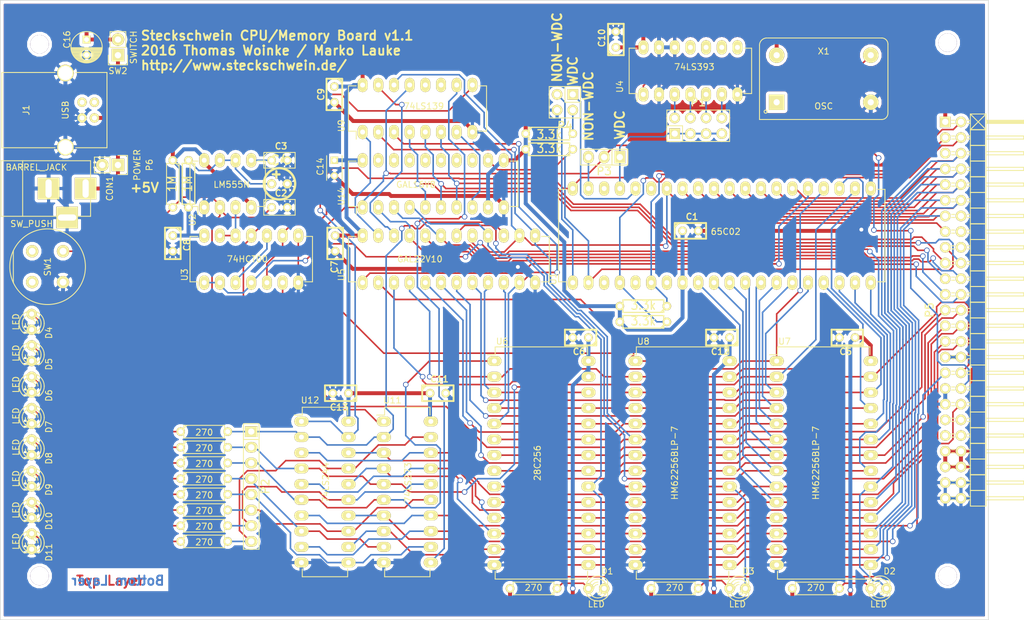
<source format=kicad_pcb>
(kicad_pcb (version 4) (host pcbnew "(2015-03-04 BZR 5473)-product")
  (layers (0 F.Cu signal) (31 B.Cu signal) (35 F.Paste user hide) (37 F.SilkS user) (38 B.Mask user) (39 F.Mask user) (44 Edge.Cuts user))
  (net 0 "")
  (net 1 GND)
  (net 2 VCC)
  (net 3 PHI2)
  (net 4 /RESET)
  (net 5 /RW)
  (net 6 /OE)
  (net 7 /CS_UART)
  (net 8 /CS_VIA)
  (net 9 /WE)
  (net 10 /NMI)
  (net 11 /IRQ)
  (net 12 RDY)
  (net 13 /Connector/D7)
  (net 14 /Connector/D6)
  (net 15 /Connector/D5)
  (net 16 /Connector/D4)
  (net 17 /Connector/D3)
  (net 18 /Connector/D2)
  (net 19 /Connector/D1)
  (net 20 /Connector/D0)
  (net 21 /Connector/A4)
  (net 22 /Connector/A3)
  (net 23 /Connector/A2)
  (net 24 /Connector/A1)
  (net 25 /Connector/A0)
  (net 26 "Net-(C4-Pad1)")
  (net 27 "Net-(P1-Pad1)")
  (net 28 "Net-(P1-Pad2)")
  (net 29 "Net-(P3-Pad3)")
  (net 30 "Net-(P4-Pad1)")
  (net 31 "Net-(P4-Pad2)")
  (net 32 "Net-(P4-Pad3)")
  (net 33 /CS_IO2)
  (net 34 /CS_IO1)
  (net 35 /CS_IO0)
  (net 36 /CS_VDP)
  (net 37 /Connector/A5)
  (net 38 /decoder/A6)
  (net 39 /decoder/A7)
  (net 40 /decoder/A8)
  (net 41 /decoder/A9)
  (net 42 /decoder/A10)
  (net 43 /decoder/A11)
  (net 44 /decoder/A12)
  (net 45 /decoder/A13)
  (net 46 /decoder/A14)
  (net 47 /decoder/A15)
  (net 48 "Net-(U2-Pad3)")
  (net 49 "Net-(U3-Pad10)")
  (net 50 "Net-(U4-Pad1)")
  (net 51 /decoder//CS_LORAM)
  (net 52 /decoder//CS_HIRAM)
  (net 53 "Net-(U5-Pad23)")
  (net 54 "Net-(P1-Pad4)")
  (net 55 "Net-(P1-Pad6)")
  (net 56 "Net-(P1-Pad8)")
  (net 57 /decoder/BANK2)
  (net 58 /decoder/BANK1)
  (net 59 /decoder//ROMOFF)
  (net 60 "Net-(C3-Pad1)")
  (net 61 /decoder//CS_ROM)
  (net 62 "Net-(U5-Pad22)")
  (net 63 "Net-(U12-Pad1)")
  (net 64 "Net-(U11-Pad11)")
  (net 65 /Connector/RESET_TRIG)
  (net 66 "Net-(D1-Pad1)")
  (net 67 "Net-(D2-Pad1)")
  (net 68 "Net-(D3-Pad1)")
  (net 69 "Net-(D7-Pad1)")
  (net 70 "Net-(D8-Pad1)")
  (net 71 "Net-(D9-Pad1)")
  (net 72 "Net-(D10-Pad1)")
  (net 73 "Net-(D11-Pad1)")
  (net 74 "Net-(D4-Pad1)")
  (net 75 "Net-(D5-Pad1)")
  (net 76 "Net-(D6-Pad1)")
  (net 77 "Net-(P2-Pad4)")
  (net 78 "Net-(P2-Pad5)")
  (net 79 "Net-(P2-Pad6)")
  (net 80 "Net-(P2-Pad7)")
  (net 81 "Net-(P2-Pad8)")
  (net 82 "Net-(P5-Pad5)")
  (net 83 "Net-(P5-Pad14)")
  (net 84 "Net-(P5-Pad16)")
  (net 85 "Net-(P5-Pad18)")
  (net 86 "Net-(P5-Pad39)")
  (net 87 "Net-(P5-Pad40)")
  (net 88 "Net-(P5-Pad41)")
  (net 89 "Net-(P5-Pad42)")
  (net 90 "Net-(U1-Pad3)")
  (net 91 "Net-(U1-Pad5)")
  (net 92 "Net-(U1-Pad7)")
  (net 93 "Net-(U1-Pad35)")
  (net 94 "Net-(U1-Pad38)")
  (net 95 "Net-(U4-Pad8)")
  (net 96 "Net-(U4-Pad9)")
  (net 97 "Net-(U4-Pad10)")
  (net 98 "Net-(U4-Pad11)")
  (net 99 /decoder//CS_IO3)
  (net 100 "Net-(U9-Pad11)")
  (net 101 "Net-(U9-Pad12)")
  (net 102 "Net-(U14-Pad13)")
  (net 103 "Net-(U14-Pad14)")
  (net 104 "Net-(U14-Pad15)")
  (net 105 "Net-(U14-Pad16)")
  (net 106 "Net-(U14-Pad17)")
  (net 107 "Net-(U14-Pad18)")
  (net 108 "Net-(U14-Pad19)")
  (net 109 "Net-(X1-Pad1)")
  (net 110 "Net-(J1-Pad2)")
  (net 111 "Net-(J1-Pad3)")
  (net 112 "Net-(CON1-Pad1)")
  (module Discret:R3 (layer F.Cu) (at 95.25 115.57)
    (fp_text reference R10 hide)
    (fp_text value 270 (at 0 0.127) (layer F.SilkS))
    (pad 1 thru_hole circle (at -3.81 0) (size 1.397 1.397) (drill 0.8128) (layers *.Cu *.Mask F.SilkS) (net 74 "Net-(D4-Pad1)"))
    (pad 2 thru_hole circle (at 3.81 0) (size 1.397 1.397) (drill 0.8128) (layers *.Cu *.Mask F.SilkS) (net 59 /decoder//ROMOFF))
  )
  (module Pin_Headers:Pin_Header_Angled_2x25 (layer F.Cu) (at 216.535 95.885 270)
    (fp_text reference P5 (at 0 3.81 270) (layer F.SilkS) (effects (font (size 1.27 1.27) (thickness 0.2032))))
    (fp_text value CONN_02X25 hide)
    (pad 1 thru_hole rect (at -30.48 1.27 270) (size 1.7272 1.7272) (drill 1.016) (layers *.Cu *.Mask F.SilkS) (net 2 VCC))
    (pad 2 thru_hole oval (at -30.48 -1.27 270) (size 1.7272 1.7272) (drill 1.016) (layers *.Cu *.Mask F.SilkS) (net 4 /RESET))
    (pad 3 thru_hole oval (at -27.94 1.27 270) (size 1.7272 1.7272) (drill 1.016) (layers *.Cu *.Mask F.SilkS) (net 10 /NMI))
    (pad 4 thru_hole oval (at -27.94 -1.27 270) (size 1.7272 1.7272) (drill 1.016) (layers *.Cu *.Mask F.SilkS) (net 11 /IRQ))
    (pad 5 thru_hole oval (at -25.4 1.27 270) (size 1.7272 1.7272) (drill 1.016) (layers *.Cu *.Mask F.SilkS) (net 82 "Net-(P5-Pad5)"))
    (pad 6 thru_hole oval (at -25.4 -1.27 270) (size 1.7272 1.7272) (drill 1.016) (layers *.Cu *.Mask F.SilkS) (net 13 /Connector/D7))
    (pad 7 thru_hole oval (at -22.86 1.27 270) (size 1.7272 1.7272) (drill 1.016) (layers *.Cu *.Mask F.SilkS) (net 14 /Connector/D6))
    (pad 8 thru_hole oval (at -22.86 -1.27 270) (size 1.7272 1.7272) (drill 1.016) (layers *.Cu *.Mask F.SilkS) (net 15 /Connector/D5))
    (pad 9 thru_hole oval (at -20.32 1.27 270) (size 1.7272 1.7272) (drill 1.016) (layers *.Cu *.Mask F.SilkS) (net 16 /Connector/D4))
    (pad 10 thru_hole oval (at -20.32 -1.27 270) (size 1.7272 1.7272) (drill 1.016) (layers *.Cu *.Mask F.SilkS) (net 17 /Connector/D3))
    (pad 11 thru_hole oval (at -17.78 1.27 270) (size 1.7272 1.7272) (drill 1.016) (layers *.Cu *.Mask F.SilkS) (net 18 /Connector/D2))
    (pad 12 thru_hole oval (at -17.78 -1.27 270) (size 1.7272 1.7272) (drill 1.016) (layers *.Cu *.Mask F.SilkS) (net 19 /Connector/D1))
    (pad 13 thru_hole oval (at -15.24 1.27 270) (size 1.7272 1.7272) (drill 1.016) (layers *.Cu *.Mask F.SilkS) (net 20 /Connector/D0))
    (pad 14 thru_hole oval (at -15.24 -1.27 270) (size 1.7272 1.7272) (drill 1.016) (layers *.Cu *.Mask F.SilkS) (net 83 "Net-(P5-Pad14)"))
    (pad 15 thru_hole oval (at -12.7 1.27 270) (size 1.7272 1.7272) (drill 1.016) (layers *.Cu *.Mask F.SilkS) (net 5 /RW))
    (pad 16 thru_hole oval (at -12.7 -1.27 270) (size 1.7272 1.7272) (drill 1.016) (layers *.Cu *.Mask F.SilkS) (net 84 "Net-(P5-Pad16)"))
    (pad 17 thru_hole oval (at -10.16 1.27 270) (size 1.7272 1.7272) (drill 1.016) (layers *.Cu *.Mask F.SilkS) (net 12 RDY))
    (pad 18 thru_hole oval (at -10.16 -1.27 270) (size 1.7272 1.7272) (drill 1.016) (layers *.Cu *.Mask F.SilkS) (net 85 "Net-(P5-Pad18)"))
    (pad 19 thru_hole oval (at -7.62 1.27 270) (size 1.7272 1.7272) (drill 1.016) (layers *.Cu *.Mask F.SilkS) (net 33 /CS_IO2))
    (pad 20 thru_hole oval (at -7.62 -1.27 270) (size 1.7272 1.7272) (drill 1.016) (layers *.Cu *.Mask F.SilkS) (net 34 /CS_IO1))
    (pad 21 thru_hole oval (at -5.08 1.27 270) (size 1.7272 1.7272) (drill 1.016) (layers *.Cu *.Mask F.SilkS) (net 35 /CS_IO0))
    (pad 22 thru_hole oval (at -5.08 -1.27 270) (size 1.7272 1.7272) (drill 1.016) (layers *.Cu *.Mask F.SilkS) (net 8 /CS_VIA))
    (pad 23 thru_hole oval (at -2.54 1.27 270) (size 1.7272 1.7272) (drill 1.016) (layers *.Cu *.Mask F.SilkS) (net 7 /CS_UART))
    (pad 24 thru_hole oval (at -2.54 -1.27 270) (size 1.7272 1.7272) (drill 1.016) (layers *.Cu *.Mask F.SilkS) (net 36 /CS_VDP))
    (pad 25 thru_hole oval (at 0 1.27 270) (size 1.7272 1.7272) (drill 1.016) (layers *.Cu *.Mask F.SilkS) (net 37 /Connector/A5))
    (pad 26 thru_hole oval (at 0 -1.27 270) (size 1.7272 1.7272) (drill 1.016) (layers *.Cu *.Mask F.SilkS) (net 21 /Connector/A4))
    (pad 27 thru_hole oval (at 2.54 1.27 270) (size 1.7272 1.7272) (drill 1.016) (layers *.Cu *.Mask F.SilkS) (net 22 /Connector/A3))
    (pad 28 thru_hole oval (at 2.54 -1.27 270) (size 1.7272 1.7272) (drill 1.016) (layers *.Cu *.Mask F.SilkS) (net 23 /Connector/A2))
    (pad 29 thru_hole oval (at 5.08 1.27 270) (size 1.7272 1.7272) (drill 1.016) (layers *.Cu *.Mask F.SilkS) (net 24 /Connector/A1))
    (pad 30 thru_hole oval (at 5.08 -1.27 270) (size 1.7272 1.7272) (drill 1.016) (layers *.Cu *.Mask F.SilkS) (net 25 /Connector/A0))
    (pad 31 thru_hole oval (at 7.62 1.27 270) (size 1.7272 1.7272) (drill 1.016) (layers *.Cu *.Mask F.SilkS) (net 1 GND))
    (pad 32 thru_hole oval (at 7.62 -1.27 270) (size 1.7272 1.7272) (drill 1.016) (layers *.Cu *.Mask F.SilkS) (net 1 GND))
    (pad 33 thru_hole oval (at 10.16 1.27 270) (size 1.7272 1.7272) (drill 1.016) (layers *.Cu *.Mask F.SilkS) (net 6 /OE))
    (pad 34 thru_hole oval (at 10.16 -1.27 270) (size 1.7272 1.7272) (drill 1.016) (layers *.Cu *.Mask F.SilkS) (net 9 /WE))
    (pad 35 thru_hole oval (at 12.7 1.27 270) (size 1.7272 1.7272) (drill 1.016) (layers *.Cu *.Mask F.SilkS) (net 1 GND))
    (pad 36 thru_hole oval (at 12.7 -1.27 270) (size 1.7272 1.7272) (drill 1.016) (layers *.Cu *.Mask F.SilkS) (net 3 PHI2))
    (pad 37 thru_hole oval (at 15.24 1.27 270) (size 1.7272 1.7272) (drill 1.016) (layers *.Cu *.Mask F.SilkS) (net 1 GND))
    (pad 38 thru_hole oval (at 15.24 -1.27 270) (size 1.7272 1.7272) (drill 1.016) (layers *.Cu *.Mask F.SilkS) (net 65 /Connector/RESET_TRIG))
    (pad 39 thru_hole oval (at 17.78 1.27 270) (size 1.7272 1.7272) (drill 1.016) (layers *.Cu *.Mask F.SilkS) (net 86 "Net-(P5-Pad39)"))
    (pad 40 thru_hole oval (at 17.78 -1.27 270) (size 1.7272 1.7272) (drill 1.016) (layers *.Cu *.Mask F.SilkS) (net 87 "Net-(P5-Pad40)"))
    (pad 41 thru_hole oval (at 20.32 1.27 270) (size 1.7272 1.7272) (drill 1.016) (layers *.Cu *.Mask F.SilkS) (net 88 "Net-(P5-Pad41)"))
    (pad 42 thru_hole oval (at 20.32 -1.27 270) (size 1.7272 1.7272) (drill 1.016) (layers *.Cu *.Mask F.SilkS) (net 89 "Net-(P5-Pad42)"))
    (pad 43 thru_hole oval (at 22.86 1.27 270) (size 1.7272 1.7272) (drill 1.016) (layers *.Cu *.Mask F.SilkS) (net 2 VCC))
    (pad 44 thru_hole oval (at 22.86 -1.27 270) (size 1.7272 1.7272) (drill 1.016) (layers *.Cu *.Mask F.SilkS) (net 2 VCC))
    (pad 45 thru_hole oval (at 25.4 1.27 270) (size 1.7272 1.7272) (drill 1.016) (layers *.Cu *.Mask F.SilkS) (net 2 VCC))
    (pad 46 thru_hole oval (at 25.4 -1.27 270) (size 1.7272 1.7272) (drill 1.016) (layers *.Cu *.Mask F.SilkS) (net 2 VCC))
    (pad 47 thru_hole oval (at 27.94 1.27 270) (size 1.7272 1.7272) (drill 1.016) (layers *.Cu *.Mask F.SilkS) (net 1 GND))
    (pad 48 thru_hole oval (at 27.94 -1.27 270) (size 1.7272 1.7272) (drill 1.016) (layers *.Cu *.Mask F.SilkS) (net 1 GND))
    (pad 49 thru_hole oval (at 30.48 1.27 270) (size 1.7272 1.7272) (drill 1.016) (layers *.Cu *.Mask F.SilkS) (net 1 GND))
    (pad 50 thru_hole oval (at 30.48 -1.27 270) (size 1.7272 1.7272) (drill 1.016) (layers *.Cu *.Mask F.SilkS) (net 1 GND))
  )
  (module Mounting_Holes:MountingHole_3mm (layer F.Cu) (at 68.58 52.832)
    (fp_text reference MH1 hide)
    (fp_text value MountingHole_3mm_RevA_Date21Jun2010 hide)
    (pad 1 thru_hole circle (at 0 0) (size 2.99974 2.99974) (drill 2.99974) (layers))
  )
  (module Mounting_Holes:MountingHole_3mm (layer F.Cu) (at 215.646 52.578)
    (fp_text reference MH2 hide)
    (fp_text value MountingHole_3mm_RevA_Date21Jun2010 hide)
    (pad 1 thru_hole circle (at 0 0) (size 2.99974 2.99974) (drill 2.99974) (layers))
  )
  (module Mounting_Holes:MountingHole_3mm (layer F.Cu) (at 68.58 138.938)
    (fp_text reference MH4 hide)
    (fp_text value MountingHole_3mm_RevA_Date21Jun2010 hide)
    (pad 1 thru_hole circle (at 0 0) (size 2.99974 2.99974) (drill 2.99974) (layers))
  )
  (module Mounting_Holes:MountingHole_3mm (layer F.Cu) (at 215.646 138.938)
    (fp_text reference MH3 hide)
    (fp_text value MountingHole_3mm_RevA_Date21Jun2010 hide)
    (pad 1 thru_hole circle (at 0 0) (size 2.99974 2.99974) (drill 2.99974) (layers))
  )
  (module Discret:C1 (layer F.Cu) (at 173.99 83.058)
    (fp_text reference C1 (at 0.254 -2.286) (layer F.SilkS) (effects (font (size 1.016 1.016) (thickness 0.2032))))
    (fp_text value 100n hide)
    (pad 1 thru_hole circle (at -1.27 0) (size 1.397 1.397) (drill 0.8128) (layers *.Cu *.Mask F.SilkS) (net 2 VCC))
    (pad 2 thru_hole circle (at 1.27 0) (size 1.397 1.397) (drill 0.8128) (layers *.Cu *.Mask F.SilkS) (net 1 GND))
  )
  (module Capacitors_Elko_ThroughHole:Elko_vert_DM5_RM2-5 (layer F.Cu) (at 107.442 75.438)
    (fp_text reference C4 (at 0 -3.81) (layer F.SilkS) (effects (font (thickness 0.3048))))
    (fp_text value 1µ hide)
    (fp_line (start -1.0668 -1.524) (end 0 -1.524) (layer F.Cu) (width 0.381))
    (fp_line (start -0.508 -2.032) (end -0.508 -0.9906) (layer F.Cu) (width 0.381))
    (pad 2 thru_hole circle (at 1.27 0) (size 1.50114 1.50114) (drill 0.8001) (layers *.Cu *.Mask F.SilkS) (net 1 GND))
    (pad 1 thru_hole circle (at -1.27 0) (size 1.50114 1.50114) (drill 0.8001) (layers *.Cu *.Mask F.SilkS) (net 26 "Net-(C4-Pad1)"))
  )
  (module Discret:C1 (layer F.Cu) (at 199.39 100.33 180)
    (fp_text reference C5 (at 0.254 -2.286 180) (layer F.SilkS) (effects (font (size 1.016 1.016) (thickness 0.2032))))
    (fp_text value 100n hide)
    (pad 1 thru_hole circle (at -1.27 0 180) (size 1.397 1.397) (drill 0.8128) (layers *.Cu *.Mask F.SilkS) (net 2 VCC))
    (pad 2 thru_hole circle (at 1.27 0 180) (size 1.397 1.397) (drill 0.8128) (layers *.Cu *.Mask F.SilkS) (net 1 GND))
  )
  (module Discret:C1 (layer F.Cu) (at 156.21 100.33 180)
    (fp_text reference C6 (at 0.254 -2.286 180) (layer F.SilkS) (effects (font (size 1.016 1.016) (thickness 0.2032))))
    (fp_text value 100n hide)
    (pad 1 thru_hole circle (at -1.27 0 180) (size 1.397 1.397) (drill 0.8128) (layers *.Cu *.Mask F.SilkS) (net 2 VCC))
    (pad 2 thru_hole circle (at 1.27 0 180) (size 1.397 1.397) (drill 0.8128) (layers *.Cu *.Mask F.SilkS) (net 1 GND))
  )
  (module Discret:C1 (layer F.Cu) (at 116.459 85.09 270)
    (fp_text reference C7 (at 3.81 0.127 270) (layer F.SilkS) (effects (font (size 1.016 1.016) (thickness 0.2032))))
    (fp_text value 100n hide)
    (pad 1 thru_hole circle (at -1.27 0 270) (size 1.397 1.397) (drill 0.8128) (layers *.Cu *.Mask F.SilkS) (net 2 VCC))
    (pad 2 thru_hole circle (at 1.27 0 270) (size 1.397 1.397) (drill 0.8128) (layers *.Cu *.Mask F.SilkS) (net 1 GND))
  )
  (module Discret:C1 (layer F.Cu) (at 90.17 85.09 270)
    (fp_text reference C8 (at 0.254 -2.286 270) (layer F.SilkS) (effects (font (size 1.016 1.016) (thickness 0.2032))))
    (fp_text value 100n hide)
    (pad 1 thru_hole circle (at -1.27 0 270) (size 1.397 1.397) (drill 0.8128) (layers *.Cu *.Mask F.SilkS) (net 2 VCC))
    (pad 2 thru_hole circle (at 1.27 0 270) (size 1.397 1.397) (drill 0.8128) (layers *.Cu *.Mask F.SilkS) (net 1 GND))
  )
  (module Discret:C1 (layer F.Cu) (at 161.925 52.07 90)
    (fp_text reference C10 (at 0.254 -2.286 90) (layer F.SilkS) (effects (font (size 1.016 1.016) (thickness 0.2032))))
    (fp_text value 100n hide)
    (pad 1 thru_hole circle (at -1.27 0 90) (size 1.397 1.397) (drill 0.8128) (layers *.Cu *.Mask F.SilkS) (net 2 VCC))
    (pad 2 thru_hole circle (at 1.27 0 90) (size 1.397 1.397) (drill 0.8128) (layers *.Cu *.Mask F.SilkS) (net 1 GND))
  )
  (module Discret:C1 (layer F.Cu) (at 133.096 109.347)
    (fp_text reference C11 (at 0.254 -2.286) (layer F.SilkS) (effects (font (size 1.016 1.016) (thickness 0.2032))))
    (fp_text value 100n hide)
    (pad 1 thru_hole circle (at -1.27 0) (size 1.397 1.397) (drill 0.8128) (layers *.Cu *.Mask F.SilkS) (net 2 VCC))
    (pad 2 thru_hole circle (at 1.27 0) (size 1.397 1.397) (drill 0.8128) (layers *.Cu *.Mask F.SilkS) (net 1 GND))
  )
  (module Discret:C1 (layer F.Cu) (at 179.07 100.33 180)
    (fp_text reference C12 (at 0.254 -2.286 180) (layer F.SilkS) (effects (font (size 1.016 1.016) (thickness 0.2032))))
    (fp_text value 100n hide)
    (pad 1 thru_hole circle (at -1.27 0 180) (size 1.397 1.397) (drill 0.8128) (layers *.Cu *.Mask F.SilkS) (net 2 VCC))
    (pad 2 thru_hole circle (at 1.27 0 180) (size 1.397 1.397) (drill 0.8128) (layers *.Cu *.Mask F.SilkS) (net 1 GND))
  )
  (module Discret:C1 (layer F.Cu) (at 117.348 109.347 180)
    (fp_text reference C13 (at 0.254 -2.286 180) (layer F.SilkS) (effects (font (size 1.016 1.016) (thickness 0.2032))))
    (fp_text value 100n hide)
    (pad 1 thru_hole circle (at -1.27 0 180) (size 1.397 1.397) (drill 0.8128) (layers *.Cu *.Mask F.SilkS) (net 2 VCC))
    (pad 2 thru_hole circle (at 1.27 0 180) (size 1.397 1.397) (drill 0.8128) (layers *.Cu *.Mask F.SilkS) (net 1 GND))
  )
  (module Pin_Headers:Pin_Header_Straight_2x04 (layer F.Cu) (at 175.26 66.04)
    (fp_text reference P1 (at 0 -3.81) (layer F.SilkS) (effects (font (size 1.27 1.27) (thickness 0.2032))))
    (fp_text value CONN_02X04 hide)
    (pad 1 thru_hole rect (at -3.81 1.27) (size 1.7272 1.7272) (drill 1.016) (layers *.Cu *.Mask F.SilkS) (net 27 "Net-(P1-Pad1)"))
    (pad 2 thru_hole oval (at -3.81 -1.27) (size 1.7272 1.7272) (drill 1.016) (layers *.Cu *.Mask F.SilkS) (net 28 "Net-(P1-Pad2)"))
    (pad 3 thru_hole oval (at -1.27 1.27) (size 1.7272 1.7272) (drill 1.016) (layers *.Cu *.Mask F.SilkS) (net 27 "Net-(P1-Pad1)"))
    (pad 4 thru_hole oval (at -1.27 -1.27) (size 1.7272 1.7272) (drill 1.016) (layers *.Cu *.Mask F.SilkS) (net 54 "Net-(P1-Pad4)"))
    (pad 5 thru_hole oval (at 1.27 1.27) (size 1.7272 1.7272) (drill 1.016) (layers *.Cu *.Mask F.SilkS) (net 27 "Net-(P1-Pad1)"))
    (pad 6 thru_hole oval (at 1.27 -1.27) (size 1.7272 1.7272) (drill 1.016) (layers *.Cu *.Mask F.SilkS) (net 55 "Net-(P1-Pad6)"))
    (pad 7 thru_hole oval (at 3.81 1.27) (size 1.7272 1.7272) (drill 1.016) (layers *.Cu *.Mask F.SilkS) (net 27 "Net-(P1-Pad1)"))
    (pad 8 thru_hole oval (at 3.81 -1.27) (size 1.7272 1.7272) (drill 1.016) (layers *.Cu *.Mask F.SilkS) (net 56 "Net-(P1-Pad8)"))
  )
  (module Pin_Headers:Pin_Header_Straight_1x03 (layer F.Cu) (at 160.02 71.12 180)
    (fp_text reference P3 (at 0 -2.286 180) (layer F.SilkS) (effects (font (size 1.27 1.27) (thickness 0.2032))))
    (fp_text value CONN_01X03 hide)
    (pad 1 thru_hole rect (at -2.54 0 180) (size 1.7272 2.032) (drill 1.016) (layers *.Cu *.Mask F.SilkS) (net 27 "Net-(P1-Pad1)"))
    (pad 2 thru_hole oval (at 0 0 180) (size 1.7272 2.032) (drill 1.016) (layers *.Cu *.Mask F.SilkS) (net 3 PHI2))
    (pad 3 thru_hole oval (at 2.54 0 180) (size 1.7272 2.032) (drill 1.016) (layers *.Cu *.Mask F.SilkS) (net 29 "Net-(P3-Pad3)"))
  )
  (module Pin_Headers:Pin_Header_Straight_2x02 (layer F.Cu) (at 153.67 62.23 180)
    (fp_text reference P4 (at 0 -3.81 180) (layer F.SilkS) (effects (font (size 1.27 1.27) (thickness 0.2032))))
    (fp_text value CONN_02X02 hide)
    (pad 1 thru_hole rect (at -1.27 1.27 180) (size 1.7272 1.7272) (drill 1.016) (layers *.Cu *.Mask F.SilkS) (net 30 "Net-(P4-Pad1)"))
    (pad 2 thru_hole oval (at -1.27 -1.27 180) (size 1.7272 1.7272) (drill 1.016) (layers *.Cu *.Mask F.SilkS) (net 31 "Net-(P4-Pad2)"))
    (pad 3 thru_hole oval (at 1.27 1.27 180) (size 1.7272 1.7272) (drill 1.016) (layers *.Cu *.Mask F.SilkS) (net 32 "Net-(P4-Pad3)"))
    (pad 4 thru_hole oval (at 1.27 -1.27 180) (size 1.7272 1.7272) (drill 1.016) (layers *.Cu *.Mask F.SilkS) (net 1 GND))
  )
  (module Discret:R3 (layer F.Cu) (at 166.37 97.79 180)
    (fp_text reference R1 hide)
    (fp_text value 3.3k (at 0 0.127 180) (layer F.SilkS) (effects (font (size 1.397 1.27) (thickness 0.2032))))
    (pad 1 thru_hole circle (at -3.81 0 180) (size 1.397 1.397) (drill 0.8128) (layers *.Cu *.Mask F.SilkS) (net 11 /IRQ))
    (pad 2 thru_hole circle (at 3.81 0 180) (size 1.397 1.397) (drill 0.8128) (layers *.Cu *.Mask F.SilkS) (net 2 VCC))
  )
  (module Discret:R3 (layer F.Cu) (at 166.37 95.25 180)
    (fp_text reference R2 hide)
    (fp_text value 3.3k (at 0 0.127 180) (layer F.SilkS) (effects (font (size 1.397 1.27) (thickness 0.2032))))
    (pad 1 thru_hole circle (at -3.81 0 180) (size 1.397 1.397) (drill 0.8128) (layers *.Cu *.Mask F.SilkS) (net 10 /NMI))
    (pad 2 thru_hole circle (at 3.81 0 180) (size 1.397 1.397) (drill 0.8128) (layers *.Cu *.Mask F.SilkS) (net 2 VCC))
  )
  (module Discret:R3 (layer F.Cu) (at 151.13 69.85 180)
    (fp_text reference R3 hide)
    (fp_text value 3.3k (at 0 0.127 180) (layer F.SilkS) (effects (font (size 1.397 1.27) (thickness 0.2032))))
    (pad 1 thru_hole circle (at -3.81 0 180) (size 1.397 1.397) (drill 0.8128) (layers *.Cu *.Mask F.SilkS) (net 12 RDY))
    (pad 2 thru_hole circle (at 3.81 0 180) (size 1.397 1.397) (drill 0.8128) (layers *.Cu *.Mask F.SilkS) (net 2 VCC))
  )
  (module Discret:R3 (layer F.Cu) (at 151.13 67.31)
    (fp_text reference R4 hide)
    (fp_text value 3.3k (at 0 0.127) (layer F.SilkS) (effects (font (size 1.397 1.27) (thickness 0.2032))))
    (pad 1 thru_hole circle (at -3.81 0) (size 1.397 1.397) (drill 0.8128) (layers *.Cu *.Mask F.SilkS) (net 2 VCC))
    (pad 2 thru_hole circle (at 3.81 0) (size 1.397 1.397) (drill 0.8128) (layers *.Cu *.Mask F.SilkS) (net 31 "Net-(P4-Pad2)"))
  )
  (module Discret:R3 (layer F.Cu) (at 92.71 75.438 270)
    (fp_text reference R6 hide)
    (fp_text value 1M (at 0 0.127 270) (layer F.SilkS) (effects (font (size 1.397 1.27) (thickness 0.2032))))
    (pad 1 thru_hole circle (at -3.81 0 270) (size 1.397 1.397) (drill 0.8128) (layers *.Cu *.Mask F.SilkS) (net 26 "Net-(C4-Pad1)"))
    (pad 2 thru_hole circle (at 3.81 0 270) (size 1.397 1.397) (drill 0.8128) (layers *.Cu *.Mask F.SilkS) (net 2 VCC))
  )
  (module Discret:C1 (layer F.Cu) (at 116.332 60.96 270)
    (fp_text reference C9 (at 0 2.159 270) (layer F.SilkS) (effects (font (size 1.016 1.016) (thickness 0.2032))))
    (fp_text value 100n hide)
    (pad 1 thru_hole circle (at -1.27 0 270) (size 1.397 1.397) (drill 0.8128) (layers *.Cu *.Mask F.SilkS) (net 2 VCC))
    (pad 2 thru_hole circle (at 1.27 0 270) (size 1.397 1.397) (drill 0.8128) (layers *.Cu *.Mask F.SilkS) (net 1 GND))
  )
  (module Pin_Headers:Pin_Header_Straight_1x08 (layer F.Cu) (at 102.87 124.46 270)
    (fp_text reference P2 (at 0 -2.286 270) (layer F.SilkS) (effects (font (size 1.27 1.27) (thickness 0.2032))))
    (fp_text value CONN_01X08 hide)
    (pad 1 thru_hole rect (at -8.89 0 270) (size 1.7272 2.032) (drill 1.016) (layers *.Cu *.Mask F.SilkS) (net 59 /decoder//ROMOFF))
    (pad 2 thru_hole oval (at -6.35 0 270) (size 1.7272 2.032) (drill 1.016) (layers *.Cu *.Mask F.SilkS) (net 58 /decoder/BANK1))
    (pad 3 thru_hole oval (at -3.81 0 270) (size 1.7272 2.032) (drill 1.016) (layers *.Cu *.Mask F.SilkS) (net 57 /decoder/BANK2))
    (pad 4 thru_hole oval (at -1.27 0 270) (size 1.7272 2.032) (drill 1.016) (layers *.Cu *.Mask F.SilkS) (net 77 "Net-(P2-Pad4)"))
    (pad 5 thru_hole oval (at 1.27 0 270) (size 1.7272 2.032) (drill 1.016) (layers *.Cu *.Mask F.SilkS) (net 78 "Net-(P2-Pad5)"))
    (pad 6 thru_hole oval (at 3.81 0 270) (size 1.7272 2.032) (drill 1.016) (layers *.Cu *.Mask F.SilkS) (net 79 "Net-(P2-Pad6)"))
    (pad 7 thru_hole oval (at 6.35 0 270) (size 1.7272 2.032) (drill 1.016) (layers *.Cu *.Mask F.SilkS) (net 80 "Net-(P2-Pad7)"))
    (pad 8 thru_hole oval (at 8.89 0 270) (size 1.7272 2.032) (drill 1.016) (layers *.Cu *.Mask F.SilkS) (net 81 "Net-(P2-Pad8)"))
  )
  (module Discret:C1 (layer F.Cu) (at 107.442 79.248)
    (fp_text reference C2 (at 0.254 -2.286) (layer F.SilkS) (effects (font (size 1.016 1.016) (thickness 0.2032))))
    (fp_text value 10n hide)
    (pad 1 thru_hole circle (at -1.27 0) (size 1.397 1.397) (drill 0.8128) (layers *.Cu *.Mask F.SilkS) (net 65 /Connector/RESET_TRIG))
    (pad 2 thru_hole circle (at 1.27 0) (size 1.397 1.397) (drill 0.8128) (layers *.Cu *.Mask F.SilkS) (net 1 GND))
  )
  (module Discret:C1 (layer F.Cu) (at 107.442 71.628)
    (fp_text reference C3 (at 0.254 -2.286) (layer F.SilkS) (effects (font (size 1.016 1.016) (thickness 0.2032))))
    (fp_text value 1n hide)
    (pad 1 thru_hole circle (at -1.27 0) (size 1.397 1.397) (drill 0.8128) (layers *.Cu *.Mask F.SilkS) (net 60 "Net-(C3-Pad1)"))
    (pad 2 thru_hole circle (at 1.27 0) (size 1.397 1.397) (drill 0.8128) (layers *.Cu *.Mask F.SilkS) (net 1 GND))
  )
  (module Discret:R3 (layer F.Cu) (at 90.17 75.438 270)
    (fp_text reference R5 hide)
    (fp_text value 1M (at 0 0.127 450) (layer F.SilkS) (effects (font (size 1.397 1.27) (thickness 0.2032))))
    (pad 1 thru_hole circle (at -3.81 0 270) (size 1.397 1.397) (drill 0.8128) (layers *.Cu *.Mask F.SilkS) (net 2 VCC))
    (pad 2 thru_hole circle (at 3.81 0 270) (size 1.397 1.397) (drill 0.8128) (layers *.Cu *.Mask F.SilkS) (net 65 /Connector/RESET_TRIG))
  )
  (module LEDs:LED-3MM (layer F.Cu) (at 158.75 140.97)
    (fp_text reference D1 (at 1.778 -2.794) (layer F.SilkS))
    (fp_text value LED (at 0 2.54) (layer F.SilkS))
    (pad 1 thru_hole circle (at -1.27 0) (size 1.6764 1.6764) (drill 0.8128) (layers *.Cu *.Mask F.SilkS) (net 66 "Net-(D1-Pad1)"))
    (pad 2 thru_hole circle (at 1.27 0) (size 1.6764 1.6764) (drill 0.8128) (layers *.Cu *.Mask F.SilkS) (net 61 /decoder//CS_ROM))
  )
  (module LEDs:LED-3MM (layer F.Cu) (at 204.47 140.97)
    (fp_text reference D2 (at 1.778 -2.794) (layer F.SilkS))
    (fp_text value LED (at 0 2.54) (layer F.SilkS))
    (pad 1 thru_hole circle (at -1.27 0) (size 1.6764 1.6764) (drill 0.8128) (layers *.Cu *.Mask F.SilkS) (net 67 "Net-(D2-Pad1)"))
    (pad 2 thru_hole circle (at 1.27 0) (size 1.6764 1.6764) (drill 0.8128) (layers *.Cu *.Mask F.SilkS) (net 51 /decoder//CS_LORAM))
  )
  (module LEDs:LED-3MM (layer F.Cu) (at 181.61 140.97)
    (fp_text reference D3 (at 1.778 -2.794) (layer F.SilkS))
    (fp_text value LED (at 0 2.54) (layer F.SilkS))
    (pad 1 thru_hole circle (at -1.27 0) (size 1.6764 1.6764) (drill 0.8128) (layers *.Cu *.Mask F.SilkS) (net 68 "Net-(D3-Pad1)"))
    (pad 2 thru_hole circle (at 1.27 0) (size 1.6764 1.6764) (drill 0.8128) (layers *.Cu *.Mask F.SilkS) (net 52 /decoder//CS_HIRAM))
  )
  (module Discret:R3 (layer F.Cu) (at 148.59 140.97 180)
    (fp_text reference R7 hide)
    (fp_text value 270 (at 0 0.127 180) (layer F.SilkS))
    (pad 1 thru_hole circle (at -3.81 0 180) (size 1.397 1.397) (drill 0.8128) (layers *.Cu *.Mask F.SilkS) (net 66 "Net-(D1-Pad1)"))
    (pad 2 thru_hole circle (at 3.81 0 180) (size 1.397 1.397) (drill 0.8128) (layers *.Cu *.Mask F.SilkS) (net 2 VCC))
  )
  (module Discret:R3 (layer F.Cu) (at 194.31 140.97 180)
    (fp_text reference R8 hide)
    (fp_text value 270 (at 0 0.127 180) (layer F.SilkS))
    (pad 1 thru_hole circle (at -3.81 0 180) (size 1.397 1.397) (drill 0.8128) (layers *.Cu *.Mask F.SilkS) (net 67 "Net-(D2-Pad1)"))
    (pad 2 thru_hole circle (at 3.81 0 180) (size 1.397 1.397) (drill 0.8128) (layers *.Cu *.Mask F.SilkS) (net 2 VCC))
  )
  (module Discret:R3 (layer F.Cu) (at 171.45 140.97 180)
    (fp_text reference R9 hide)
    (fp_text value 270 (at 0 0.127 180) (layer F.SilkS))
    (pad 1 thru_hole circle (at -3.81 0 180) (size 1.397 1.397) (drill 0.8128) (layers *.Cu *.Mask F.SilkS) (net 68 "Net-(D3-Pad1)"))
    (pad 2 thru_hole circle (at 3.81 0 180) (size 1.397 1.397) (drill 0.8128) (layers *.Cu *.Mask F.SilkS) (net 2 VCC))
  )
  (module LEDs:LED-3MM (layer F.Cu) (at 67.31 97.79 270)
    (fp_text reference D4 (at 1.778 -2.794 270) (layer F.SilkS))
    (fp_text value LED (at 0 2.54 270) (layer F.SilkS))
    (pad 1 thru_hole circle (at -1.27 0 270) (size 1.6764 1.6764) (drill 0.8128) (layers *.Cu *.Mask F.SilkS) (net 74 "Net-(D4-Pad1)"))
    (pad 2 thru_hole circle (at 1.27 0 270) (size 1.6764 1.6764) (drill 0.8128) (layers *.Cu *.Mask F.SilkS) (net 1 GND))
  )
  (module LEDs:LED-3MM (layer F.Cu) (at 67.31 102.87 270)
    (fp_text reference D5 (at 1.778 -2.794 270) (layer F.SilkS))
    (fp_text value LED (at 0 2.54 270) (layer F.SilkS))
    (pad 1 thru_hole circle (at -1.27 0 270) (size 1.6764 1.6764) (drill 0.8128) (layers *.Cu *.Mask F.SilkS) (net 75 "Net-(D5-Pad1)"))
    (pad 2 thru_hole circle (at 1.27 0 270) (size 1.6764 1.6764) (drill 0.8128) (layers *.Cu *.Mask F.SilkS) (net 1 GND))
  )
  (module LEDs:LED-3MM (layer F.Cu) (at 67.31 107.95 270)
    (fp_text reference D6 (at 1.778 -2.794 270) (layer F.SilkS))
    (fp_text value LED (at 0 2.54 270) (layer F.SilkS))
    (pad 1 thru_hole circle (at -1.27 0 270) (size 1.6764 1.6764) (drill 0.8128) (layers *.Cu *.Mask F.SilkS) (net 76 "Net-(D6-Pad1)"))
    (pad 2 thru_hole circle (at 1.27 0 270) (size 1.6764 1.6764) (drill 0.8128) (layers *.Cu *.Mask F.SilkS) (net 1 GND))
  )
  (module LEDs:LED-3MM (layer F.Cu) (at 67.31 113.03 270)
    (fp_text reference D7 (at 1.778 -2.794 270) (layer F.SilkS))
    (fp_text value LED (at 0 2.54 270) (layer F.SilkS))
    (pad 1 thru_hole circle (at -1.27 0 270) (size 1.6764 1.6764) (drill 0.8128) (layers *.Cu *.Mask F.SilkS) (net 69 "Net-(D7-Pad1)"))
    (pad 2 thru_hole circle (at 1.27 0 270) (size 1.6764 1.6764) (drill 0.8128) (layers *.Cu *.Mask F.SilkS) (net 1 GND))
  )
  (module LEDs:LED-3MM (layer F.Cu) (at 67.31 118.11 270)
    (fp_text reference D8 (at 1.778 -2.794 270) (layer F.SilkS))
    (fp_text value LED (at 0 2.54 270) (layer F.SilkS))
    (pad 1 thru_hole circle (at -1.27 0 270) (size 1.6764 1.6764) (drill 0.8128) (layers *.Cu *.Mask F.SilkS) (net 70 "Net-(D8-Pad1)"))
    (pad 2 thru_hole circle (at 1.27 0 270) (size 1.6764 1.6764) (drill 0.8128) (layers *.Cu *.Mask F.SilkS) (net 1 GND))
  )
  (module LEDs:LED-3MM (layer F.Cu) (at 67.31 123.19 270)
    (fp_text reference D9 (at 1.778 -2.794 270) (layer F.SilkS))
    (fp_text value LED (at 0 2.54 270) (layer F.SilkS))
    (pad 1 thru_hole circle (at -1.27 0 270) (size 1.6764 1.6764) (drill 0.8128) (layers *.Cu *.Mask F.SilkS) (net 71 "Net-(D9-Pad1)"))
    (pad 2 thru_hole circle (at 1.27 0 270) (size 1.6764 1.6764) (drill 0.8128) (layers *.Cu *.Mask F.SilkS) (net 1 GND))
  )
  (module LEDs:LED-3MM (layer F.Cu) (at 67.31 128.27 270)
    (fp_text reference D10 (at 1.778 -2.794 270) (layer F.SilkS))
    (fp_text value LED (at 0 2.54 270) (layer F.SilkS))
    (pad 1 thru_hole circle (at -1.27 0 270) (size 1.6764 1.6764) (drill 0.8128) (layers *.Cu *.Mask F.SilkS) (net 72 "Net-(D10-Pad1)"))
    (pad 2 thru_hole circle (at 1.27 0 270) (size 1.6764 1.6764) (drill 0.8128) (layers *.Cu *.Mask F.SilkS) (net 1 GND))
  )
  (module LEDs:LED-3MM (layer F.Cu) (at 67.31 133.35 270)
    (fp_text reference D11 (at 1.778 -2.794 270) (layer F.SilkS))
    (fp_text value LED (at 0 2.54 270) (layer F.SilkS))
    (pad 1 thru_hole circle (at -1.27 0 270) (size 1.6764 1.6764) (drill 0.8128) (layers *.Cu *.Mask F.SilkS) (net 73 "Net-(D11-Pad1)"))
    (pad 2 thru_hole circle (at 1.27 0 270) (size 1.6764 1.6764) (drill 0.8128) (layers *.Cu *.Mask F.SilkS) (net 1 GND))
  )
  (module Discret:R3 (layer F.Cu) (at 95.25 118.11)
    (fp_text reference R11 hide)
    (fp_text value 270 (at 0 0.127) (layer F.SilkS))
    (pad 1 thru_hole circle (at -3.81 0) (size 1.397 1.397) (drill 0.8128) (layers *.Cu *.Mask F.SilkS) (net 75 "Net-(D5-Pad1)"))
    (pad 2 thru_hole circle (at 3.81 0) (size 1.397 1.397) (drill 0.8128) (layers *.Cu *.Mask F.SilkS) (net 58 /decoder/BANK1))
  )
  (module Discret:R3 (layer F.Cu) (at 95.25 120.65)
    (fp_text reference R12 hide)
    (fp_text value 270 (at 0 0.127) (layer F.SilkS))
    (pad 1 thru_hole circle (at -3.81 0) (size 1.397 1.397) (drill 0.8128) (layers *.Cu *.Mask F.SilkS) (net 76 "Net-(D6-Pad1)"))
    (pad 2 thru_hole circle (at 3.81 0) (size 1.397 1.397) (drill 0.8128) (layers *.Cu *.Mask F.SilkS) (net 57 /decoder/BANK2))
  )
  (module Discret:R3 (layer F.Cu) (at 95.25 123.19)
    (fp_text reference R13 hide)
    (fp_text value 270 (at 0 0.127) (layer F.SilkS))
    (pad 1 thru_hole circle (at -3.81 0) (size 1.397 1.397) (drill 0.8128) (layers *.Cu *.Mask F.SilkS) (net 69 "Net-(D7-Pad1)"))
    (pad 2 thru_hole circle (at 3.81 0) (size 1.397 1.397) (drill 0.8128) (layers *.Cu *.Mask F.SilkS) (net 77 "Net-(P2-Pad4)"))
  )
  (module Discret:R3 (layer F.Cu) (at 95.25 125.73)
    (fp_text reference R14 hide)
    (fp_text value 270 (at 0 0.127) (layer F.SilkS))
    (pad 1 thru_hole circle (at -3.81 0) (size 1.397 1.397) (drill 0.8128) (layers *.Cu *.Mask F.SilkS) (net 70 "Net-(D8-Pad1)"))
    (pad 2 thru_hole circle (at 3.81 0) (size 1.397 1.397) (drill 0.8128) (layers *.Cu *.Mask F.SilkS) (net 78 "Net-(P2-Pad5)"))
  )
  (module Discret:R3 (layer F.Cu) (at 95.25 128.27)
    (fp_text reference R15 hide)
    (fp_text value 270 (at 0 0.127) (layer F.SilkS))
    (pad 1 thru_hole circle (at -3.81 0) (size 1.397 1.397) (drill 0.8128) (layers *.Cu *.Mask F.SilkS) (net 71 "Net-(D9-Pad1)"))
    (pad 2 thru_hole circle (at 3.81 0) (size 1.397 1.397) (drill 0.8128) (layers *.Cu *.Mask F.SilkS) (net 79 "Net-(P2-Pad6)"))
  )
  (module Discret:R3 (layer F.Cu) (at 95.25 130.81)
    (fp_text reference R16 hide)
    (fp_text value 270 (at 0 0.127) (layer F.SilkS))
    (pad 1 thru_hole circle (at -3.81 0) (size 1.397 1.397) (drill 0.8128) (layers *.Cu *.Mask F.SilkS) (net 72 "Net-(D10-Pad1)"))
    (pad 2 thru_hole circle (at 3.81 0) (size 1.397 1.397) (drill 0.8128) (layers *.Cu *.Mask F.SilkS) (net 80 "Net-(P2-Pad7)"))
  )
  (module Discret:R3 (layer F.Cu) (at 95.25 133.35)
    (fp_text reference R17 hide)
    (fp_text value 270 (at 0 0.127) (layer F.SilkS))
    (pad 1 thru_hole circle (at -3.81 0) (size 1.397 1.397) (drill 0.8128) (layers *.Cu *.Mask F.SilkS) (net 73 "Net-(D11-Pad1)"))
    (pad 2 thru_hole circle (at 3.81 0) (size 1.397 1.397) (drill 0.8128) (layers *.Cu *.Mask F.SilkS) (net 81 "Net-(P2-Pad8)"))
  )
  (module Housings_DIP:DIP-20_W7.62mm_LongPads (layer F.Cu) (at 120.904 79.248 90)
    (fp_text reference U14 (at 1.778 -3.429 90) (layer F.SilkS))
    (fp_text value GAL16V8 (at 3.683 8.636 180) (layer F.SilkS))
    (pad 1 thru_hole oval (at 0 0 90) (size 2.3 1.6) (drill 0.8) (layers *.Cu *.Mask F.SilkS) (net 3 PHI2))
    (pad 2 thru_hole oval (at 0 2.54 90) (size 2.3 1.6) (drill 0.8) (layers *.Cu *.Mask F.SilkS) (net 36 /CS_VDP))
    (pad 3 thru_hole oval (at 0 5.08 90) (size 2.3 1.6) (drill 0.8) (layers *.Cu *.Mask F.SilkS) (net 7 /CS_UART))
    (pad 4 thru_hole oval (at 0 7.62 90) (size 2.3 1.6) (drill 0.8) (layers *.Cu *.Mask F.SilkS) (net 61 /decoder//CS_ROM))
    (pad 5 thru_hole oval (at 0 10.16 90) (size 2.3 1.6) (drill 0.8) (layers *.Cu *.Mask F.SilkS) (net 35 /CS_IO0))
    (pad 6 thru_hole oval (at 0 12.7 90) (size 2.3 1.6) (drill 0.8) (layers *.Cu *.Mask F.SilkS) (net 34 /CS_IO1))
    (pad 7 thru_hole oval (at 0 15.24 90) (size 2.3 1.6) (drill 0.8) (layers *.Cu *.Mask F.SilkS) (net 33 /CS_IO2))
    (pad 8 thru_hole oval (at 0 17.78 90) (size 2.3 1.6) (drill 0.8) (layers *.Cu *.Mask F.SilkS) (net 99 /decoder//CS_IO3))
    (pad 9 thru_hole oval (at 0 20.32 90) (size 2.3 1.6) (drill 0.8) (layers *.Cu *.Mask F.SilkS) (net 2 VCC))
    (pad 10 thru_hole oval (at 0 22.86 90) (size 2.3 1.6) (drill 0.8) (layers *.Cu *.Mask F.SilkS) (net 1 GND))
    (pad 11 thru_hole oval (at 7.62 22.86 90) (size 2.3 1.6) (drill 0.8) (layers *.Cu *.Mask F.SilkS) (net 2 VCC))
    (pad 12 thru_hole oval (at 7.62 20.32 90) (size 2.3 1.6) (drill 0.8) (layers *.Cu *.Mask F.SilkS) (net 12 RDY))
    (pad 13 thru_hole oval (at 7.62 17.78 90) (size 2.3 1.6) (drill 0.8) (layers *.Cu *.Mask F.SilkS) (net 102 "Net-(U14-Pad13)"))
    (pad 14 thru_hole oval (at 7.62 15.24 90) (size 2.3 1.6) (drill 0.8) (layers *.Cu *.Mask F.SilkS) (net 103 "Net-(U14-Pad14)"))
    (pad 15 thru_hole oval (at 7.62 12.7 90) (size 2.3 1.6) (drill 0.8) (layers *.Cu *.Mask F.SilkS) (net 104 "Net-(U14-Pad15)"))
    (pad 16 thru_hole oval (at 7.62 10.16 90) (size 2.3 1.6) (drill 0.8) (layers *.Cu *.Mask F.SilkS) (net 105 "Net-(U14-Pad16)"))
    (pad 17 thru_hole oval (at 7.62 7.62 90) (size 2.3 1.6) (drill 0.8) (layers *.Cu *.Mask F.SilkS) (net 106 "Net-(U14-Pad17)"))
    (pad 18 thru_hole oval (at 7.62 5.08 90) (size 2.3 1.6) (drill 0.8) (layers *.Cu *.Mask F.SilkS) (net 107 "Net-(U14-Pad18)"))
    (pad 19 thru_hole oval (at 7.62 2.54 90) (size 2.3 1.6) (drill 0.8) (layers *.Cu *.Mask F.SilkS) (net 108 "Net-(U14-Pad19)"))
    (pad 20 thru_hole oval (at 7.62 0 90) (size 2.3 1.6) (drill 0.8) (layers *.Cu *.Mask F.SilkS) (net 2 VCC))
  )
  (module Housings_DIP:DIP-16_W7.62mm_LongPads (layer F.Cu) (at 120.904 67.056 90)
    (fp_text reference U9 (at 1.016 -3.429 90) (layer F.SilkS))
    (fp_text value 74LS139 (at 4.191 9.906 180) (layer F.SilkS))
    (pad 1 thru_hole oval (at 0 0 90) (size 2.3 1.6) (drill 0.8) (layers *.Cu *.Mask F.SilkS) (net 53 "Net-(U5-Pad23)"))
    (pad 2 thru_hole oval (at 0 2.54 90) (size 2.3 1.6) (drill 0.8) (layers *.Cu *.Mask F.SilkS) (net 21 /Connector/A4))
    (pad 3 thru_hole oval (at 0 5.08 90) (size 2.3 1.6) (drill 0.8) (layers *.Cu *.Mask F.SilkS) (net 37 /Connector/A5))
    (pad 4 thru_hole oval (at 0 7.62 90) (size 2.3 1.6) (drill 0.8) (layers *.Cu *.Mask F.SilkS) (net 35 /CS_IO0))
    (pad 5 thru_hole oval (at 0 10.16 90) (size 2.3 1.6) (drill 0.8) (layers *.Cu *.Mask F.SilkS) (net 34 /CS_IO1))
    (pad 6 thru_hole oval (at 0 12.7 90) (size 2.3 1.6) (drill 0.8) (layers *.Cu *.Mask F.SilkS) (net 33 /CS_IO2))
    (pad 7 thru_hole oval (at 0 15.24 90) (size 2.3 1.6) (drill 0.8) (layers *.Cu *.Mask F.SilkS) (net 99 /decoder//CS_IO3))
    (pad 8 thru_hole oval (at 0 17.78 90) (size 2.3 1.6) (drill 0.8) (layers *.Cu *.Mask F.SilkS) (net 1 GND))
    (pad 9 thru_hole oval (at 7.62 17.78 90) (size 2.3 1.6) (drill 0.8) (layers *.Cu *.Mask F.SilkS) (net 63 "Net-(U12-Pad1)"))
    (pad 10 thru_hole oval (at 7.62 15.24 90) (size 2.3 1.6) (drill 0.8) (layers *.Cu *.Mask F.SilkS) (net 64 "Net-(U11-Pad11)"))
    (pad 11 thru_hole oval (at 7.62 12.7 90) (size 2.3 1.6) (drill 0.8) (layers *.Cu *.Mask F.SilkS) (net 100 "Net-(U9-Pad11)"))
    (pad 12 thru_hole oval (at 7.62 10.16 90) (size 2.3 1.6) (drill 0.8) (layers *.Cu *.Mask F.SilkS) (net 101 "Net-(U9-Pad12)"))
    (pad 13 thru_hole oval (at 7.62 7.62 90) (size 2.3 1.6) (drill 0.8) (layers *.Cu *.Mask F.SilkS) (net 3 PHI2))
    (pad 14 thru_hole oval (at 7.62 5.08 90) (size 2.3 1.6) (drill 0.8) (layers *.Cu *.Mask F.SilkS) (net 5 /RW))
    (pad 15 thru_hole oval (at 7.62 2.54 90) (size 2.3 1.6) (drill 0.8) (layers *.Cu *.Mask F.SilkS) (net 62 "Net-(U5-Pad22)"))
    (pad 16 thru_hole oval (at 7.62 0 90) (size 2.3 1.6) (drill 0.8) (layers *.Cu *.Mask F.SilkS) (net 2 VCC))
  )
  (module Capacitors_ThroughHole:C_Rect_L4_W2.5_P2.5 (layer F.Cu) (at 116.332 71.628 270)
    (fp_text reference C14 (at 1.016 2.286 270) (layer F.SilkS))
    (fp_text value 100n)
    (pad 1 thru_hole rect (at 0 0 270) (size 1.2 1.2) (drill 0.7) (layers *.Cu *.Mask F.SilkS) (net 2 VCC))
    (pad 2 thru_hole circle (at 2.5 0 270) (size 1.2 1.2) (drill 0.7) (layers *.Cu *.Mask F.SilkS) (net 1 GND))
  )
  (module Buttons_Switches_ThroughHole:Push_E-Switch_KS01Q01 (layer F.Cu) (at 72.39 86.36 270)
    (fp_text reference SW1 (at 2.5 2.5 270) (layer F.SilkS))
    (fp_text value SW_PUSH (at -4.445 5.08 360) (layer F.SilkS))
    (pad 1 thru_hole circle (at 0 0 270) (size 2 2) (drill 1.1) (layers *.Cu *.Mask F.SilkS) (net 65 /Connector/RESET_TRIG))
    (pad 2 thru_hole circle (at 5 0 270) (size 2 2) (drill 1.1) (layers *.Cu *.Mask F.SilkS) (net 1 GND))
    (pad 4 thru_hole circle (at 5 5 270) (size 2 2) (drill 1.1) (layers *.Cu *.Mask F.SilkS))
    (pad 3 thru_hole circle (at 0 5 270) (size 2 2) (drill 1.1) (layers *.Cu *.Mask F.SilkS))
  )
  (module Housings_DIP:DIP-40_W15.24mm_LongPads (layer F.Cu) (at 154.94 91.44 90)
    (fp_text reference U1 (at 0.635 -3.175 90) (layer F.SilkS))
    (fp_text value 65C02 (at 8.255 24.765 180) (layer F.SilkS))
    (pad 1 thru_hole oval (at 0 0 90) (size 2.3 1.6) (drill 0.8) (layers *.Cu *.Mask F.SilkS) (net 32 "Net-(P4-Pad3)"))
    (pad 2 thru_hole oval (at 0 2.54 90) (size 2.3 1.6) (drill 0.8) (layers *.Cu *.Mask F.SilkS) (net 12 RDY))
    (pad 3 thru_hole oval (at 0 5.08 90) (size 2.3 1.6) (drill 0.8) (layers *.Cu *.Mask F.SilkS) (net 90 "Net-(U1-Pad3)"))
    (pad 4 thru_hole oval (at 0 7.62 90) (size 2.3 1.6) (drill 0.8) (layers *.Cu *.Mask F.SilkS) (net 11 /IRQ))
    (pad 5 thru_hole oval (at 0 10.16 90) (size 2.3 1.6) (drill 0.8) (layers *.Cu *.Mask F.SilkS) (net 91 "Net-(U1-Pad5)"))
    (pad 6 thru_hole oval (at 0 12.7 90) (size 2.3 1.6) (drill 0.8) (layers *.Cu *.Mask F.SilkS) (net 10 /NMI))
    (pad 7 thru_hole oval (at 0 15.24 90) (size 2.3 1.6) (drill 0.8) (layers *.Cu *.Mask F.SilkS) (net 92 "Net-(U1-Pad7)"))
    (pad 8 thru_hole oval (at 0 17.78 90) (size 2.3 1.6) (drill 0.8) (layers *.Cu *.Mask F.SilkS) (net 2 VCC))
    (pad 9 thru_hole oval (at 0 20.32 90) (size 2.3 1.6) (drill 0.8) (layers *.Cu *.Mask F.SilkS) (net 25 /Connector/A0))
    (pad 10 thru_hole oval (at 0 22.86 90) (size 2.3 1.6) (drill 0.8) (layers *.Cu *.Mask F.SilkS) (net 24 /Connector/A1))
    (pad 11 thru_hole oval (at 0 25.4 90) (size 2.3 1.6) (drill 0.8) (layers *.Cu *.Mask F.SilkS) (net 23 /Connector/A2))
    (pad 12 thru_hole oval (at 0 27.94 90) (size 2.3 1.6) (drill 0.8) (layers *.Cu *.Mask F.SilkS) (net 22 /Connector/A3))
    (pad 13 thru_hole oval (at 0 30.48 90) (size 2.3 1.6) (drill 0.8) (layers *.Cu *.Mask F.SilkS) (net 21 /Connector/A4))
    (pad 14 thru_hole oval (at 0 33.02 90) (size 2.3 1.6) (drill 0.8) (layers *.Cu *.Mask F.SilkS) (net 37 /Connector/A5))
    (pad 15 thru_hole oval (at 0 35.56 90) (size 2.3 1.6) (drill 0.8) (layers *.Cu *.Mask F.SilkS) (net 38 /decoder/A6))
    (pad 16 thru_hole oval (at 0 38.1 90) (size 2.3 1.6) (drill 0.8) (layers *.Cu *.Mask F.SilkS) (net 39 /decoder/A7))
    (pad 17 thru_hole oval (at 0 40.64 90) (size 2.3 1.6) (drill 0.8) (layers *.Cu *.Mask F.SilkS) (net 40 /decoder/A8))
    (pad 18 thru_hole oval (at 0 43.18 90) (size 2.3 1.6) (drill 0.8) (layers *.Cu *.Mask F.SilkS) (net 41 /decoder/A9))
    (pad 19 thru_hole oval (at 0 45.72 90) (size 2.3 1.6) (drill 0.8) (layers *.Cu *.Mask F.SilkS) (net 42 /decoder/A10))
    (pad 20 thru_hole oval (at 0 48.26 90) (size 2.3 1.6) (drill 0.8) (layers *.Cu *.Mask F.SilkS) (net 43 /decoder/A11))
    (pad 21 thru_hole oval (at 15.24 48.26 90) (size 2.3 1.6) (drill 0.8) (layers *.Cu *.Mask F.SilkS) (net 1 GND))
    (pad 22 thru_hole oval (at 15.24 45.72 90) (size 2.3 1.6) (drill 0.8) (layers *.Cu *.Mask F.SilkS) (net 44 /decoder/A12))
    (pad 23 thru_hole oval (at 15.24 43.18 90) (size 2.3 1.6) (drill 0.8) (layers *.Cu *.Mask F.SilkS) (net 45 /decoder/A13))
    (pad 24 thru_hole oval (at 15.24 40.64 90) (size 2.3 1.6) (drill 0.8) (layers *.Cu *.Mask F.SilkS) (net 46 /decoder/A14))
    (pad 25 thru_hole oval (at 15.24 38.1 90) (size 2.3 1.6) (drill 0.8) (layers *.Cu *.Mask F.SilkS) (net 47 /decoder/A15))
    (pad 26 thru_hole oval (at 15.24 35.56 90) (size 2.3 1.6) (drill 0.8) (layers *.Cu *.Mask F.SilkS) (net 13 /Connector/D7))
    (pad 27 thru_hole oval (at 15.24 33.02 90) (size 2.3 1.6) (drill 0.8) (layers *.Cu *.Mask F.SilkS) (net 14 /Connector/D6))
    (pad 28 thru_hole oval (at 15.24 30.48 90) (size 2.3 1.6) (drill 0.8) (layers *.Cu *.Mask F.SilkS) (net 15 /Connector/D5))
    (pad 29 thru_hole oval (at 15.24 27.94 90) (size 2.3 1.6) (drill 0.8) (layers *.Cu *.Mask F.SilkS) (net 16 /Connector/D4))
    (pad 30 thru_hole oval (at 15.24 25.4 90) (size 2.3 1.6) (drill 0.8) (layers *.Cu *.Mask F.SilkS) (net 17 /Connector/D3))
    (pad 31 thru_hole oval (at 15.24 22.86 90) (size 2.3 1.6) (drill 0.8) (layers *.Cu *.Mask F.SilkS) (net 18 /Connector/D2))
    (pad 32 thru_hole oval (at 15.24 20.32 90) (size 2.3 1.6) (drill 0.8) (layers *.Cu *.Mask F.SilkS) (net 19 /Connector/D1))
    (pad 33 thru_hole oval (at 15.24 17.78 90) (size 2.3 1.6) (drill 0.8) (layers *.Cu *.Mask F.SilkS) (net 20 /Connector/D0))
    (pad 34 thru_hole oval (at 15.24 15.24 90) (size 2.3 1.6) (drill 0.8) (layers *.Cu *.Mask F.SilkS) (net 5 /RW))
    (pad 35 thru_hole oval (at 15.24 12.7 90) (size 2.3 1.6) (drill 0.8) (layers *.Cu *.Mask F.SilkS) (net 93 "Net-(U1-Pad35)"))
    (pad 36 thru_hole oval (at 15.24 10.16 90) (size 2.3 1.6) (drill 0.8) (layers *.Cu *.Mask F.SilkS) (net 30 "Net-(P4-Pad1)"))
    (pad 37 thru_hole oval (at 15.24 7.62 90) (size 2.3 1.6) (drill 0.8) (layers *.Cu *.Mask F.SilkS) (net 27 "Net-(P1-Pad1)"))
    (pad 38 thru_hole oval (at 15.24 5.08 90) (size 2.3 1.6) (drill 0.8) (layers *.Cu *.Mask F.SilkS) (net 94 "Net-(U1-Pad38)"))
    (pad 39 thru_hole oval (at 15.24 2.54 90) (size 2.3 1.6) (drill 0.8) (layers *.Cu *.Mask F.SilkS) (net 29 "Net-(P3-Pad3)"))
    (pad 40 thru_hole oval (at 15.24 0 90) (size 2.3 1.6) (drill 0.8) (layers *.Cu *.Mask F.SilkS) (net 4 /RESET))
  )
  (module Housings_DIP:DIP-24_W7.62mm_LongPads (layer F.Cu) (at 120.904 91.44 90)
    (fp_text reference U5 (at 1.27 -3.429 90) (layer F.SilkS))
    (fp_text value GAL22V10 (at 3.81 9.271 180) (layer F.SilkS))
    (pad 1 thru_hole oval (at 0 0 90) (size 2.3 1.6) (drill 0.8) (layers *.Cu *.Mask F.SilkS) (net 47 /decoder/A15))
    (pad 2 thru_hole oval (at 0 2.54 90) (size 2.3 1.6) (drill 0.8) (layers *.Cu *.Mask F.SilkS) (net 46 /decoder/A14))
    (pad 3 thru_hole oval (at 0 5.08 90) (size 2.3 1.6) (drill 0.8) (layers *.Cu *.Mask F.SilkS) (net 45 /decoder/A13))
    (pad 4 thru_hole oval (at 0 7.62 90) (size 2.3 1.6) (drill 0.8) (layers *.Cu *.Mask F.SilkS) (net 44 /decoder/A12))
    (pad 5 thru_hole oval (at 0 10.16 90) (size 2.3 1.6) (drill 0.8) (layers *.Cu *.Mask F.SilkS) (net 43 /decoder/A11))
    (pad 6 thru_hole oval (at 0 12.7 90) (size 2.3 1.6) (drill 0.8) (layers *.Cu *.Mask F.SilkS) (net 42 /decoder/A10))
    (pad 7 thru_hole oval (at 0 15.24 90) (size 2.3 1.6) (drill 0.8) (layers *.Cu *.Mask F.SilkS) (net 41 /decoder/A9))
    (pad 8 thru_hole oval (at 0 17.78 90) (size 2.3 1.6) (drill 0.8) (layers *.Cu *.Mask F.SilkS) (net 40 /decoder/A8))
    (pad 9 thru_hole oval (at 0 20.32 90) (size 2.3 1.6) (drill 0.8) (layers *.Cu *.Mask F.SilkS) (net 39 /decoder/A7))
    (pad 10 thru_hole oval (at 0 22.86 90) (size 2.3 1.6) (drill 0.8) (layers *.Cu *.Mask F.SilkS) (net 38 /decoder/A6))
    (pad 11 thru_hole oval (at 0 25.4 90) (size 2.3 1.6) (drill 0.8) (layers *.Cu *.Mask F.SilkS) (net 37 /Connector/A5))
    (pad 12 thru_hole oval (at 0 27.94 90) (size 2.3 1.6) (drill 0.8) (layers *.Cu *.Mask F.SilkS) (net 1 GND))
    (pad 13 thru_hole oval (at 7.62 27.94 90) (size 2.3 1.6) (drill 0.8) (layers *.Cu *.Mask F.SilkS) (net 21 /Connector/A4))
    (pad 14 thru_hole oval (at 7.62 25.4 90) (size 2.3 1.6) (drill 0.8) (layers *.Cu *.Mask F.SilkS) (net 5 /RW))
    (pad 15 thru_hole oval (at 7.62 22.86 90) (size 2.3 1.6) (drill 0.8) (layers *.Cu *.Mask F.SilkS) (net 59 /decoder//ROMOFF))
    (pad 16 thru_hole oval (at 7.62 20.32 90) (size 2.3 1.6) (drill 0.8) (layers *.Cu *.Mask F.SilkS) (net 61 /decoder//CS_ROM))
    (pad 17 thru_hole oval (at 7.62 17.78 90) (size 2.3 1.6) (drill 0.8) (layers *.Cu *.Mask F.SilkS) (net 51 /decoder//CS_LORAM))
    (pad 18 thru_hole oval (at 7.62 15.24 90) (size 2.3 1.6) (drill 0.8) (layers *.Cu *.Mask F.SilkS) (net 52 /decoder//CS_HIRAM))
    (pad 19 thru_hole oval (at 7.62 12.7 90) (size 2.3 1.6) (drill 0.8) (layers *.Cu *.Mask F.SilkS) (net 7 /CS_UART))
    (pad 20 thru_hole oval (at 7.62 10.16 90) (size 2.3 1.6) (drill 0.8) (layers *.Cu *.Mask F.SilkS) (net 8 /CS_VIA))
    (pad 21 thru_hole oval (at 7.62 7.62 90) (size 2.3 1.6) (drill 0.8) (layers *.Cu *.Mask F.SilkS) (net 36 /CS_VDP))
    (pad 22 thru_hole oval (at 7.62 5.08 90) (size 2.3 1.6) (drill 0.8) (layers *.Cu *.Mask F.SilkS) (net 62 "Net-(U5-Pad22)"))
    (pad 23 thru_hole oval (at 7.62 2.54 90) (size 2.3 1.6) (drill 0.8) (layers *.Cu *.Mask F.SilkS) (net 53 "Net-(U5-Pad23)"))
    (pad 24 thru_hole oval (at 7.62 0 90) (size 2.3 1.6) (drill 0.8) (layers *.Cu *.Mask F.SilkS) (net 2 VCC))
  )
  (module Oscillators:KXO-200_LargePads (layer F.Cu) (at 195.58 58.42)
    (fp_text reference X1 (at 0 -4.445) (layer F.SilkS))
    (fp_text value OSC (at 0 4.445) (layer F.SilkS))
    (pad 1 thru_hole rect (at -7.62 3.81) (size 2.49936 2.49936) (drill 1.00076) (layers *.Cu *.Mask F.SilkS) (net 109 "Net-(X1-Pad1)"))
    (pad 7 thru_hole circle (at 7.62 3.81) (size 2.49936 2.49936) (drill 1.00076) (layers *.Cu *.Mask F.SilkS) (net 1 GND))
    (pad 8 thru_hole circle (at 7.62 -3.81) (size 2.49936 2.49936) (drill 1.00076) (layers *.Cu *.Mask F.SilkS) (net 50 "Net-(U4-Pad1)"))
    (pad 14 thru_hole circle (at -7.62 -3.81) (size 2.49936 2.49936) (drill 1.00076) (layers *.Cu *.Mask F.SilkS) (net 2 VCC))
  )
  (module Housings_DIP:DIP-14_W7.62mm_LongPads (layer F.Cu) (at 166.37 60.96 90)
    (fp_text reference U4 (at 1.27 -3.81 90) (layer F.SilkS))
    (fp_text value 74LS393 (at 4.445 8.255 180) (layer F.SilkS))
    (pad 1 thru_hole oval (at 0 0 90) (size 2.3 1.6) (drill 0.8) (layers *.Cu *.Mask F.SilkS) (net 50 "Net-(U4-Pad1)"))
    (pad 2 thru_hole oval (at 0 2.54 90) (size 2.3 1.6) (drill 0.8) (layers *.Cu *.Mask F.SilkS) (net 1 GND))
    (pad 3 thru_hole oval (at 0 5.08 90) (size 2.3 1.6) (drill 0.8) (layers *.Cu *.Mask F.SilkS) (net 28 "Net-(P1-Pad2)"))
    (pad 4 thru_hole oval (at 0 7.62 90) (size 2.3 1.6) (drill 0.8) (layers *.Cu *.Mask F.SilkS) (net 54 "Net-(P1-Pad4)"))
    (pad 5 thru_hole oval (at 0 10.16 90) (size 2.3 1.6) (drill 0.8) (layers *.Cu *.Mask F.SilkS) (net 55 "Net-(P1-Pad6)"))
    (pad 6 thru_hole oval (at 0 12.7 90) (size 2.3 1.6) (drill 0.8) (layers *.Cu *.Mask F.SilkS) (net 56 "Net-(P1-Pad8)"))
    (pad 7 thru_hole oval (at 0 15.24 90) (size 2.3 1.6) (drill 0.8) (layers *.Cu *.Mask F.SilkS) (net 1 GND))
    (pad 8 thru_hole oval (at 7.62 15.24 90) (size 2.3 1.6) (drill 0.8) (layers *.Cu *.Mask F.SilkS) (net 95 "Net-(U4-Pad8)"))
    (pad 9 thru_hole oval (at 7.62 12.7 90) (size 2.3 1.6) (drill 0.8) (layers *.Cu *.Mask F.SilkS) (net 96 "Net-(U4-Pad9)"))
    (pad 10 thru_hole oval (at 7.62 10.16 90) (size 2.3 1.6) (drill 0.8) (layers *.Cu *.Mask F.SilkS) (net 97 "Net-(U4-Pad10)"))
    (pad 11 thru_hole oval (at 7.62 7.62 90) (size 2.3 1.6) (drill 0.8) (layers *.Cu *.Mask F.SilkS) (net 98 "Net-(U4-Pad11)"))
    (pad 12 thru_hole oval (at 7.62 5.08 90) (size 2.3 1.6) (drill 0.8) (layers *.Cu *.Mask F.SilkS) (net 1 GND))
    (pad 13 thru_hole oval (at 7.62 2.54 90) (size 2.3 1.6) (drill 0.8) (layers *.Cu *.Mask F.SilkS) (net 1 GND))
    (pad 14 thru_hole oval (at 7.62 0 90) (size 2.3 1.6) (drill 0.8) (layers *.Cu *.Mask F.SilkS) (net 2 VCC))
  )
  (module Housings_DIP:DIP-8_W7.62mm_LongPads (layer F.Cu) (at 95.25 79.248 90)
    (fp_text reference U2 (at -2.032 -1.905 90) (layer F.SilkS))
    (fp_text value LM555N (at 3.683 4.445 180) (layer F.SilkS))
    (pad 1 thru_hole oval (at 0 0 90) (size 2.3 1.6) (drill 0.8) (layers *.Cu *.Mask F.SilkS) (net 1 GND))
    (pad 2 thru_hole oval (at 0 2.54 90) (size 2.3 1.6) (drill 0.8) (layers *.Cu *.Mask F.SilkS) (net 65 /Connector/RESET_TRIG))
    (pad 3 thru_hole oval (at 0 5.08 90) (size 2.3 1.6) (drill 0.8) (layers *.Cu *.Mask F.SilkS) (net 48 "Net-(U2-Pad3)"))
    (pad 4 thru_hole oval (at 0 7.62 90) (size 2.3 1.6) (drill 0.8) (layers *.Cu *.Mask F.SilkS) (net 2 VCC))
    (pad 5 thru_hole oval (at 7.62 7.62 90) (size 2.3 1.6) (drill 0.8) (layers *.Cu *.Mask F.SilkS) (net 60 "Net-(C3-Pad1)"))
    (pad 6 thru_hole oval (at 7.62 5.08 90) (size 2.3 1.6) (drill 0.8) (layers *.Cu *.Mask F.SilkS) (net 26 "Net-(C4-Pad1)"))
    (pad 7 thru_hole oval (at 7.62 2.54 90) (size 2.3 1.6) (drill 0.8) (layers *.Cu *.Mask F.SilkS) (net 26 "Net-(C4-Pad1)"))
    (pad 8 thru_hole oval (at 7.62 0 90) (size 2.3 1.6) (drill 0.8) (layers *.Cu *.Mask F.SilkS) (net 2 VCC))
  )
  (module Housings_DIP:DIP-14_W7.62mm_LongPads (layer F.Cu) (at 95.25 91.44 90)
    (fp_text reference U3 (at 1.27 -3.175 90) (layer F.SilkS))
    (fp_text value 74HCT00 (at 3.81 6.985 180) (layer F.SilkS))
    (pad 1 thru_hole oval (at 0 0 90) (size 2.3 1.6) (drill 0.8) (layers *.Cu *.Mask F.SilkS) (net 5 /RW))
    (pad 2 thru_hole oval (at 0 2.54 90) (size 2.3 1.6) (drill 0.8) (layers *.Cu *.Mask F.SilkS) (net 5 /RW))
    (pad 3 thru_hole oval (at 0 5.08 90) (size 2.3 1.6) (drill 0.8) (layers *.Cu *.Mask F.SilkS) (net 49 "Net-(U3-Pad10)"))
    (pad 4 thru_hole oval (at 0 7.62 90) (size 2.3 1.6) (drill 0.8) (layers *.Cu *.Mask F.SilkS) (net 5 /RW))
    (pad 5 thru_hole oval (at 0 10.16 90) (size 2.3 1.6) (drill 0.8) (layers *.Cu *.Mask F.SilkS) (net 3 PHI2))
    (pad 6 thru_hole oval (at 0 12.7 90) (size 2.3 1.6) (drill 0.8) (layers *.Cu *.Mask F.SilkS) (net 6 /OE))
    (pad 7 thru_hole oval (at 0 15.24 90) (size 2.3 1.6) (drill 0.8) (layers *.Cu *.Mask F.SilkS) (net 1 GND))
    (pad 8 thru_hole oval (at 7.62 15.24 90) (size 2.3 1.6) (drill 0.8) (layers *.Cu *.Mask F.SilkS) (net 9 /WE))
    (pad 9 thru_hole oval (at 7.62 12.7 90) (size 2.3 1.6) (drill 0.8) (layers *.Cu *.Mask F.SilkS) (net 3 PHI2))
    (pad 10 thru_hole oval (at 7.62 10.16 90) (size 2.3 1.6) (drill 0.8) (layers *.Cu *.Mask F.SilkS) (net 49 "Net-(U3-Pad10)"))
    (pad 11 thru_hole oval (at 7.62 7.62 90) (size 2.3 1.6) (drill 0.8) (layers *.Cu *.Mask F.SilkS) (net 4 /RESET))
    (pad 12 thru_hole oval (at 7.62 5.08 90) (size 2.3 1.6) (drill 0.8) (layers *.Cu *.Mask F.SilkS) (net 48 "Net-(U2-Pad3)"))
    (pad 13 thru_hole oval (at 7.62 2.54 90) (size 2.3 1.6) (drill 0.8) (layers *.Cu *.Mask F.SilkS) (net 48 "Net-(U2-Pad3)"))
    (pad 14 thru_hole oval (at 7.62 0 90) (size 2.3 1.6) (drill 0.8) (layers *.Cu *.Mask F.SilkS) (net 2 VCC))
  )
  (module Housings_DIP:DIP-20_W7.62mm_LongPads (layer F.Cu) (at 110.998 113.919)
    (fp_text reference U12 (at 1.397 -3.429) (layer F.SilkS))
    (fp_text value 74LS244 (at 3.937 9.906 90) (layer F.SilkS))
    (pad 1 thru_hole oval (at 0 0) (size 2.3 1.6) (drill 0.8) (layers *.Cu *.Mask F.SilkS) (net 63 "Net-(U12-Pad1)"))
    (pad 2 thru_hole oval (at 0 2.54) (size 2.3 1.6) (drill 0.8) (layers *.Cu *.Mask F.SilkS) (net 59 /decoder//ROMOFF))
    (pad 3 thru_hole oval (at 0 5.08) (size 2.3 1.6) (drill 0.8) (layers *.Cu *.Mask F.SilkS) (net 13 /Connector/D7))
    (pad 4 thru_hole oval (at 0 7.62) (size 2.3 1.6) (drill 0.8) (layers *.Cu *.Mask F.SilkS) (net 58 /decoder/BANK1))
    (pad 5 thru_hole oval (at 0 10.16) (size 2.3 1.6) (drill 0.8) (layers *.Cu *.Mask F.SilkS) (net 14 /Connector/D6))
    (pad 6 thru_hole oval (at 0 12.7) (size 2.3 1.6) (drill 0.8) (layers *.Cu *.Mask F.SilkS) (net 57 /decoder/BANK2))
    (pad 7 thru_hole oval (at 0 15.24) (size 2.3 1.6) (drill 0.8) (layers *.Cu *.Mask F.SilkS) (net 15 /Connector/D5))
    (pad 8 thru_hole oval (at 0 17.78) (size 2.3 1.6) (drill 0.8) (layers *.Cu *.Mask F.SilkS) (net 77 "Net-(P2-Pad4)"))
    (pad 9 thru_hole oval (at 0 20.32) (size 2.3 1.6) (drill 0.8) (layers *.Cu *.Mask F.SilkS) (net 16 /Connector/D4))
    (pad 10 thru_hole oval (at 0 22.86) (size 2.3 1.6) (drill 0.8) (layers *.Cu *.Mask F.SilkS) (net 1 GND))
    (pad 11 thru_hole oval (at 7.62 22.86) (size 2.3 1.6) (drill 0.8) (layers *.Cu *.Mask F.SilkS) (net 78 "Net-(P2-Pad5)"))
    (pad 12 thru_hole oval (at 7.62 20.32) (size 2.3 1.6) (drill 0.8) (layers *.Cu *.Mask F.SilkS) (net 17 /Connector/D3))
    (pad 13 thru_hole oval (at 7.62 17.78) (size 2.3 1.6) (drill 0.8) (layers *.Cu *.Mask F.SilkS) (net 79 "Net-(P2-Pad6)"))
    (pad 14 thru_hole oval (at 7.62 15.24) (size 2.3 1.6) (drill 0.8) (layers *.Cu *.Mask F.SilkS) (net 18 /Connector/D2))
    (pad 15 thru_hole oval (at 7.62 12.7) (size 2.3 1.6) (drill 0.8) (layers *.Cu *.Mask F.SilkS) (net 80 "Net-(P2-Pad7)"))
    (pad 16 thru_hole oval (at 7.62 10.16) (size 2.3 1.6) (drill 0.8) (layers *.Cu *.Mask F.SilkS) (net 19 /Connector/D1))
    (pad 17 thru_hole oval (at 7.62 7.62) (size 2.3 1.6) (drill 0.8) (layers *.Cu *.Mask F.SilkS) (net 81 "Net-(P2-Pad8)"))
    (pad 18 thru_hole oval (at 7.62 5.08) (size 2.3 1.6) (drill 0.8) (layers *.Cu *.Mask F.SilkS) (net 20 /Connector/D0))
    (pad 19 thru_hole oval (at 7.62 2.54) (size 2.3 1.6) (drill 0.8) (layers *.Cu *.Mask F.SilkS) (net 63 "Net-(U12-Pad1)"))
    (pad 20 thru_hole oval (at 7.62 0) (size 2.3 1.6) (drill 0.8) (layers *.Cu *.Mask F.SilkS) (net 2 VCC))
  )
  (module Housings_DIP:DIP-20_W7.62mm_LongPads (layer F.Cu) (at 124.333 113.919)
    (fp_text reference U11 (at 1.397 -3.429) (layer F.SilkS))
    (fp_text value 74LS273 (at 3.937 9.906 90) (layer F.SilkS))
    (pad 1 thru_hole oval (at 0 0) (size 2.3 1.6) (drill 0.8) (layers *.Cu *.Mask F.SilkS) (net 4 /RESET))
    (pad 2 thru_hole oval (at 0 2.54) (size 2.3 1.6) (drill 0.8) (layers *.Cu *.Mask F.SilkS) (net 59 /decoder//ROMOFF))
    (pad 3 thru_hole oval (at 0 5.08) (size 2.3 1.6) (drill 0.8) (layers *.Cu *.Mask F.SilkS) (net 20 /Connector/D0))
    (pad 4 thru_hole oval (at 0 7.62) (size 2.3 1.6) (drill 0.8) (layers *.Cu *.Mask F.SilkS) (net 19 /Connector/D1))
    (pad 5 thru_hole oval (at 0 10.16) (size 2.3 1.6) (drill 0.8) (layers *.Cu *.Mask F.SilkS) (net 58 /decoder/BANK1))
    (pad 6 thru_hole oval (at 0 12.7) (size 2.3 1.6) (drill 0.8) (layers *.Cu *.Mask F.SilkS) (net 57 /decoder/BANK2))
    (pad 7 thru_hole oval (at 0 15.24) (size 2.3 1.6) (drill 0.8) (layers *.Cu *.Mask F.SilkS) (net 18 /Connector/D2))
    (pad 8 thru_hole oval (at 0 17.78) (size 2.3 1.6) (drill 0.8) (layers *.Cu *.Mask F.SilkS) (net 17 /Connector/D3))
    (pad 9 thru_hole oval (at 0 20.32) (size 2.3 1.6) (drill 0.8) (layers *.Cu *.Mask F.SilkS) (net 77 "Net-(P2-Pad4)"))
    (pad 10 thru_hole oval (at 0 22.86) (size 2.3 1.6) (drill 0.8) (layers *.Cu *.Mask F.SilkS) (net 1 GND))
    (pad 11 thru_hole oval (at 7.62 22.86) (size 2.3 1.6) (drill 0.8) (layers *.Cu *.Mask F.SilkS) (net 64 "Net-(U11-Pad11)"))
    (pad 12 thru_hole oval (at 7.62 20.32) (size 2.3 1.6) (drill 0.8) (layers *.Cu *.Mask F.SilkS) (net 78 "Net-(P2-Pad5)"))
    (pad 13 thru_hole oval (at 7.62 17.78) (size 2.3 1.6) (drill 0.8) (layers *.Cu *.Mask F.SilkS) (net 16 /Connector/D4))
    (pad 14 thru_hole oval (at 7.62 15.24) (size 2.3 1.6) (drill 0.8) (layers *.Cu *.Mask F.SilkS) (net 15 /Connector/D5))
    (pad 15 thru_hole oval (at 7.62 12.7) (size 2.3 1.6) (drill 0.8) (layers *.Cu *.Mask F.SilkS) (net 79 "Net-(P2-Pad6)"))
    (pad 16 thru_hole oval (at 7.62 10.16) (size 2.3 1.6) (drill 0.8) (layers *.Cu *.Mask F.SilkS) (net 80 "Net-(P2-Pad7)"))
    (pad 17 thru_hole oval (at 7.62 7.62) (size 2.3 1.6) (drill 0.8) (layers *.Cu *.Mask F.SilkS) (net 14 /Connector/D6))
    (pad 18 thru_hole oval (at 7.62 5.08) (size 2.3 1.6) (drill 0.8) (layers *.Cu *.Mask F.SilkS) (net 13 /Connector/D7))
    (pad 19 thru_hole oval (at 7.62 2.54) (size 2.3 1.6) (drill 0.8) (layers *.Cu *.Mask F.SilkS) (net 81 "Net-(P2-Pad8)"))
    (pad 20 thru_hole oval (at 7.62 0) (size 2.3 1.6) (drill 0.8) (layers *.Cu *.Mask F.SilkS) (net 2 VCC))
  )
  (module Housings_DIP:DIP-28_W15.24mm_LongPads (layer F.Cu) (at 142.24 104.14)
    (fp_text reference U6 (at 1.27 -3.175) (layer F.SilkS))
    (fp_text value 28C256 (at 6.985 16.51 90) (layer F.SilkS))
    (pad 1 thru_hole oval (at 0 0) (size 2.3 1.6) (drill 0.8) (layers *.Cu *.Mask F.SilkS) (net 57 /decoder/BANK2))
    (pad 2 thru_hole oval (at 0 2.54) (size 2.3 1.6) (drill 0.8) (layers *.Cu *.Mask F.SilkS) (net 44 /decoder/A12))
    (pad 3 thru_hole oval (at 0 5.08) (size 2.3 1.6) (drill 0.8) (layers *.Cu *.Mask F.SilkS) (net 39 /decoder/A7))
    (pad 4 thru_hole oval (at 0 7.62) (size 2.3 1.6) (drill 0.8) (layers *.Cu *.Mask F.SilkS) (net 38 /decoder/A6))
    (pad 5 thru_hole oval (at 0 10.16) (size 2.3 1.6) (drill 0.8) (layers *.Cu *.Mask F.SilkS) (net 37 /Connector/A5))
    (pad 6 thru_hole oval (at 0 12.7) (size 2.3 1.6) (drill 0.8) (layers *.Cu *.Mask F.SilkS) (net 21 /Connector/A4))
    (pad 7 thru_hole oval (at 0 15.24) (size 2.3 1.6) (drill 0.8) (layers *.Cu *.Mask F.SilkS) (net 22 /Connector/A3))
    (pad 8 thru_hole oval (at 0 17.78) (size 2.3 1.6) (drill 0.8) (layers *.Cu *.Mask F.SilkS) (net 23 /Connector/A2))
    (pad 9 thru_hole oval (at 0 20.32) (size 2.3 1.6) (drill 0.8) (layers *.Cu *.Mask F.SilkS) (net 24 /Connector/A1))
    (pad 10 thru_hole oval (at 0 22.86) (size 2.3 1.6) (drill 0.8) (layers *.Cu *.Mask F.SilkS) (net 25 /Connector/A0))
    (pad 11 thru_hole oval (at 0 25.4) (size 2.3 1.6) (drill 0.8) (layers *.Cu *.Mask F.SilkS) (net 20 /Connector/D0))
    (pad 12 thru_hole oval (at 0 27.94) (size 2.3 1.6) (drill 0.8) (layers *.Cu *.Mask F.SilkS) (net 19 /Connector/D1))
    (pad 13 thru_hole oval (at 0 30.48) (size 2.3 1.6) (drill 0.8) (layers *.Cu *.Mask F.SilkS) (net 18 /Connector/D2))
    (pad 14 thru_hole oval (at 0 33.02) (size 2.3 1.6) (drill 0.8) (layers *.Cu *.Mask F.SilkS) (net 1 GND))
    (pad 15 thru_hole oval (at 15.24 33.02) (size 2.3 1.6) (drill 0.8) (layers *.Cu *.Mask F.SilkS) (net 17 /Connector/D3))
    (pad 16 thru_hole oval (at 15.24 30.48) (size 2.3 1.6) (drill 0.8) (layers *.Cu *.Mask F.SilkS) (net 16 /Connector/D4))
    (pad 17 thru_hole oval (at 15.24 27.94) (size 2.3 1.6) (drill 0.8) (layers *.Cu *.Mask F.SilkS) (net 15 /Connector/D5))
    (pad 18 thru_hole oval (at 15.24 25.4) (size 2.3 1.6) (drill 0.8) (layers *.Cu *.Mask F.SilkS) (net 14 /Connector/D6))
    (pad 19 thru_hole oval (at 15.24 22.86) (size 2.3 1.6) (drill 0.8) (layers *.Cu *.Mask F.SilkS) (net 13 /Connector/D7))
    (pad 20 thru_hole oval (at 15.24 20.32) (size 2.3 1.6) (drill 0.8) (layers *.Cu *.Mask F.SilkS) (net 61 /decoder//CS_ROM))
    (pad 21 thru_hole oval (at 15.24 17.78) (size 2.3 1.6) (drill 0.8) (layers *.Cu *.Mask F.SilkS) (net 42 /decoder/A10))
    (pad 22 thru_hole oval (at 15.24 15.24) (size 2.3 1.6) (drill 0.8) (layers *.Cu *.Mask F.SilkS) (net 6 /OE))
    (pad 23 thru_hole oval (at 15.24 12.7) (size 2.3 1.6) (drill 0.8) (layers *.Cu *.Mask F.SilkS) (net 43 /decoder/A11))
    (pad 24 thru_hole oval (at 15.24 10.16) (size 2.3 1.6) (drill 0.8) (layers *.Cu *.Mask F.SilkS) (net 41 /decoder/A9))
    (pad 25 thru_hole oval (at 15.24 7.62) (size 2.3 1.6) (drill 0.8) (layers *.Cu *.Mask F.SilkS) (net 40 /decoder/A8))
    (pad 26 thru_hole oval (at 15.24 5.08) (size 2.3 1.6) (drill 0.8) (layers *.Cu *.Mask F.SilkS) (net 58 /decoder/BANK1))
    (pad 27 thru_hole oval (at 15.24 2.54) (size 2.3 1.6) (drill 0.8) (layers *.Cu *.Mask F.SilkS) (net 2 VCC))
    (pad 28 thru_hole oval (at 15.24 0) (size 2.3 1.6) (drill 0.8) (layers *.Cu *.Mask F.SilkS) (net 2 VCC))
  )
  (module Housings_DIP:DIP-28_W15.24mm_LongPads (layer F.Cu) (at 165.1 104.14)
    (fp_text reference U8 (at 1.27 -3.175) (layer F.SilkS))
    (fp_text value HM62256BLP-7 (at 6.35 16.51 90) (layer F.SilkS))
    (pad 1 thru_hole oval (at 0 0) (size 2.3 1.6) (drill 0.8) (layers *.Cu *.Mask F.SilkS) (net 46 /decoder/A14))
    (pad 2 thru_hole oval (at 0 2.54) (size 2.3 1.6) (drill 0.8) (layers *.Cu *.Mask F.SilkS) (net 44 /decoder/A12))
    (pad 3 thru_hole oval (at 0 5.08) (size 2.3 1.6) (drill 0.8) (layers *.Cu *.Mask F.SilkS) (net 39 /decoder/A7))
    (pad 4 thru_hole oval (at 0 7.62) (size 2.3 1.6) (drill 0.8) (layers *.Cu *.Mask F.SilkS) (net 38 /decoder/A6))
    (pad 5 thru_hole oval (at 0 10.16) (size 2.3 1.6) (drill 0.8) (layers *.Cu *.Mask F.SilkS) (net 37 /Connector/A5))
    (pad 6 thru_hole oval (at 0 12.7) (size 2.3 1.6) (drill 0.8) (layers *.Cu *.Mask F.SilkS) (net 21 /Connector/A4))
    (pad 7 thru_hole oval (at 0 15.24) (size 2.3 1.6) (drill 0.8) (layers *.Cu *.Mask F.SilkS) (net 22 /Connector/A3))
    (pad 8 thru_hole oval (at 0 17.78) (size 2.3 1.6) (drill 0.8) (layers *.Cu *.Mask F.SilkS) (net 23 /Connector/A2))
    (pad 9 thru_hole oval (at 0 20.32) (size 2.3 1.6) (drill 0.8) (layers *.Cu *.Mask F.SilkS) (net 24 /Connector/A1))
    (pad 10 thru_hole oval (at 0 22.86) (size 2.3 1.6) (drill 0.8) (layers *.Cu *.Mask F.SilkS) (net 25 /Connector/A0))
    (pad 11 thru_hole oval (at 0 25.4) (size 2.3 1.6) (drill 0.8) (layers *.Cu *.Mask F.SilkS) (net 20 /Connector/D0))
    (pad 12 thru_hole oval (at 0 27.94) (size 2.3 1.6) (drill 0.8) (layers *.Cu *.Mask F.SilkS) (net 19 /Connector/D1))
    (pad 13 thru_hole oval (at 0 30.48) (size 2.3 1.6) (drill 0.8) (layers *.Cu *.Mask F.SilkS) (net 18 /Connector/D2))
    (pad 14 thru_hole oval (at 0 33.02) (size 2.3 1.6) (drill 0.8) (layers *.Cu *.Mask F.SilkS) (net 1 GND))
    (pad 15 thru_hole oval (at 15.24 33.02) (size 2.3 1.6) (drill 0.8) (layers *.Cu *.Mask F.SilkS) (net 17 /Connector/D3))
    (pad 16 thru_hole oval (at 15.24 30.48) (size 2.3 1.6) (drill 0.8) (layers *.Cu *.Mask F.SilkS) (net 16 /Connector/D4))
    (pad 17 thru_hole oval (at 15.24 27.94) (size 2.3 1.6) (drill 0.8) (layers *.Cu *.Mask F.SilkS) (net 15 /Connector/D5))
    (pad 18 thru_hole oval (at 15.24 25.4) (size 2.3 1.6) (drill 0.8) (layers *.Cu *.Mask F.SilkS) (net 14 /Connector/D6))
    (pad 19 thru_hole oval (at 15.24 22.86) (size 2.3 1.6) (drill 0.8) (layers *.Cu *.Mask F.SilkS) (net 13 /Connector/D7))
    (pad 20 thru_hole oval (at 15.24 20.32) (size 2.3 1.6) (drill 0.8) (layers *.Cu *.Mask F.SilkS) (net 52 /decoder//CS_HIRAM))
    (pad 21 thru_hole oval (at 15.24 17.78) (size 2.3 1.6) (drill 0.8) (layers *.Cu *.Mask F.SilkS) (net 42 /decoder/A10))
    (pad 22 thru_hole oval (at 15.24 15.24) (size 2.3 1.6) (drill 0.8) (layers *.Cu *.Mask F.SilkS) (net 6 /OE))
    (pad 23 thru_hole oval (at 15.24 12.7) (size 2.3 1.6) (drill 0.8) (layers *.Cu *.Mask F.SilkS) (net 43 /decoder/A11))
    (pad 24 thru_hole oval (at 15.24 10.16) (size 2.3 1.6) (drill 0.8) (layers *.Cu *.Mask F.SilkS) (net 41 /decoder/A9))
    (pad 25 thru_hole oval (at 15.24 7.62) (size 2.3 1.6) (drill 0.8) (layers *.Cu *.Mask F.SilkS) (net 40 /decoder/A8))
    (pad 26 thru_hole oval (at 15.24 5.08) (size 2.3 1.6) (drill 0.8) (layers *.Cu *.Mask F.SilkS) (net 45 /decoder/A13))
    (pad 27 thru_hole oval (at 15.24 2.54) (size 2.3 1.6) (drill 0.8) (layers *.Cu *.Mask F.SilkS) (net 9 /WE))
    (pad 28 thru_hole oval (at 15.24 0) (size 2.3 1.6) (drill 0.8) (layers *.Cu *.Mask F.SilkS) (net 2 VCC))
  )
  (module Housings_DIP:DIP-28_W15.24mm_LongPads (layer F.Cu) (at 187.96 104.14)
    (fp_text reference U7 (at 1.27 -3.175) (layer F.SilkS))
    (fp_text value HM62256BLP-7 (at 6.35 16.51 90) (layer F.SilkS))
    (pad 1 thru_hole oval (at 0 0) (size 2.3 1.6) (drill 0.8) (layers *.Cu *.Mask F.SilkS) (net 46 /decoder/A14))
    (pad 2 thru_hole oval (at 0 2.54) (size 2.3 1.6) (drill 0.8) (layers *.Cu *.Mask F.SilkS) (net 44 /decoder/A12))
    (pad 3 thru_hole oval (at 0 5.08) (size 2.3 1.6) (drill 0.8) (layers *.Cu *.Mask F.SilkS) (net 39 /decoder/A7))
    (pad 4 thru_hole oval (at 0 7.62) (size 2.3 1.6) (drill 0.8) (layers *.Cu *.Mask F.SilkS) (net 38 /decoder/A6))
    (pad 5 thru_hole oval (at 0 10.16) (size 2.3 1.6) (drill 0.8) (layers *.Cu *.Mask F.SilkS) (net 37 /Connector/A5))
    (pad 6 thru_hole oval (at 0 12.7) (size 2.3 1.6) (drill 0.8) (layers *.Cu *.Mask F.SilkS) (net 21 /Connector/A4))
    (pad 7 thru_hole oval (at 0 15.24) (size 2.3 1.6) (drill 0.8) (layers *.Cu *.Mask F.SilkS) (net 22 /Connector/A3))
    (pad 8 thru_hole oval (at 0 17.78) (size 2.3 1.6) (drill 0.8) (layers *.Cu *.Mask F.SilkS) (net 23 /Connector/A2))
    (pad 9 thru_hole oval (at 0 20.32) (size 2.3 1.6) (drill 0.8) (layers *.Cu *.Mask F.SilkS) (net 24 /Connector/A1))
    (pad 10 thru_hole oval (at 0 22.86) (size 2.3 1.6) (drill 0.8) (layers *.Cu *.Mask F.SilkS) (net 25 /Connector/A0))
    (pad 11 thru_hole oval (at 0 25.4) (size 2.3 1.6) (drill 0.8) (layers *.Cu *.Mask F.SilkS) (net 20 /Connector/D0))
    (pad 12 thru_hole oval (at 0 27.94) (size 2.3 1.6) (drill 0.8) (layers *.Cu *.Mask F.SilkS) (net 19 /Connector/D1))
    (pad 13 thru_hole oval (at 0 30.48) (size 2.3 1.6) (drill 0.8) (layers *.Cu *.Mask F.SilkS) (net 18 /Connector/D2))
    (pad 14 thru_hole oval (at 0 33.02) (size 2.3 1.6) (drill 0.8) (layers *.Cu *.Mask F.SilkS) (net 1 GND))
    (pad 15 thru_hole oval (at 15.24 33.02) (size 2.3 1.6) (drill 0.8) (layers *.Cu *.Mask F.SilkS) (net 17 /Connector/D3))
    (pad 16 thru_hole oval (at 15.24 30.48) (size 2.3 1.6) (drill 0.8) (layers *.Cu *.Mask F.SilkS) (net 16 /Connector/D4))
    (pad 17 thru_hole oval (at 15.24 27.94) (size 2.3 1.6) (drill 0.8) (layers *.Cu *.Mask F.SilkS) (net 15 /Connector/D5))
    (pad 18 thru_hole oval (at 15.24 25.4) (size 2.3 1.6) (drill 0.8) (layers *.Cu *.Mask F.SilkS) (net 14 /Connector/D6))
    (pad 19 thru_hole oval (at 15.24 22.86) (size 2.3 1.6) (drill 0.8) (layers *.Cu *.Mask F.SilkS) (net 13 /Connector/D7))
    (pad 20 thru_hole oval (at 15.24 20.32) (size 2.3 1.6) (drill 0.8) (layers *.Cu *.Mask F.SilkS) (net 51 /decoder//CS_LORAM))
    (pad 21 thru_hole oval (at 15.24 17.78) (size 2.3 1.6) (drill 0.8) (layers *.Cu *.Mask F.SilkS) (net 42 /decoder/A10))
    (pad 22 thru_hole oval (at 15.24 15.24) (size 2.3 1.6) (drill 0.8) (layers *.Cu *.Mask F.SilkS) (net 6 /OE))
    (pad 23 thru_hole oval (at 15.24 12.7) (size 2.3 1.6) (drill 0.8) (layers *.Cu *.Mask F.SilkS) (net 43 /decoder/A11))
    (pad 24 thru_hole oval (at 15.24 10.16) (size 2.3 1.6) (drill 0.8) (layers *.Cu *.Mask F.SilkS) (net 41 /decoder/A9))
    (pad 25 thru_hole oval (at 15.24 7.62) (size 2.3 1.6) (drill 0.8) (layers *.Cu *.Mask F.SilkS) (net 40 /decoder/A8))
    (pad 26 thru_hole oval (at 15.24 5.08) (size 2.3 1.6) (drill 0.8) (layers *.Cu *.Mask F.SilkS) (net 45 /decoder/A13))
    (pad 27 thru_hole oval (at 15.24 2.54) (size 2.3 1.6) (drill 0.8) (layers *.Cu *.Mask F.SilkS) (net 9 /WE))
    (pad 28 thru_hole oval (at 15.24 0) (size 2.3 1.6) (drill 0.8) (layers *.Cu *.Mask F.SilkS) (net 2 VCC))
  )
  (module Connect:USB_B (layer F.Cu) (at 77.47 64.77 180)
    (fp_text reference J1 (at 11.049 1.27 270) (layer F.SilkS))
    (fp_text value USB (at 4.699 1.27 270) (layer F.SilkS))
    (pad 2 thru_hole circle (at 0 2.54 90) (size 1.524 1.524) (drill 0.8128) (layers *.Cu *.Mask F.SilkS) (net 110 "Net-(J1-Pad2)"))
    (pad 1 thru_hole circle (at 0 0 90) (size 1.524 1.524) (drill 0.8128) (layers *.Cu *.Mask F.SilkS) (net 112 "Net-(CON1-Pad1)"))
    (pad 4 thru_hole circle (at 1.99898 0 90) (size 1.524 1.524) (drill 0.8128) (layers *.Cu *.Mask F.SilkS) (net 1 GND))
    (pad 3 thru_hole circle (at 1.99898 2.54 90) (size 1.524 1.524) (drill 0.8128) (layers *.Cu *.Mask F.SilkS) (net 111 "Net-(J1-Pad3)"))
    (pad 5 thru_hole circle (at 4.699 7.26948 90) (size 2.70002 2.70002) (drill 2.30124) (layers *.Cu *.Mask F.SilkS) (net 1 GND))
    (pad 5 thru_hole circle (at 4.699 -4.72948 90) (size 2.70002 2.70002) (drill 2.30124) (layers *.Cu *.Mask F.SilkS) (net 1 GND))
  )
  (module Connect:BARREL_JACK (layer F.Cu) (at 69.85 76.2)
    (fp_text reference CON1 (at 10.09904 0 90) (layer F.SilkS))
    (fp_text value BARREL_JACK (at -1.778 -3.429) (layer F.SilkS))
    (pad 1 thru_hole rect (at 6.20014 0) (size 3.50012 3.50012) (drill oval 1.00076 2.99974) (layers *.Cu *.Mask F.SilkS) (net 112 "Net-(CON1-Pad1)"))
    (pad 2 thru_hole rect (at 0.20066 0) (size 3.50012 3.50012) (drill oval 1.00076 2.99974) (layers *.Cu *.Mask F.SilkS) (net 1 GND))
    (pad 3 thru_hole rect (at 3.2004 4.699) (size 3.50012 3.50012) (drill oval 2.99974 1.00076) (layers *.Cu *.Mask F.SilkS) (net 1 GND))
  )
  (module Pin_Headers:Pin_Header_Straight_1x02 (layer F.Cu) (at 81.28 72.39 270)
    (fp_text reference P6 (at 0 -5.1 270) (layer F.SilkS))
    (fp_text value POWER (at 0 -3.1 270) (layer F.SilkS))
    (pad 1 thru_hole rect (at 0 0 270) (size 2.032 2.032) (drill 1.016) (layers *.Cu *.Mask F.SilkS) (net 112 "Net-(CON1-Pad1)"))
    (pad 2 thru_hole oval (at 0 2.54 270) (size 2.032 2.032) (drill 1.016) (layers *.Cu *.Mask F.SilkS) (net 1 GND))
  )
  (module Pin_Headers:Pin_Header_Straight_1x02 (layer F.Cu) (at 81.28 54.61 180)
    (fp_text reference SW2 (at 0 -2.54 180) (layer F.SilkS))
    (fp_text value SWITCH (at -2.54 1.27 270) (layer F.SilkS))
    (pad 1 thru_hole rect (at 0 0 180) (size 2.032 2.032) (drill 1.016) (layers *.Cu *.Mask F.SilkS) (net 112 "Net-(CON1-Pad1)"))
    (pad 2 thru_hole oval (at 0 2.54 180) (size 2.032 2.032) (drill 1.016) (layers *.Cu *.Mask F.SilkS) (net 2 VCC))
  )
  (module Capacitors_ThroughHole:C_Radial_D5_L6_P2.5 (layer F.Cu) (at 76.2 52.07 270)
    (fp_text reference C16 (at 0 3.175 270) (layer F.SilkS))
    (fp_text value CP2 hide)
    (pad 1 thru_hole rect (at 0 0 270) (size 1.3 1.3) (drill 0.8) (layers *.Cu *.Mask F.SilkS) (net 2 VCC))
    (pad 2 thru_hole circle (at 2.5 0 270) (size 1.3 1.3) (drill 0.8) (layers *.Cu *.Mask F.SilkS) (net 1 GND))
  )
  (gr_text "Bottom Layer" (at 81.28 139.7) (layer B.Cu) (effects (font (size 1.5 1.5) (thickness 0.3)) (justify mirror)))
  (gr_text "Top Layer" (at 80.01 139.7) (layer F.Cu) (effects (font (size 1.5 1.5) (thickness 0.3))))
  (gr_text +5V (at 85.598 76.073) (layer F.SilkS) (effects (font (size 1.5 1.5) (thickness 0.3))))
  (gr_text "Steckschwein CPU/Memory Board v1.1\n2016 Thomas Woinke / Marko Lauke\nhttp://www.steckschwein.de/" (at 84.836 53.848) (layer F.SilkS) (effects (font (size 1.5 1.5) (thickness 0.3)) (justify left)))
  (gr_text NON-WDC (at 157.48 62.865 90) (layer F.SilkS) (effects (font (size 1.5 1.5) (thickness 0.3))))
  (gr_text WDC (at 162.56 65.913 90) (layer F.SilkS) (effects (font (size 1.5 1.5) (thickness 0.3))))
  (gr_text NON-WDC (at 152.4 53.34 90) (layer F.SilkS) (effects (font (size 1.5 1.5) (thickness 0.3))))
  (gr_text WDC (at 154.94 57.15 90) (layer F.SilkS) (effects (font (size 1.5 1.5) (thickness 0.3))))
  (gr_line (start 62.23 146.05) (end 62.23 45.72) (angle 90) (layer Edge.Cuts) (width 0.1))
  (gr_line (start 222.25 146.05) (end 62.23 146.05) (angle 90) (layer Edge.Cuts) (width 0.1))
  (gr_line (start 222.25 45.72) (end 222.25 146.05) (angle 90) (layer Edge.Cuts) (width 0.1))
  (gr_line (start 62.23 45.72) (end 222.25 45.72) (angle 90) (layer Edge.Cuts) (width 0.1))
  (segment (start 78.74 72.39) (end 75.84948 69.49948) (width 0.635) (layer B.Cu) (net 1))
  (segment (start 75.84948 69.49948) (end 72.771 69.49948) (width 0.635) (layer B.Cu) (net 1))
  (segment (start 67.6656 76.2) (end 64.897 76.2) (width 0.635) (layer B.Cu) (net 1))
  (segment (start 70.05066 76.2) (end 67.6656 76.2) (width 0.635) (layer B.Cu) (net 1))
  (segment (start 73.0504 80.899) (end 73.0504 79.19974) (width 0.635) (layer B.Cu) (net 1))
  (segment (start 73.0504 79.19974) (end 70.05066 76.2) (width 0.635) (layer B.Cu) (net 1))
  (segment (start 70.05066 76.2) (end 70.05066 72.21982) (width 0.635) (layer B.Cu) (net 1))
  (segment (start 70.05066 72.21982) (end 72.771 69.49948) (width 0.635) (layer B.Cu) (net 1))
  (segment (start 72.771 59.409722) (end 72.771 64.771562) (width 0.635) (layer B.Cu) (net 1))
  (segment (start 72.771 64.771562) (end 72.771 69.49948) (width 0.635) (layer B.Cu) (net 1))
  (segment (start 75.47102 64.77) (end 74.39339 64.77) (width 0.635) (layer B.Cu) (net 1))
  (segment (start 74.39339 64.77) (end 74.391828 64.771562) (width 0.635) (layer B.Cu) (net 1))
  (segment (start 74.391828 64.771562) (end 72.771 64.771562) (width 0.635) (layer B.Cu) (net 1))
  (segment (start 72.771 57.50052) (end 72.771 59.409722) (width 0.635) (layer B.Cu) (net 1))
  (segment (start 72.771 69.49948) (end 64.67348 69.49948) (width 0.635) (layer B.Cu) (net 1))
  (segment (start 72.771 57.50052) (end 64.67348 57.50052) (width 0.635) (layer B.Cu) (net 1))
  (segment (start 64.67348 57.50052) (end 64.643 57.531) (width 0.635) (layer B.Cu) (net 1))
  (segment (start 116.931999 74.727999) (end 116.332 74.128) (width 0.635) (layer F.Cu) (net 1))
  (segment (start 119.290625 77.086625) (end 116.931999 74.727999) (width 0.635) (layer F.Cu) (net 1))
  (segment (start 142.27251 77.40651) (end 125.521571 77.40651) (width 0.635) (layer F.Cu) (net 1))
  (segment (start 143.764 78.898) (end 142.27251 77.40651) (width 0.635) (layer F.Cu) (net 1))
  (segment (start 125.521571 77.40651) (end 125.201686 77.086625) (width 0.635) (layer F.Cu) (net 1))
  (segment (start 125.201686 77.086625) (end 119.290625 77.086625) (width 0.635) (layer F.Cu) (net 1))
  (segment (start 143.764 79.248) (end 143.764 78.898) (width 0.635) (layer F.Cu) (net 1))
  (segment (start 146.654 88.9) (end 146.05 88.9) (width 0.635) (layer B.Cu) (net 1))
  (segment (start 148.844 91.09) (end 146.654 88.9) (width 0.635) (layer B.Cu) (net 1))
  (segment (start 145.421383 88.9) (end 146.05 88.9) (width 0.635) (layer F.Cu) (net 1))
  (segment (start 145.110903 89.21048) (end 145.421383 88.9) (width 0.635) (layer F.Cu) (net 1))
  (segment (start 116.459 86.36) (end 119.30948 89.21048) (width 0.635) (layer F.Cu) (net 1))
  (segment (start 148.844 91.44) (end 148.844 91.09) (width 0.635) (layer B.Cu) (net 1))
  (segment (start 119.30948 89.21048) (end 145.110903 89.21048) (width 0.635) (layer F.Cu) (net 1))
  (via (at 146.05 88.9) (size 0.889) (drill 0.635) (layers F.Cu B.Cu) (net 1))
  (segment (start 116.332 62.23) (end 119.373 65.271) (width 0.635) (layer F.Cu) (net 1))
  (segment (start 119.373 65.271) (end 137.249 65.271) (width 0.635) (layer F.Cu) (net 1))
  (segment (start 137.249 65.271) (end 138.684 66.706) (width 0.635) (layer F.Cu) (net 1))
  (segment (start 138.684 66.706) (end 138.684 67.056) (width 0.635) (layer F.Cu) (net 1))
  (segment (start 116.332 62.23) (end 115.160499 63.401501) (width 0.635) (layer B.Cu) (net 1))
  (segment (start 115.160499 63.401501) (end 115.160499 72.956499) (width 0.635) (layer B.Cu) (net 1))
  (segment (start 115.732001 73.528001) (end 116.332 74.128) (width 0.635) (layer B.Cu) (net 1))
  (segment (start 115.160499 72.956499) (end 115.732001 73.528001) (width 0.635) (layer B.Cu) (net 1))
  (segment (start 108.712 75.438) (end 115.022 75.438) (width 0.635) (layer B.Cu) (net 1))
  (segment (start 115.022 75.438) (end 116.332 74.128) (width 0.635) (layer B.Cu) (net 1))
  (segment (start 128.146608 142.875) (end 124.206 142.875) (width 0.635) (layer B.Cu) (net 1))
  (segment (start 134.366 109.347) (end 135.064499 110.045499) (width 0.635) (layer B.Cu) (net 1))
  (segment (start 135.064499 135.957109) (end 128.146608 142.875) (width 0.635) (layer B.Cu) (net 1))
  (segment (start 135.064499 110.045499) (end 135.064499 135.957109) (width 0.635) (layer B.Cu) (net 1))
  (segment (start 201.476414 83.058) (end 201.677226 82.857188) (width 0.635) (layer F.Cu) (net 1))
  (via (at 201.677226 82.857188) (size 0.889) (drill 0.635) (layers F.Cu B.Cu) (net 1))
  (segment (start 175.26 83.058) (end 201.476414 83.058) (width 0.635) (layer F.Cu) (net 1))
  (segment (start 108.712 71.628) (end 108.712 75.438) (width 0.635) (layer B.Cu) (net 1))
  (segment (start 108.712 71.628) (end 108.712 79.248) (width 0.635) (layer B.Cu) (net 1))
  (segment (start 106.426 76.962) (end 108.712 79.248) (width 0.635) (layer B.Cu) (net 1))
  (segment (start 165.1 142.367) (end 165.1 143.637) (width 0.635) (layer B.Cu) (net 1))
  (segment (start 97.1804 76.962) (end 106.426 76.962) (width 0.635) (layer B.Cu) (net 1))
  (segment (start 95.25 79.248) (end 95.25 78.8924) (width 0.635) (layer B.Cu) (net 1))
  (segment (start 95.25 78.8924) (end 97.1804 76.962) (width 0.635) (layer B.Cu) (net 1))
  (segment (start 116.078 109.347) (end 116.078 96.901) (width 0.635) (layer B.Cu) (net 1))
  (segment (start 116.078 96.901) (end 110.617 91.44) (width 0.635) (layer B.Cu) (net 1))
  (segment (start 110.617 91.44) (end 110.49 91.44) (width 0.635) (layer B.Cu) (net 1))
  (segment (start 161.925 50.8) (end 161.925 49.022) (width 0.635) (layer B.Cu) (net 1))
  (segment (start 187.96 138.5824) (end 187.96 143.383) (width 0.635) (layer B.Cu) (net 1))
  (segment (start 187.96 137.16) (end 187.96 138.5824) (width 0.635) (layer B.Cu) (net 1))
  (segment (start 165.1 137.16) (end 165.1 142.367) (width 0.635) (layer B.Cu) (net 1))
  (segment (start 142.24 138.5824) (end 142.24 142.875) (width 0.635) (layer B.Cu) (net 1))
  (segment (start 142.24 137.16) (end 142.24 138.5824) (width 0.635) (layer B.Cu) (net 1))
  (segment (start 217.805 103.505) (end 220.472 103.505) (width 0.635) (layer B.Cu) (net 1))
  (segment (start 215.265 103.505) (end 217.805 103.505) (width 0.635) (layer B.Cu) (net 1))
  (segment (start 203.2 62.23) (end 203.2 68.834) (width 0.635) (layer B.Cu) (net 1))
  (segment (start 203.2 68.834) (end 203.2 76.2) (width 0.635) (layer B.Cu) (net 1))
  (segment (start 203.2 62.23) (end 205.486 59.944) (width 0.635) (layer B.Cu) (net 1))
  (segment (start 205.486 59.944) (end 205.486 49.149) (width 0.635) (layer B.Cu) (net 1))
  (segment (start 181.61 60.6044) (end 181.61 60.96) (width 0.635) (layer B.Cu) (net 1))
  (segment (start 180.1876 59.182) (end 181.61 60.6044) (width 0.635) (layer B.Cu) (net 1))
  (segment (start 170.3324 59.182) (end 180.1876 59.182) (width 0.635) (layer B.Cu) (net 1))
  (segment (start 168.91 60.6044) (end 170.3324 59.182) (width 0.635) (layer B.Cu) (net 1))
  (segment (start 168.91 60.96) (end 168.91 60.6044) (width 0.635) (layer B.Cu) (net 1))
  (segment (start 201.950321 60.980321) (end 203.2 62.23) (width 0.635) (layer B.Cu) (net 1))
  (segment (start 200.279 59.309) (end 201.950321 60.980321) (width 0.635) (layer B.Cu) (net 1))
  (segment (start 183.134 59.309) (end 200.279 59.309) (width 0.635) (layer B.Cu) (net 1))
  (segment (start 181.61 60.833) (end 183.134 59.309) (width 0.635) (layer B.Cu) (net 1))
  (segment (start 181.61 60.96) (end 181.61 60.833) (width 0.635) (layer B.Cu) (net 1))
  (segment (start 215.265 111.125) (end 215.265 108.585) (width 0.635) (layer B.Cu) (net 1))
  (segment (start 67.31 99.06) (end 64.77 99.06) (width 0.635) (layer B.Cu) (net 1))
  (segment (start 67.31 104.14) (end 64.77 104.14) (width 0.635) (layer B.Cu) (net 1))
  (segment (start 67.31 109.22) (end 64.77 109.22) (width 0.635) (layer B.Cu) (net 1))
  (segment (start 67.31 114.3) (end 64.77 114.3) (width 0.635) (layer B.Cu) (net 1))
  (segment (start 67.31 119.38) (end 64.77 119.38) (width 0.635) (layer B.Cu) (net 1))
  (segment (start 67.31 124.46) (end 64.77 124.46) (width 0.635) (layer B.Cu) (net 1))
  (segment (start 67.31 129.54) (end 64.77 129.54) (width 0.635) (layer B.Cu) (net 1))
  (segment (start 67.31 134.62) (end 64.77 134.62) (width 0.635) (layer B.Cu) (net 1))
  (segment (start 168.91 53.34) (end 171.45 53.34) (width 0.635) (layer B.Cu) (net 1))
  (segment (start 168.91 53.34) (end 168.91 51.562) (width 0.635) (layer B.Cu) (net 1))
  (segment (start 168.91 51.562) (end 168.91 49.149) (width 0.635) (layer B.Cu) (net 1))
  (segment (start 110.49 91.567) (end 110.49 91.44) (width 0.635) (layer F.Cu) (net 1))
  (segment (start 90.563798 93.853) (end 90.182798 93.472) (width 0.635) (layer B.Cu) (net 1))
  (segment (start 110.49 91.7956) (end 108.4326 93.853) (width 0.635) (layer B.Cu) (net 1))
  (segment (start 108.4326 93.853) (end 90.563798 93.853) (width 0.635) (layer B.Cu) (net 1))
  (segment (start 110.49 91.44) (end 110.49 91.7956) (width 0.635) (layer B.Cu) (net 1))
  (segment (start 64.897 93.853) (end 64.77 93.726) (width 0.635) (layer B.Cu) (net 1))
  (segment (start 90.182798 93.472) (end 89.801798 93.853) (width 0.635) (layer B.Cu) (net 1))
  (segment (start 90.17 93.459202) (end 90.182798 93.472) (width 0.635) (layer B.Cu) (net 1))
  (segment (start 90.17 86.36) (end 90.17 93.459202) (width 0.635) (layer B.Cu) (net 1))
  (segment (start 116.459 86.906) (end 116.459 86.36) (width 0.635) (layer B.Cu) (net 1))
  (segment (start 111.925 91.44) (end 116.459 86.906) (width 0.635) (layer B.Cu) (net 1))
  (segment (start 110.49 91.44) (end 111.925 91.44) (width 0.635) (layer B.Cu) (net 1))
  (segment (start 110.998 136.779) (end 110.998 142.621) (width 0.635) (layer B.Cu) (net 1))
  (segment (start 203.2 76.2) (end 203.00949 76.39051) (width 0.635) (layer B.Cu) (net 1))
  (segment (start 203.00949 76.39051) (end 203.00949 81.524924) (width 0.635) (layer B.Cu) (net 1))
  (segment (start 203.00949 81.524924) (end 202.121725 82.412689) (width 0.635) (layer B.Cu) (net 1))
  (segment (start 202.121725 82.412689) (end 201.677226 82.857188) (width 0.635) (layer B.Cu) (net 1))
  (segment (start 188.3156 137.16) (end 187.96 137.16) (width 0.635) (layer B.Cu) (net 1))
  (segment (start 198.12 127.3556) (end 188.3156 137.16) (width 0.635) (layer B.Cu) (net 1))
  (segment (start 198.12 100.33) (end 198.12 127.3556) (width 0.635) (layer B.Cu) (net 1))
  (segment (start 165.4556 137.16) (end 165.1 137.16) (width 0.635) (layer B.Cu) (net 1))
  (segment (start 175.895 126.7206) (end 165.4556 137.16) (width 0.635) (layer B.Cu) (net 1))
  (segment (start 175.895 102.235) (end 175.895 126.7206) (width 0.635) (layer B.Cu) (net 1))
  (segment (start 177.8 100.33) (end 175.895 102.235) (width 0.635) (layer B.Cu) (net 1))
  (segment (start 142.5956 137.16) (end 142.24 137.16) (width 0.635) (layer B.Cu) (net 1))
  (segment (start 153.035 126.7206) (end 142.5956 137.16) (width 0.635) (layer B.Cu) (net 1))
  (segment (start 153.035 102.235) (end 153.035 126.7206) (width 0.635) (layer B.Cu) (net 1))
  (segment (start 154.94 100.33) (end 153.035 102.235) (width 0.635) (layer B.Cu) (net 1))
  (segment (start 72.390796 92.775009) (end 72.390796 93.853) (width 0.635) (layer B.Cu) (net 1))
  (segment (start 72.39 92.774213) (end 72.390796 92.775009) (width 0.635) (layer B.Cu) (net 1))
  (segment (start 72.39 91.36) (end 72.39 92.774213) (width 0.635) (layer B.Cu) (net 1))
  (segment (start 72.390796 93.853) (end 64.897 93.853) (width 0.635) (layer B.Cu) (net 1))
  (segment (start 89.801798 93.853) (end 72.390796 93.853) (width 0.635) (layer B.Cu) (net 1))
  (segment (start 73.26948 57.50052) (end 76.2 54.57) (width 0.635) (layer B.Cu) (net 1))
  (segment (start 72.771 57.50052) (end 73.26948 57.50052) (width 0.635) (layer B.Cu) (net 1))
  (segment (start 90.17 71.628) (end 90.17 49.022) (width 0.635) (layer F.Cu) (net 2))
  (segment (start 116.459 83.82) (end 120.904 83.82) (width 0.635) (layer F.Cu) (net 2))
  (segment (start 120.904 83.47) (end 118.300509 80.866509) (width 0.635) (layer B.Cu) (net 2))
  (segment (start 120.904 83.82) (end 120.904 83.47) (width 0.635) (layer B.Cu) (net 2))
  (segment (start 118.300509 80.866509) (end 118.300509 71.716304) (width 0.635) (layer B.Cu) (net 2))
  (segment (start 118.300509 71.716304) (end 118.237 71.652795) (width 0.635) (layer B.Cu) (net 2))
  (segment (start 146.621501 70.548499) (end 147.32 69.85) (width 0.635) (layer F.Cu) (net 2))
  (segment (start 145.542 71.628) (end 146.621501 70.548499) (width 0.635) (layer F.Cu) (net 2))
  (segment (start 143.764 71.628) (end 145.542 71.628) (width 0.635) (layer F.Cu) (net 2))
  (segment (start 143.513608 71.628) (end 143.764 71.628) (width 0.635) (layer B.Cu) (net 2))
  (segment (start 141.224 73.917608) (end 143.513608 71.628) (width 0.635) (layer B.Cu) (net 2))
  (segment (start 141.224 79.248) (end 141.224 73.917608) (width 0.635) (layer B.Cu) (net 2))
  (segment (start 141.224 79.248) (end 140.973608 79.248) (width 0.635) (layer F.Cu) (net 2))
  (segment (start 180.34 104.14) (end 179.9844 104.14) (width 0.635) (layer B.Cu) (net 2))
  (segment (start 179.9844 104.14) (end 177.8 106.3244) (width 0.635) (layer B.Cu) (net 2))
  (segment (start 177.8 106.3244) (end 177.8 140.341383) (width 0.635) (layer B.Cu) (net 2))
  (segment (start 177.8 140.341383) (end 177.8 140.97) (width 0.635) (layer B.Cu) (net 2))
  (segment (start 177.8 143.51) (end 177.8 140.97) (width 0.635) (layer F.Cu) (net 2))
  (via (at 177.8 140.97) (size 0.889) (drill 0.635) (layers F.Cu B.Cu) (net 2))
  (segment (start 172.72 91.44) (end 172.72 97.129602) (width 0.635) (layer B.Cu) (net 2))
  (segment (start 172.72 97.129602) (end 170.789601 99.060001) (width 0.635) (layer B.Cu) (net 2))
  (segment (start 170.789601 99.060001) (end 163.830001 99.060001) (width 0.635) (layer B.Cu) (net 2))
  (segment (start 163.830001 99.060001) (end 162.56 97.79) (width 0.635) (layer B.Cu) (net 2))
  (segment (start 162.56 97.79) (end 162.56 95.25) (width 0.635) (layer B.Cu) (net 2))
  (segment (start 144.78 140.97) (end 144.78 143.51) (width 0.635) (layer F.Cu) (net 2))
  (segment (start 167.64 140.97) (end 167.64 143.51) (width 0.635) (layer F.Cu) (net 2))
  (segment (start 154.94 143.51) (end 154.94 140.97) (width 0.635) (layer F.Cu) (net 2))
  (segment (start 154.94 140.341383) (end 154.94 140.97) (width 0.635) (layer B.Cu) (net 2))
  (segment (start 154.94 108.1024) (end 154.94 140.341383) (width 0.635) (layer B.Cu) (net 2))
  (segment (start 157.48 105.5624) (end 154.94 108.1024) (width 0.635) (layer B.Cu) (net 2))
  (segment (start 157.48 104.14) (end 157.48 105.5624) (width 0.635) (layer B.Cu) (net 2))
  (via (at 154.94 140.97) (size 0.889) (drill 0.635) (layers F.Cu B.Cu) (net 2))
  (segment (start 190.5 140.97) (end 190.5 143.51) (width 0.635) (layer F.Cu) (net 2))
  (segment (start 199.898 143.637) (end 199.898 141.852617) (width 0.635) (layer F.Cu) (net 2))
  (segment (start 199.898 141.852617) (end 199.898 141.224) (width 0.635) (layer F.Cu) (net 2))
  (via (at 199.898 141.224) (size 0.889) (drill 0.635) (layers F.Cu B.Cu) (net 2))
  (segment (start 118.618 109.347) (end 131.826 109.347) (width 0.635) (layer F.Cu) (net 2))
  (segment (start 131.826 113.919) (end 131.826 109.347) (width 0.635) (layer B.Cu) (net 2))
  (segment (start 91.44 72.898) (end 91.44 77.978) (width 0.635) (layer B.Cu) (net 2))
  (segment (start 90.17 71.628) (end 91.44 72.898) (width 0.635) (layer B.Cu) (net 2))
  (segment (start 91.44 77.978) (end 92.71 79.248) (width 0.635) (layer B.Cu) (net 2))
  (segment (start 215.265 65.405) (end 215.265 63.5) (width 0.635) (layer F.Cu) (net 2))
  (segment (start 217.043 61.722) (end 219.837 61.722) (width 0.635) (layer F.Cu) (net 2))
  (segment (start 215.265 63.5) (end 217.043 61.722) (width 0.635) (layer F.Cu) (net 2))
  (segment (start 187.96 54.61) (end 187.96 48.006) (width 0.635) (layer F.Cu) (net 2))
  (segment (start 166.37 53.34) (end 161.925 53.34) (width 0.635) (layer F.Cu) (net 2))
  (segment (start 118.618 109.347) (end 118.618 113.919) (width 0.635) (layer B.Cu) (net 2))
  (segment (start 215.265 121.285) (end 217.805 121.285) (width 0.635) (layer F.Cu) (net 2))
  (segment (start 217.805 121.285) (end 217.805 118.745) (width 0.635) (layer F.Cu) (net 2))
  (segment (start 217.805 118.745) (end 215.265 118.745) (width 0.635) (layer F.Cu) (net 2))
  (segment (start 215.265 118.745) (end 215.265 121.285) (width 0.635) (layer F.Cu) (net 2))
  (segment (start 157.48 104.14) (end 157.48 106.68) (width 0.635) (layer B.Cu) (net 2))
  (segment (start 166.37 53.34) (end 166.37 51.562) (width 0.635) (layer F.Cu) (net 2))
  (segment (start 166.37 51.562) (end 166.37 48.895) (width 0.635) (layer F.Cu) (net 2))
  (segment (start 95.25 71.2724) (end 95.25 71.628) (width 0.635) (layer B.Cu) (net 2))
  (segment (start 91.948 69.85) (end 93.8276 69.85) (width 0.635) (layer B.Cu) (net 2))
  (segment (start 93.8276 69.85) (end 95.25 71.2724) (width 0.635) (layer B.Cu) (net 2))
  (segment (start 90.17 71.628) (end 91.948 69.85) (width 0.635) (layer B.Cu) (net 2))
  (segment (start 172.72 89.662) (end 172.72 83.058) (width 0.635) (layer B.Cu) (net 2))
  (segment (start 172.72 91.44) (end 172.72 89.662) (width 0.635) (layer B.Cu) (net 2))
  (segment (start 92.71 83.81159) (end 92.70159 83.82) (width 0.635) (layer B.Cu) (net 2))
  (segment (start 92.71 79.248) (end 92.71 83.81159) (width 0.635) (layer B.Cu) (net 2))
  (segment (start 92.70159 83.82) (end 90.17 83.82) (width 0.635) (layer B.Cu) (net 2))
  (segment (start 95.25 83.82) (end 92.70159 83.82) (width 0.635) (layer B.Cu) (net 2))
  (segment (start 147.32 69.85) (end 147.32 67.31) (width 0.635) (layer B.Cu) (net 2))
  (segment (start 118.237 60.668) (end 119.469 59.436) (width 0.635) (layer B.Cu) (net 2))
  (segment (start 119.469 59.436) (end 120.904 59.436) (width 0.635) (layer B.Cu) (net 2))
  (segment (start 120.65 59.69) (end 120.904 59.436) (width 0.635) (layer B.Cu) (net 2))
  (segment (start 116.332 59.69) (end 120.65 59.69) (width 0.635) (layer B.Cu) (net 2))
  (segment (start 118.237 71.652795) (end 118.237 60.668) (width 0.635) (layer B.Cu) (net 2))
  (segment (start 118.261795 71.628) (end 118.237 71.652795) (width 0.635) (layer B.Cu) (net 2))
  (segment (start 120.904 71.628) (end 118.261795 71.628) (width 0.635) (layer B.Cu) (net 2))
  (segment (start 116.459 83.82) (end 118.618 85.979) (width 0.635) (layer B.Cu) (net 2))
  (segment (start 118.618 85.979) (end 118.618 108.359172) (width 0.635) (layer B.Cu) (net 2))
  (segment (start 118.618 108.359172) (end 118.618 109.347) (width 0.635) (layer B.Cu) (net 2))
  (segment (start 120.904 59.436) (end 120.904 48.4886) (width 0.635) (layer F.Cu) (net 2))
  (segment (start 116.332 71.628) (end 118.261795 71.628) (width 0.635) (layer B.Cu) (net 2))
  (segment (start 95.25 71.2724) (end 95.25 71.628) (width 0.635) (layer F.Cu) (net 2))
  (segment (start 102.87 78.8924) (end 99.4156 75.438) (width 0.635) (layer F.Cu) (net 2))
  (segment (start 102.87 79.248) (end 102.87 78.8924) (width 0.635) (layer F.Cu) (net 2))
  (segment (start 98.7044 75.438) (end 95.25 71.9836) (width 0.635) (layer F.Cu) (net 2))
  (segment (start 95.25 71.9836) (end 95.25 71.628) (width 0.635) (layer F.Cu) (net 2))
  (segment (start 99.4156 75.438) (end 98.7044 75.438) (width 0.635) (layer F.Cu) (net 2))
  (segment (start 147.32 67.31) (end 147.32 66.322172) (width 0.635) (layer F.Cu) (net 2))
  (segment (start 147.32 66.322172) (end 147.32 48.895) (width 0.635) (layer F.Cu) (net 2))
  (segment (start 199.898 140.595383) (end 199.898 141.224) (width 0.635) (layer B.Cu) (net 2))
  (segment (start 199.898 101.092) (end 199.898 140.595383) (width 0.635) (layer B.Cu) (net 2))
  (segment (start 200.66 100.33) (end 199.898 101.092) (width 0.635) (layer B.Cu) (net 2))
  (segment (start 203.2 101.6) (end 203.2 104.14) (width 0.635) (layer F.Cu) (net 2))
  (segment (start 201.93 100.33) (end 203.2 101.6) (width 0.635) (layer F.Cu) (net 2))
  (segment (start 200.66 100.33) (end 201.93 100.33) (width 0.635) (layer F.Cu) (net 2))
  (segment (start 180.34 100.33) (end 180.34 104.14) (width 0.635) (layer B.Cu) (net 2))
  (segment (start 157.48 100.33) (end 157.48 104.14) (width 0.635) (layer B.Cu) (net 2))
  (segment (start 147.32 70.837828) (end 147.32 69.85) (width 0.635) (layer B.Cu) (net 2))
  (segment (start 162.56 95.25) (end 156.09471 95.25) (width 0.635) (layer B.Cu) (net 2))
  (segment (start 147.32 78.633318) (end 147.32 70.837828) (width 0.635) (layer B.Cu) (net 2))
  (segment (start 156.09471 95.25) (end 153.56849 92.72378) (width 0.635) (layer B.Cu) (net 2))
  (segment (start 153.56849 92.72378) (end 153.56849 84.881808) (width 0.635) (layer B.Cu) (net 2))
  (segment (start 153.56849 84.881808) (end 147.32 78.633318) (width 0.635) (layer B.Cu) (net 2))
  (segment (start 76.2 52.07) (end 76.2 50.785) (width 0.635) (layer F.Cu) (net 2))
  (segment (start 76.2 50.785) (end 76.2 49.022) (width 0.635) (layer F.Cu) (net 2))
  (segment (start 81.28 52.07) (end 76.2 52.07) (width 0.635) (layer F.Cu) (net 2))
  (segment (start 120.904 79.248) (end 120.904 78.359) (width 0.254) (layer B.Cu) (net 3))
  (segment (start 120.904 78.359) (end 124.269501 74.993499) (width 0.254) (layer B.Cu) (net 3))
  (segment (start 124.269501 74.993499) (end 124.269501 74.167979) (width 0.254) (layer B.Cu) (net 3))
  (segment (start 124.269501 74.167979) (end 124.714 73.72348) (width 0.254) (layer B.Cu) (net 3))
  (segment (start 125.406137 73.787) (end 125.342617 73.72348) (width 0.254) (layer F.Cu) (net 3))
  (segment (start 125.342617 73.72348) (end 124.714 73.72348) (width 0.254) (layer F.Cu) (net 3))
  (segment (start 157.5054 73.787) (end 125.406137 73.787) (width 0.254) (layer F.Cu) (net 3))
  (segment (start 128.524 59.436) (end 128.524 59.786) (width 0.254) (layer B.Cu) (net 3))
  (via (at 124.714 73.72348) (size 0.889) (drill 0.635) (layers F.Cu B.Cu) (net 3))
  (segment (start 124.714 73.094863) (end 124.714 73.72348) (width 0.254) (layer B.Cu) (net 3))
  (segment (start 160.02 71.12) (end 160.02 71.2724) (width 0.254) (layer F.Cu) (net 3))
  (segment (start 160.02 71.2724) (end 157.5054 73.787) (width 0.254) (layer F.Cu) (net 3))
  (segment (start 124.714 63.596) (end 124.714 73.094863) (width 0.254) (layer B.Cu) (net 3))
  (segment (start 128.524 59.786) (end 124.714 63.596) (width 0.254) (layer B.Cu) (net 3))
  (segment (start 217.805 108.585) (end 219.049601 107.340399) (width 0.254) (layer B.Cu) (net 3))
  (segment (start 219.049601 107.340399) (end 219.049601 105.447591) (width 0.254) (layer B.Cu) (net 3))
  (segment (start 219.049601 105.447591) (end 218.37701 104.775) (width 0.254) (layer B.Cu) (net 3))
  (segment (start 218.37701 104.775) (end 214.69299 104.775) (width 0.254) (layer B.Cu) (net 3))
  (segment (start 214.69299 104.775) (end 213.995 104.07701) (width 0.254) (layer B.Cu) (net 3))
  (segment (start 213.995 104.07701) (end 213.995 96.647) (width 0.254) (layer B.Cu) (net 3))
  (segment (start 209.677 92.329) (end 209.677 83.661197) (width 0.254) (layer B.Cu) (net 3))
  (segment (start 213.995 96.647) (end 209.677 92.329) (width 0.254) (layer B.Cu) (net 3))
  (segment (start 209.677 83.661197) (end 209.677 83.03258) (width 0.254) (layer B.Cu) (net 3))
  (via (at 209.677 83.03258) (size 0.889) (drill 0.635) (layers F.Cu B.Cu) (net 3))
  (segment (start 202.437999 69.215) (end 204.0255 70.802501) (width 0.254) (layer F.Cu) (net 3))
  (segment (start 161.7726 69.215) (end 202.437999 69.215) (width 0.254) (layer F.Cu) (net 3))
  (segment (start 204.0255 70.802501) (end 204.469999 71.247) (width 0.254) (layer F.Cu) (net 3))
  (segment (start 204.469999 71.246999) (end 204.469999 71.247) (width 0.254) (layer B.Cu) (net 3))
  (segment (start 204.36841 71.14541) (end 204.469999 71.246999) (width 0.254) (layer B.Cu) (net 3))
  (via (at 204.469999 71.247) (size 0.889) (drill 0.635) (layers F.Cu B.Cu) (net 3))
  (segment (start 160.02 70.9676) (end 161.7726 69.215) (width 0.254) (layer F.Cu) (net 3))
  (segment (start 160.02 71.12) (end 160.02 70.9676) (width 0.254) (layer F.Cu) (net 3))
  (segment (start 105.41 88.392) (end 107.95 85.852) (width 0.254) (layer F.Cu) (net 3))
  (segment (start 107.95 85.852) (end 107.95 83.82) (width 0.254) (layer F.Cu) (net 3))
  (segment (start 105.41 91.44) (end 105.41 88.392) (width 0.254) (layer F.Cu) (net 3))
  (segment (start 159.392544 71.12) (end 160.02 71.12) (width 0.254) (layer F.Cu) (net 3))
  (segment (start 119.85 79.248) (end 120.904 79.248) (width 0.254) (layer F.Cu) (net 3))
  (segment (start 118.066434 79.248) (end 119.85 79.248) (width 0.254) (layer F.Cu) (net 3))
  (segment (start 115.272434 82.042) (end 118.066434 79.248) (width 0.254) (layer F.Cu) (net 3))
  (segment (start 109.3724 82.042) (end 115.272434 82.042) (width 0.254) (layer F.Cu) (net 3))
  (segment (start 107.95 83.4644) (end 109.3724 82.042) (width 0.254) (layer F.Cu) (net 3))
  (segment (start 107.95 83.82) (end 107.95 83.4644) (width 0.254) (layer F.Cu) (net 3))
  (via (at 203.708 82.931004) (size 0.889) (drill 0.635) (layers F.Cu B.Cu) (net 3))
  (segment (start 209.677 83.03258) (end 203.809576 83.03258) (width 0.254) (layer F.Cu) (net 3))
  (segment (start 203.809576 83.03258) (end 203.708 82.931004) (width 0.254) (layer F.Cu) (net 3))
  (segment (start 204.469999 77.216001) (end 203.708 77.978) (width 0.254) (layer B.Cu) (net 3))
  (segment (start 203.708 77.978) (end 203.708 82.931004) (width 0.254) (layer B.Cu) (net 3))
  (segment (start 204.469999 71.247) (end 204.469999 77.216001) (width 0.254) (layer B.Cu) (net 3))
  (segment (start 102.8954 83.7946) (end 105.41 81.28) (width 0.254) (layer F.Cu) (net 4))
  (segment (start 114.134903 81.269839) (end 115.062 80.342742) (width 0.254) (layer F.Cu) (net 4))
  (segment (start 105.41 81.28) (end 109.982 81.28) (width 0.254) (layer F.Cu) (net 4))
  (segment (start 153.416 76.2) (end 154.94 76.2) (width 0.254) (layer F.Cu) (net 4))
  (segment (start 109.982 81.28) (end 109.971839 81.269839) (width 0.254) (layer F.Cu) (net 4))
  (segment (start 135.747759 74.548979) (end 136.540241 74.548979) (width 0.254) (layer F.Cu) (net 4))
  (segment (start 109.971839 81.269839) (end 114.134903 81.269839) (width 0.254) (layer F.Cu) (net 4))
  (segment (start 115.062 80.342742) (end 115.062 73.914) (width 0.254) (layer F.Cu) (net 4))
  (segment (start 116.078 72.898) (end 120.1538 72.898) (width 0.254) (layer F.Cu) (net 4))
  (segment (start 115.062 73.914) (end 116.078 72.898) (width 0.254) (layer F.Cu) (net 4))
  (segment (start 120.1538 72.898) (end 121.8048 74.549) (width 0.254) (layer F.Cu) (net 4))
  (segment (start 121.8048 74.549) (end 135.747738 74.549) (width 0.254) (layer F.Cu) (net 4))
  (segment (start 135.747738 74.549) (end 135.747759 74.548979) (width 0.254) (layer F.Cu) (net 4))
  (segment (start 136.540241 74.548979) (end 136.603781 74.612519) (width 0.254) (layer F.Cu) (net 4))
  (segment (start 136.603781 74.612519) (end 151.828519 74.612519) (width 0.254) (layer F.Cu) (net 4))
  (segment (start 151.828519 74.612519) (end 153.416 76.2) (width 0.254) (layer F.Cu) (net 4))
  (segment (start 124.206 113.919) (end 123.19 113.919) (width 0.254) (layer F.Cu) (net 4))
  (segment (start 123.19 113.919) (end 121.285 112.014) (width 0.254) (layer F.Cu) (net 4))
  (segment (start 121.285 112.014) (end 116.459 112.014) (width 0.254) (layer F.Cu) (net 4))
  (segment (start 116.459 112.014) (end 101.6 97.155) (width 0.254) (layer F.Cu) (net 4))
  (segment (start 101.6 97.155) (end 101.6 85.4456) (width 0.254) (layer F.Cu) (net 4))
  (segment (start 101.6 85.4456) (end 102.87 84.1756) (width 0.254) (layer F.Cu) (net 4))
  (segment (start 102.87 84.1756) (end 102.87 83.82) (width 0.254) (layer F.Cu) (net 4))
  (segment (start 102.87 83.82) (end 102.87 84.328) (width 0.254) (layer F.Cu) (net 4))
  (segment (start 102.87 83.82) (end 102.87 84.201) (width 0.254) (layer F.Cu) (net 4))
  (segment (start 156.368 74.422) (end 154.94 75.85) (width 0.254) (layer F.Cu) (net 4))
  (segment (start 208.089501 73.342499) (end 166.179501 73.342499) (width 0.254) (layer F.Cu) (net 4))
  (segment (start 165.1 74.422) (end 156.368 74.422) (width 0.254) (layer F.Cu) (net 4))
  (segment (start 214.782399 66.649601) (end 208.089501 73.342499) (width 0.254) (layer F.Cu) (net 4))
  (segment (start 166.179501 73.342499) (end 165.1 74.422) (width 0.254) (layer F.Cu) (net 4))
  (segment (start 216.560399 66.649601) (end 214.782399 66.649601) (width 0.254) (layer F.Cu) (net 4))
  (segment (start 154.94 75.85) (end 154.94 76.2) (width 0.254) (layer F.Cu) (net 4))
  (segment (start 217.805 65.405) (end 216.560399 66.649601) (width 0.254) (layer F.Cu) (net 4))
  (segment (start 148.35481 85.35101) (end 169.80601 85.35101) (width 0.254) (layer F.Cu) (net 5))
  (segment (start 169.80601 85.35101) (end 169.926 85.471) (width 0.254) (layer F.Cu) (net 5))
  (segment (start 169.926992 85.471) (end 169.990412 85.53442) (width 0.254) (layer F.Cu) (net 5))
  (segment (start 169.926 85.471) (end 169.926992 85.471) (width 0.254) (layer F.Cu) (net 5))
  (segment (start 147.1794 84.1756) (end 148.35481 85.35101) (width 0.254) (layer F.Cu) (net 5))
  (segment (start 146.304 84.1756) (end 147.1794 84.1756) (width 0.254) (layer F.Cu) (net 5))
  (segment (start 146.304 83.82) (end 146.304 83.47) (width 0.254) (layer B.Cu) (net 5))
  (segment (start 146.304 83.47) (end 145.034 82.2) (width 0.254) (layer B.Cu) (net 5))
  (segment (start 145.034 82.2) (end 145.034 70.742656) (width 0.254) (layer B.Cu) (net 5))
  (segment (start 136.5377 57.7723) (end 127.2977 57.7723) (width 0.254) (layer B.Cu) (net 5))
  (segment (start 145.034 70.742656) (end 140.589 66.297656) (width 0.254) (layer B.Cu) (net 5))
  (segment (start 140.589 66.297656) (end 140.589 63.881) (width 0.254) (layer B.Cu) (net 5))
  (segment (start 140.589 63.881) (end 137.4013 60.6933) (width 0.254) (layer B.Cu) (net 5))
  (segment (start 137.4013 60.6933) (end 137.4013 58.6359) (width 0.254) (layer B.Cu) (net 5))
  (segment (start 127.2977 57.7723) (end 125.984 59.086) (width 0.254) (layer B.Cu) (net 5))
  (segment (start 137.4013 58.6359) (end 136.5377 57.7723) (width 0.254) (layer B.Cu) (net 5))
  (segment (start 125.984 59.086) (end 125.984 59.436) (width 0.254) (layer B.Cu) (net 5))
  (segment (start 146.304 84.1756) (end 146.147034 84.1756) (width 0.254) (layer F.Cu) (net 5))
  (segment (start 146.147034 84.1756) (end 143.842702 86.479932) (width 0.254) (layer F.Cu) (net 5))
  (segment (start 143.842702 86.479932) (end 141.468553 86.479931) (width 0.254) (layer F.Cu) (net 5))
  (segment (start 141.468553 86.479931) (end 140.398509 85.409887) (width 0.254) (layer F.Cu) (net 5))
  (segment (start 140.398509 85.409887) (end 139.95401 84.965388) (width 0.254) (layer F.Cu) (net 5))
  (segment (start 139.844527 84.965388) (end 139.95401 84.965388) (width 0.254) (layer B.Cu) (net 5))
  (segment (start 137.560935 87.24898) (end 139.844527 84.965388) (width 0.254) (layer B.Cu) (net 5))
  (via (at 139.95401 84.965388) (size 0.889) (drill 0.635) (layers F.Cu B.Cu) (net 5))
  (via (at 137.560935 87.24898) (size 0.889) (drill 0.635) (layers F.Cu B.Cu) (net 5))
  (segment (start 136.932318 87.24898) (end 137.560935 87.24898) (width 0.254) (layer F.Cu) (net 5))
  (segment (start 111.633 87.884) (end 114.363499 85.153501) (width 0.254) (layer F.Cu) (net 5))
  (segment (start 119.390163 85.153501) (end 121.485642 87.24898) (width 0.254) (layer F.Cu) (net 5))
  (segment (start 121.485642 87.24898) (end 136.932318 87.24898) (width 0.254) (layer F.Cu) (net 5))
  (segment (start 114.363499 85.153501) (end 119.390163 85.153501) (width 0.254) (layer F.Cu) (net 5))
  (segment (start 95.25 91.44) (end 97.79 91.44) (width 0.254) (layer B.Cu) (net 5))
  (segment (start 146.304 83.82) (end 146.304 84.1756) (width 0.254) (layer F.Cu) (net 5))
  (segment (start 102.87 91.0844) (end 102.87 91.44) (width 0.254) (layer F.Cu) (net 5))
  (segment (start 102.87 91.7956) (end 102.87 91.44) (width 0.254) (layer F.Cu) (net 5))
  (segment (start 97.79 91.44) (end 97.79 91.7956) (width 0.254) (layer F.Cu) (net 5))
  (segment (start 102.87 91.7956) (end 102.87 91.44) (width 0.254) (layer B.Cu) (net 5))
  (segment (start 101.5746 93.091) (end 102.87 91.7956) (width 0.254) (layer B.Cu) (net 5))
  (segment (start 99.0854 93.091) (end 101.5746 93.091) (width 0.254) (layer B.Cu) (net 5))
  (segment (start 97.79 91.7956) (end 99.0854 93.091) (width 0.254) (layer B.Cu) (net 5))
  (segment (start 97.79 91.44) (end 97.79 91.7956) (width 0.254) (layer B.Cu) (net 5))
  (via (at 111.633 87.884) (size 0.889) (drill 0.635) (layers F.Cu B.Cu) (net 5))
  (segment (start 111.125 87.884) (end 111.633 87.884) (width 0.254) (layer B.Cu) (net 5))
  (segment (start 106.426 87.884) (end 111.125 87.884) (width 0.254) (layer B.Cu) (net 5))
  (segment (start 102.87 91.44) (end 106.426 87.884) (width 0.254) (layer B.Cu) (net 5))
  (via (at 169.990412 85.53442) (size 0.889) (drill 0.635) (layers F.Cu B.Cu) (net 5))
  (segment (start 170.18 76.2) (end 170.18 85.344832) (width 0.254) (layer B.Cu) (net 5))
  (segment (start 170.18 85.344832) (end 169.990412 85.53442) (width 0.254) (layer B.Cu) (net 5))
  (segment (start 213.875084 81.795084) (end 214.401401 82.321401) (width 0.254) (layer F.Cu) (net 5))
  (segment (start 184.525924 81.788086) (end 184.532922 81.795084) (width 0.254) (layer F.Cu) (net 5))
  (segment (start 214.401401 82.321401) (end 215.265 83.185) (width 0.254) (layer F.Cu) (net 5))
  (segment (start 175.418086 81.788086) (end 184.525924 81.788086) (width 0.254) (layer F.Cu) (net 5))
  (segment (start 184.532922 81.795084) (end 213.875084 81.795084) (width 0.254) (layer F.Cu) (net 5))
  (segment (start 170.18 76.55) (end 175.418086 81.788086) (width 0.254) (layer F.Cu) (net 5))
  (segment (start 170.18 76.2) (end 170.18 76.55) (width 0.254) (layer F.Cu) (net 5))
  (segment (start 107.95 92.837) (end 107.95 91.44) (width 0.254) (layer F.Cu) (net 6))
  (segment (start 141.048742 118.11) (end 134.444732 111.50599) (width 0.254) (layer F.Cu) (net 6))
  (segment (start 107.95 102.786566) (end 107.95 92.837) (width 0.254) (layer F.Cu) (net 6))
  (segment (start 116.669424 111.50599) (end 107.95 102.786566) (width 0.254) (layer F.Cu) (net 6))
  (segment (start 148.59 118.11) (end 141.048742 118.11) (width 0.254) (layer F.Cu) (net 6))
  (segment (start 149.86 119.38) (end 148.59 118.11) (width 0.254) (layer F.Cu) (net 6))
  (segment (start 134.444732 111.50599) (end 116.669424 111.50599) (width 0.254) (layer F.Cu) (net 6))
  (segment (start 157.48 119.38) (end 149.86 119.38) (width 0.254) (layer F.Cu) (net 6))
  (segment (start 172.085 119.38) (end 180.34 119.38) (width 0.254) (layer F.Cu) (net 6))
  (segment (start 163.195 118.11) (end 170.815 118.11) (width 0.254) (layer F.Cu) (net 6))
  (segment (start 161.925 119.38) (end 163.195 118.11) (width 0.254) (layer F.Cu) (net 6))
  (segment (start 170.815 118.11) (end 172.085 119.38) (width 0.254) (layer F.Cu) (net 6))
  (segment (start 157.48 119.38) (end 161.925 119.38) (width 0.254) (layer F.Cu) (net 6))
  (segment (start 194.945 119.38) (end 203.2 119.38) (width 0.254) (layer F.Cu) (net 6))
  (segment (start 193.675 118.11) (end 194.945 119.38) (width 0.254) (layer F.Cu) (net 6))
  (segment (start 182.88 118.11) (end 193.675 118.11) (width 0.254) (layer F.Cu) (net 6))
  (segment (start 181.61 119.38) (end 182.88 118.11) (width 0.254) (layer F.Cu) (net 6))
  (segment (start 180.34 119.38) (end 181.61 119.38) (width 0.254) (layer F.Cu) (net 6))
  (segment (start 211.670868 112.542022) (end 211.670868 113.170639) (width 0.254) (layer B.Cu) (net 6))
  (segment (start 211.226369 113.615138) (end 211.670868 113.170639) (width 0.254) (layer F.Cu) (net 6))
  (segment (start 215.265 106.045) (end 211.670868 109.639132) (width 0.254) (layer B.Cu) (net 6))
  (segment (start 211.670868 109.639132) (end 211.670868 112.542022) (width 0.254) (layer B.Cu) (net 6))
  (via (at 211.670868 113.170639) (size 0.889) (drill 0.635) (layers F.Cu B.Cu) (net 6))
  (segment (start 203.2 119.38) (end 205.461507 119.38) (width 0.254) (layer F.Cu) (net 6))
  (segment (start 205.461507 119.38) (end 211.226369 113.615138) (width 0.254) (layer F.Cu) (net 6))
  (segment (start 134.785019 85.351019) (end 138.321585 85.351019) (width 0.254) (layer F.Cu) (net 7))
  (segment (start 202.858867 87.375999) (end 209.697274 87.375999) (width 0.254) (layer F.Cu) (net 7))
  (segment (start 209.951304 87.121969) (end 211.613661 87.121969) (width 0.254) (layer F.Cu) (net 7))
  (segment (start 209.697274 87.375999) (end 209.951304 87.121969) (width 0.254) (layer F.Cu) (net 7))
  (segment (start 140.466515 87.495949) (end 144.263553 87.495948) (width 0.254) (layer F.Cu) (net 7))
  (segment (start 211.613661 87.121969) (end 211.638006 87.146314) (width 0.254) (layer F.Cu) (net 7))
  (segment (start 169.8351 86.86795) (end 187.206442 86.86795) (width 0.254) (layer F.Cu) (net 7))
  (segment (start 169.835041 86.868009) (end 169.8351 86.86795) (width 0.254) (layer F.Cu) (net 7))
  (segment (start 187.206442 86.86795) (end 187.523911 86.550481) (width 0.254) (layer F.Cu) (net 7))
  (segment (start 144.891491 86.86801) (end 169.835041 86.868009) (width 0.254) (layer F.Cu) (net 7))
  (segment (start 133.604 84.17) (end 134.785019 85.351019) (width 0.254) (layer F.Cu) (net 7))
  (segment (start 187.523911 86.550481) (end 202.033351 86.550483) (width 0.254) (layer F.Cu) (net 7))
  (segment (start 133.604 83.82) (end 133.604 84.17) (width 0.254) (layer F.Cu) (net 7))
  (segment (start 144.263553 87.495948) (end 144.891491 86.86801) (width 0.254) (layer F.Cu) (net 7))
  (segment (start 202.033351 86.550483) (end 202.858867 87.375999) (width 0.254) (layer F.Cu) (net 7))
  (segment (start 138.321585 85.351019) (end 140.466515 87.495949) (width 0.254) (layer F.Cu) (net 7))
  (segment (start 130.103366 81.026) (end 127.412 81.026) (width 0.254) (layer B.Cu) (net 7))
  (segment (start 133.0842 83.82) (end 131.55319 82.28899) (width 0.254) (layer B.Cu) (net 7))
  (segment (start 133.604 83.82) (end 133.0842 83.82) (width 0.254) (layer B.Cu) (net 7))
  (segment (start 127.412 81.026) (end 125.984 79.598) (width 0.254) (layer B.Cu) (net 7))
  (segment (start 131.55319 82.28899) (end 131.366356 82.28899) (width 0.254) (layer B.Cu) (net 7))
  (segment (start 131.366356 82.28899) (end 130.103366 81.026) (width 0.254) (layer B.Cu) (net 7))
  (segment (start 125.984 79.598) (end 125.984 79.248) (width 0.254) (layer B.Cu) (net 7))
  (segment (start 211.638006 89.718006) (end 211.638006 87.774931) (width 0.254) (layer B.Cu) (net 7))
  (segment (start 215.265 93.345) (end 211.638006 89.718006) (width 0.254) (layer B.Cu) (net 7))
  (segment (start 211.638006 87.774931) (end 211.638006 87.146314) (width 0.254) (layer B.Cu) (net 7))
  (via (at 211.638006 87.146314) (size 0.889) (drill 0.635) (layers F.Cu B.Cu) (net 7))
  (segment (start 215.138 93.472) (end 215.265 93.345) (width 0.254) (layer F.Cu) (net 7))
  (segment (start 133.604 83.4644) (end 133.604 83.82) (width 0.254) (layer B.Cu) (net 7))
  (segment (start 132.753028 85.859028) (end 138.111161 85.859029) (width 0.254) (layer F.Cu) (net 8))
  (segment (start 140.256091 88.003959) (end 144.473978 88.003957) (width 0.254) (layer F.Cu) (net 8))
  (segment (start 145.101917 87.376018) (end 170.045466 87.376018) (width 0.254) (layer F.Cu) (net 8))
  (segment (start 209.907699 87.884008) (end 210.161728 87.629979) (width 0.254) (layer F.Cu) (net 8))
  (segment (start 138.111161 85.859029) (end 140.256091 88.003959) (width 0.254) (layer F.Cu) (net 8))
  (segment (start 131.064 84.17) (end 132.753028 85.859028) (width 0.254) (layer F.Cu) (net 8))
  (segment (start 170.045524 87.37596) (end 187.416867 87.375959) (width 0.254) (layer F.Cu) (net 8))
  (segment (start 131.064 83.82) (end 131.064 84.17) (width 0.254) (layer F.Cu) (net 8))
  (segment (start 212.860151 87.916609) (end 213.30465 87.47211) (width 0.254) (layer F.Cu) (net 8))
  (segment (start 187.416867 87.375959) (end 187.734335 87.058491) (width 0.254) (layer F.Cu) (net 8))
  (segment (start 144.473978 88.003957) (end 145.101917 87.376018) (width 0.254) (layer F.Cu) (net 8))
  (segment (start 201.822926 87.058492) (end 202.648443 87.884009) (width 0.254) (layer F.Cu) (net 8))
  (segment (start 170.045466 87.376018) (end 170.045524 87.37596) (width 0.254) (layer F.Cu) (net 8))
  (segment (start 212.717521 88.059239) (end 212.860151 87.916609) (width 0.254) (layer F.Cu) (net 8))
  (segment (start 210.95421 87.629979) (end 211.38347 88.059239) (width 0.254) (layer F.Cu) (net 8))
  (segment (start 202.648443 87.884009) (end 209.907699 87.884008) (width 0.254) (layer F.Cu) (net 8))
  (segment (start 210.161728 87.629979) (end 210.95421 87.629979) (width 0.254) (layer F.Cu) (net 8))
  (segment (start 187.734335 87.058491) (end 201.822926 87.058492) (width 0.254) (layer F.Cu) (net 8))
  (segment (start 211.38347 88.059239) (end 212.717521 88.059239) (width 0.254) (layer F.Cu) (net 8))
  (segment (start 131.064 83.47) (end 131.064 83.82) (width 0.254) (layer B.Cu) (net 8))
  (segment (start 214.713524 89.509601) (end 213.30465 88.100727) (width 0.254) (layer B.Cu) (net 8))
  (segment (start 216.509601 89.509601) (end 214.713524 89.509601) (width 0.254) (layer B.Cu) (net 8))
  (segment (start 213.30465 88.100727) (end 213.30465 87.47211) (width 0.254) (layer B.Cu) (net 8))
  (segment (start 217.805 90.805) (end 216.509601 89.509601) (width 0.254) (layer B.Cu) (net 8))
  (via (at 213.30465 87.47211) (size 0.889) (drill 0.635) (layers F.Cu B.Cu) (net 8))
  (segment (start 181.229 106.68) (end 180.34 106.68) (width 0.254) (layer F.Cu) (net 9))
  (segment (start 182.499 105.41) (end 181.229 106.68) (width 0.254) (layer F.Cu) (net 9))
  (segment (start 193.675 105.41) (end 182.499 105.41) (width 0.254) (layer F.Cu) (net 9))
  (segment (start 194.945 106.68) (end 193.675 105.41) (width 0.254) (layer F.Cu) (net 9))
  (segment (start 203.2 106.68) (end 194.945 106.68) (width 0.254) (layer F.Cu) (net 9))
  (segment (start 219.049601 104.800399) (end 218.668599 105.181401) (width 0.254) (layer F.Cu) (net 9))
  (segment (start 219.049601 95.287591) (end 219.049601 104.800399) (width 0.254) (layer F.Cu) (net 9))
  (segment (start 214.569853 94.640399) (end 218.402409 94.640399) (width 0.254) (layer F.Cu) (net 9))
  (segment (start 213.868 95.342252) (end 214.569853 94.640399) (width 0.254) (layer F.Cu) (net 9))
  (segment (start 213.868 96.362) (end 213.868 95.342252) (width 0.254) (layer F.Cu) (net 9))
  (segment (start 218.402409 94.640399) (end 219.049601 95.287591) (width 0.254) (layer F.Cu) (net 9))
  (segment (start 203.55 106.68) (end 213.868 96.362) (width 0.254) (layer F.Cu) (net 9))
  (segment (start 218.668599 105.181401) (end 217.805 106.045) (width 0.254) (layer F.Cu) (net 9))
  (segment (start 203.2 106.68) (end 203.55 106.68) (width 0.254) (layer F.Cu) (net 9))
  (segment (start 178.936 106.68) (end 180.34 106.68) (width 0.254) (layer F.Cu) (net 9))
  (segment (start 172.168434 106.68) (end 178.936 106.68) (width 0.254) (layer F.Cu) (net 9))
  (segment (start 170.898434 105.41) (end 172.168434 106.68) (width 0.254) (layer F.Cu) (net 9))
  (segment (start 163.83 105.41) (end 170.898434 105.41) (width 0.254) (layer F.Cu) (net 9))
  (segment (start 161.29 102.87) (end 163.83 105.41) (width 0.254) (layer F.Cu) (net 9))
  (segment (start 124.333 102.87) (end 161.29 102.87) (width 0.254) (layer F.Cu) (net 9))
  (segment (start 110.49 89.027) (end 124.333 102.87) (width 0.254) (layer F.Cu) (net 9))
  (segment (start 110.49 83.82) (end 110.49 89.027) (width 0.254) (layer F.Cu) (net 9))
  (segment (start 215.138 67.818) (end 215.265 67.945) (width 0.254) (layer F.Cu) (net 10))
  (segment (start 170.18 95.25) (end 170.18 93.98) (width 0.254) (layer B.Cu) (net 10))
  (segment (start 170.18 93.98) (end 167.64 91.44) (width 0.254) (layer B.Cu) (net 10))
  (segment (start 167.64 91.0844) (end 167.64 91.44) (width 0.254) (layer F.Cu) (net 10))
  (via (at 168.91 74.168) (size 0.889) (drill 0.635) (layers F.Cu B.Cu) (net 10))
  (segment (start 168.91 74.796617) (end 168.91 74.168) (width 0.254) (layer B.Cu) (net 10))
  (segment (start 168.91 77.089) (end 168.91 74.796617) (width 0.254) (layer B.Cu) (net 10))
  (segment (start 167.64 78.359) (end 168.91 77.089) (width 0.254) (layer B.Cu) (net 10))
  (segment (start 167.64 91.44) (end 167.64 78.359) (width 0.254) (layer B.Cu) (net 10))
  (segment (start 169.16401 73.91399) (end 168.91 74.168) (width 0.254) (layer F.Cu) (net 10))
  (segment (start 209.29601 73.91399) (end 169.16401 73.91399) (width 0.254) (layer F.Cu) (net 10))
  (segment (start 215.265 67.945) (end 209.29601 73.91399) (width 0.254) (layer F.Cu) (net 10))
  (segment (start 170.18 97.79) (end 168.5544 97.79) (width 0.254) (layer B.Cu) (net 11))
  (segment (start 168.5544 97.79) (end 162.56 91.7956) (width 0.254) (layer B.Cu) (net 11))
  (segment (start 162.56 91.7956) (end 162.56 91.44) (width 0.254) (layer B.Cu) (net 11))
  (via (at 166.37 74.93) (size 0.889) (drill 0.635) (layers F.Cu B.Cu) (net 11))
  (segment (start 162.56 91.0844) (end 162.56 91.44) (width 0.254) (layer F.Cu) (net 11))
  (segment (start 214.688035 69.240399) (end 209.506434 74.422) (width 0.254) (layer F.Cu) (net 11))
  (segment (start 169.9378 74.422) (end 169.239283 75.120517) (width 0.254) (layer F.Cu) (net 11))
  (segment (start 216.509601 69.240399) (end 214.688035 69.240399) (width 0.254) (layer F.Cu) (net 11))
  (segment (start 217.805 67.945) (end 216.509601 69.240399) (width 0.254) (layer F.Cu) (net 11))
  (segment (start 209.506434 74.422) (end 169.9378 74.422) (width 0.254) (layer F.Cu) (net 11))
  (segment (start 169.239283 75.120517) (end 168.580717 75.120517) (width 0.254) (layer F.Cu) (net 11))
  (segment (start 168.580717 75.120517) (end 167.945701 74.485501) (width 0.254) (layer F.Cu) (net 11))
  (segment (start 167.945701 74.485501) (end 166.814499 74.485501) (width 0.254) (layer F.Cu) (net 11))
  (segment (start 166.814499 74.485501) (end 166.37 74.93) (width 0.254) (layer F.Cu) (net 11))
  (segment (start 166.37 75.558617) (end 166.37 74.93) (width 0.254) (layer B.Cu) (net 11))
  (segment (start 166.37 77.089) (end 166.37 75.558617) (width 0.254) (layer B.Cu) (net 11))
  (segment (start 162.56 80.899) (end 166.37 77.089) (width 0.254) (layer B.Cu) (net 11))
  (segment (start 162.56 91.44) (end 162.56 80.899) (width 0.254) (layer B.Cu) (net 11))
  (segment (start 157.48 91.44) (end 159.639 89.281) (width 0.254) (layer F.Cu) (net 12))
  (segment (start 216.509601 88.862409) (end 216.509601 86.969601) (width 0.254) (layer F.Cu) (net 12))
  (segment (start 159.639 89.281) (end 214.43899 89.281) (width 0.254) (layer F.Cu) (net 12))
  (segment (start 216.509601 86.969601) (end 216.128599 86.588599) (width 0.254) (layer F.Cu) (net 12))
  (segment (start 214.43899 89.281) (end 214.667591 89.509601) (width 0.254) (layer F.Cu) (net 12))
  (segment (start 214.667591 89.509601) (end 215.862409 89.509601) (width 0.254) (layer F.Cu) (net 12))
  (segment (start 216.128599 86.588599) (end 215.265 85.725) (width 0.254) (layer F.Cu) (net 12))
  (segment (start 215.862409 89.509601) (end 216.509601 88.862409) (width 0.254) (layer F.Cu) (net 12))
  (segment (start 154.94 69.85) (end 153.67001 71.11999) (width 0.254) (layer B.Cu) (net 12))
  (segment (start 153.67001 71.11999) (end 153.67001 80.89901) (width 0.254) (layer B.Cu) (net 12))
  (segment (start 153.67001 80.89901) (end 157.48 84.709) (width 0.254) (layer B.Cu) (net 12))
  (segment (start 157.48 84.709) (end 157.48 90.043) (width 0.254) (layer B.Cu) (net 12))
  (segment (start 157.48 90.043) (end 157.48 91.44) (width 0.254) (layer B.Cu) (net 12))
  (segment (start 215.138 85.852) (end 215.265 85.725) (width 0.254) (layer F.Cu) (net 12))
  (segment (start 154.241501 70.548499) (end 154.94 69.85) (width 0.254) (layer F.Cu) (net 12))
  (segment (start 151.63099 73.15901) (end 154.241501 70.548499) (width 0.254) (layer F.Cu) (net 12))
  (segment (start 142.75501 73.15901) (end 151.63099 73.15901) (width 0.254) (layer F.Cu) (net 12))
  (segment (start 141.224 71.628) (end 142.75501 73.15901) (width 0.254) (layer F.Cu) (net 12))
  (segment (start 156.076 127) (end 157.48 127) (width 0.254) (layer F.Cu) (net 13))
  (segment (start 148.59 125.73) (end 149.86 127) (width 0.254) (layer F.Cu) (net 13))
  (segment (start 149.86 127) (end 156.076 127) (width 0.254) (layer F.Cu) (net 13))
  (segment (start 139.70002 123.775076) (end 139.70002 123.940219) (width 0.254) (layer F.Cu) (net 13))
  (segment (start 139.70002 123.940219) (end 141.4898 125.73) (width 0.254) (layer F.Cu) (net 13))
  (segment (start 134.923944 118.999) (end 139.70002 123.775076) (width 0.254) (layer F.Cu) (net 13))
  (segment (start 141.4898 125.73) (end 148.59 125.73) (width 0.254) (layer F.Cu) (net 13))
  (segment (start 131.826 118.999) (end 134.923944 118.999) (width 0.254) (layer F.Cu) (net 13))
  (segment (start 203.2 127) (end 203.5556 127) (width 0.254) (layer F.Cu) (net 13))
  (segment (start 110.998 118.745) (end 111.3536 118.745) (width 0.254) (layer B.Cu) (net 13))
  (segment (start 172.085 127) (end 180.34 127) (width 0.254) (layer F.Cu) (net 13))
  (segment (start 170.815 125.73) (end 172.085 127) (width 0.254) (layer F.Cu) (net 13))
  (segment (start 163.195 125.73) (end 170.815 125.73) (width 0.254) (layer F.Cu) (net 13))
  (segment (start 161.925 127) (end 163.195 125.73) (width 0.254) (layer F.Cu) (net 13))
  (segment (start 157.48 127) (end 161.925 127) (width 0.254) (layer F.Cu) (net 13))
  (segment (start 181.61 127) (end 180.34 127) (width 0.254) (layer F.Cu) (net 13))
  (segment (start 193.675 125.73) (end 182.88 125.73) (width 0.254) (layer F.Cu) (net 13))
  (segment (start 194.945 127) (end 193.675 125.73) (width 0.254) (layer F.Cu) (net 13))
  (segment (start 182.88 125.73) (end 181.61 127) (width 0.254) (layer F.Cu) (net 13))
  (segment (start 203.2 127) (end 194.945 127) (width 0.254) (layer F.Cu) (net 13))
  (segment (start 207.390926 111.199784) (end 207.289278 111.301432) (width 0.254) (layer B.Cu) (net 13))
  (segment (start 207.390928 100.729252) (end 207.390926 111.199784) (width 0.254) (layer B.Cu) (net 13))
  (segment (start 207.390928 99.00897) (end 207.390928 100.729252) (width 0.254) (layer B.Cu) (net 13))
  (segment (start 217.805 70.485) (end 216.509601 71.780399) (width 0.254) (layer B.Cu) (net 13))
  (segment (start 216.509601 71.780399) (end 212.964717 71.780399) (width 0.254) (layer B.Cu) (net 13))
  (segment (start 204.978019 79.7671) (end 204.97802 96.596057) (width 0.254) (layer B.Cu) (net 13))
  (segment (start 204.97802 96.596057) (end 207.390928 99.00897) (width 0.254) (layer B.Cu) (net 13))
  (segment (start 207.289278 111.301432) (end 207.289278 123.260722) (width 0.254) (layer B.Cu) (net 13))
  (segment (start 203.55 127) (end 203.2 127) (width 0.254) (layer B.Cu) (net 13))
  (segment (start 212.964717 71.780399) (end 204.978019 79.7671) (width 0.254) (layer B.Cu) (net 13))
  (segment (start 207.289278 123.260722) (end 203.55 127) (width 0.254) (layer B.Cu) (net 13))
  (segment (start 214.071361 71.729601) (end 216.560399 71.729601) (width 0.254) (layer F.Cu) (net 13))
  (segment (start 208.069952 77.73101) (end 214.071361 71.729601) (width 0.254) (layer F.Cu) (net 13))
  (segment (start 192.55081 77.73101) (end 208.069952 77.73101) (width 0.254) (layer F.Cu) (net 13))
  (segment (start 216.941401 71.348599) (end 217.805 70.485) (width 0.254) (layer F.Cu) (net 13))
  (segment (start 190.5 76.2) (end 191.0198 76.2) (width 0.254) (layer F.Cu) (net 13))
  (segment (start 216.560399 71.729601) (end 216.941401 71.348599) (width 0.254) (layer F.Cu) (net 13))
  (segment (start 191.0198 76.2) (end 192.55081 77.73101) (width 0.254) (layer F.Cu) (net 13))
  (segment (start 127.254 120.269) (end 128.524 118.999) (width 0.254) (layer B.Cu) (net 13))
  (segment (start 128.524 118.999) (end 131.826 118.999) (width 0.254) (layer B.Cu) (net 13))
  (segment (start 115.189 120.269) (end 127.254 120.269) (width 0.254) (layer B.Cu) (net 13))
  (segment (start 113.919 118.999) (end 115.189 120.269) (width 0.254) (layer B.Cu) (net 13))
  (segment (start 110.998 118.999) (end 113.919 118.999) (width 0.254) (layer B.Cu) (net 13))
  (segment (start 148.59 128.27) (end 149.86 129.54) (width 0.254) (layer F.Cu) (net 14))
  (segment (start 149.86 129.54) (end 156.076 129.54) (width 0.254) (layer F.Cu) (net 14))
  (segment (start 136.027076 121.539) (end 138.684 124.195924) (width 0.254) (layer F.Cu) (net 14))
  (segment (start 131.826 121.539) (end 136.027076 121.539) (width 0.254) (layer F.Cu) (net 14))
  (segment (start 138.684 124.195924) (end 138.684 127.078742) (width 0.254) (layer F.Cu) (net 14))
  (segment (start 138.684 127.078742) (end 139.875258 128.27) (width 0.254) (layer F.Cu) (net 14))
  (segment (start 139.875258 128.27) (end 148.59 128.27) (width 0.254) (layer F.Cu) (net 14))
  (segment (start 156.076 129.54) (end 157.48 129.54) (width 0.254) (layer F.Cu) (net 14))
  (segment (start 215.069034 73.025) (end 215.265 73.025) (width 0.254) (layer F.Cu) (net 14))
  (segment (start 203.2 129.54) (end 203.5556 129.54) (width 0.254) (layer F.Cu) (net 14))
  (segment (start 178.943 129.54) (end 180.34 129.54) (width 0.254) (layer F.Cu) (net 14))
  (segment (start 172.085 129.54) (end 178.943 129.54) (width 0.254) (layer F.Cu) (net 14))
  (segment (start 170.815 128.27) (end 172.085 129.54) (width 0.254) (layer F.Cu) (net 14))
  (segment (start 163.195 128.27) (end 170.815 128.27) (width 0.254) (layer F.Cu) (net 14))
  (segment (start 161.925 129.54) (end 163.195 128.27) (width 0.254) (layer F.Cu) (net 14))
  (segment (start 157.48 129.54) (end 161.925 129.54) (width 0.254) (layer F.Cu) (net 14))
  (segment (start 194.945 129.54) (end 203.2 129.54) (width 0.254) (layer F.Cu) (net 14))
  (segment (start 193.675 128.27) (end 194.945 129.54) (width 0.254) (layer F.Cu) (net 14))
  (segment (start 182.88 128.27) (end 193.675 128.27) (width 0.254) (layer F.Cu) (net 14))
  (segment (start 181.61 129.54) (end 182.88 128.27) (width 0.254) (layer F.Cu) (net 14))
  (segment (start 180.34 129.54) (end 181.61 129.54) (width 0.254) (layer F.Cu) (net 14))
  (segment (start 207.898938 100.659033) (end 207.898935 111.410209) (width 0.254) (layer B.Cu) (net 14))
  (segment (start 212.438553 73.025) (end 205.486029 79.977524) (width 0.254) (layer B.Cu) (net 14))
  (segment (start 207.898938 98.798545) (end 207.898938 100.659033) (width 0.254) (layer B.Cu) (net 14))
  (segment (start 205.486029 79.977524) (end 205.486029 96.385632) (width 0.254) (layer B.Cu) (net 14))
  (segment (start 207.898935 111.410209) (end 207.797288 111.511856) (width 0.254) (layer B.Cu) (net 14))
  (segment (start 207.797288 125.292712) (end 203.55 129.54) (width 0.254) (layer B.Cu) (net 14))
  (segment (start 203.55 129.54) (end 203.2 129.54) (width 0.254) (layer B.Cu) (net 14))
  (segment (start 205.486029 96.385632) (end 207.898938 98.798545) (width 0.254) (layer B.Cu) (net 14))
  (segment (start 215.265 73.025) (end 212.438553 73.025) (width 0.254) (layer B.Cu) (net 14))
  (segment (start 207.797288 111.511856) (end 207.797288 125.292712) (width 0.254) (layer B.Cu) (net 14))
  (segment (start 208.697547 78.239019) (end 213.911566 73.025) (width 0.254) (layer F.Cu) (net 14))
  (segment (start 189.649019 78.239019) (end 208.697547 78.239019) (width 0.254) (layer F.Cu) (net 14))
  (segment (start 187.96 76.55) (end 189.649019 78.239019) (width 0.254) (layer F.Cu) (net 14))
  (segment (start 187.96 76.2) (end 187.96 76.55) (width 0.254) (layer F.Cu) (net 14))
  (segment (start 214.043686 73.025) (end 215.265 73.025) (width 0.254) (layer F.Cu) (net 14))
  (segment (start 213.911566 73.025) (end 214.043686 73.025) (width 0.254) (layer F.Cu) (net 14))
  (segment (start 128.651 121.539) (end 131.826 121.539) (width 0.254) (layer B.Cu) (net 14))
  (segment (start 127.381 122.809) (end 128.651 121.539) (width 0.254) (layer B.Cu) (net 14))
  (segment (start 120.142 125.349) (end 122.682 122.809) (width 0.254) (layer B.Cu) (net 14))
  (segment (start 115.189 125.349) (end 120.142 125.349) (width 0.254) (layer B.Cu) (net 14))
  (segment (start 113.919 124.079) (end 115.189 125.349) (width 0.254) (layer B.Cu) (net 14))
  (segment (start 122.682 122.809) (end 127.381 122.809) (width 0.254) (layer B.Cu) (net 14))
  (segment (start 110.998 124.079) (end 113.919 124.079) (width 0.254) (layer B.Cu) (net 14))
  (segment (start 157.48 132.08) (end 157.1244 132.08) (width 0.254) (layer F.Cu) (net 15))
  (segment (start 163.195 130.81) (end 161.925 132.08) (width 0.254) (layer F.Cu) (net 15))
  (segment (start 170.815 130.81) (end 163.195 130.81) (width 0.254) (layer F.Cu) (net 15))
  (segment (start 172.085 132.08) (end 170.815 130.81) (width 0.254) (layer F.Cu) (net 15))
  (segment (start 158.884 132.08) (end 157.48 132.08) (width 0.254) (layer F.Cu) (net 15))
  (segment (start 161.925 132.08) (end 158.884 132.08) (width 0.254) (layer F.Cu) (net 15))
  (segment (start 180.34 132.08) (end 172.085 132.08) (width 0.254) (layer F.Cu) (net 15))
  (segment (start 194.945 132.08) (end 203.2 132.08) (width 0.254) (layer F.Cu) (net 15))
  (segment (start 193.675 130.81) (end 194.945 132.08) (width 0.254) (layer F.Cu) (net 15))
  (segment (start 181.61 132.08) (end 182.88 130.81) (width 0.254) (layer F.Cu) (net 15))
  (segment (start 182.88 130.81) (end 193.675 130.81) (width 0.254) (layer F.Cu) (net 15))
  (segment (start 180.34 132.08) (end 181.61 132.08) (width 0.254) (layer F.Cu) (net 15))
  (segment (start 208.305298 126.974702) (end 203.2 132.08) (width 0.254) (layer B.Cu) (net 15))
  (segment (start 208.406948 100.623801) (end 208.406944 111.620632) (width 0.254) (layer B.Cu) (net 15))
  (segment (start 208.406948 98.588121) (end 208.406948 100.623801) (width 0.254) (layer B.Cu) (net 15))
  (segment (start 205.994065 96.175234) (end 208.406948 98.588121) (width 0.254) (layer B.Cu) (net 15))
  (segment (start 205.994039 96.175208) (end 205.994065 96.175234) (width 0.254) (layer B.Cu) (net 15))
  (segment (start 216.509601 74.320399) (end 211.861588 74.320399) (width 0.254) (layer B.Cu) (net 15))
  (segment (start 217.805 73.025) (end 216.509601 74.320399) (width 0.254) (layer B.Cu) (net 15))
  (segment (start 205.994039 80.187948) (end 205.994039 96.175208) (width 0.254) (layer B.Cu) (net 15))
  (segment (start 208.305298 111.72228) (end 208.305298 126.974702) (width 0.254) (layer B.Cu) (net 15))
  (segment (start 211.861588 74.320399) (end 205.994039 80.187948) (width 0.254) (layer B.Cu) (net 15))
  (segment (start 208.406944 111.620632) (end 208.305298 111.72228) (width 0.254) (layer B.Cu) (net 15))
  (segment (start 136.144 129.159) (end 131.826 129.159) (width 0.254) (layer F.Cu) (net 15))
  (segment (start 137.795 130.81) (end 136.144 129.159) (width 0.254) (layer F.Cu) (net 15))
  (segment (start 148.59 130.81) (end 137.795 130.81) (width 0.254) (layer F.Cu) (net 15))
  (segment (start 149.86 132.08) (end 148.59 130.81) (width 0.254) (layer F.Cu) (net 15))
  (segment (start 157.48 132.08) (end 149.86 132.08) (width 0.254) (layer F.Cu) (net 15))
  (segment (start 216.941401 73.888599) (end 217.805 73.025) (width 0.254) (layer F.Cu) (net 15))
  (segment (start 209.542971 78.747029) (end 213.969601 74.320399) (width 0.254) (layer F.Cu) (net 15))
  (segment (start 185.42 76.2) (end 185.42 76.55) (width 0.254) (layer F.Cu) (net 15))
  (segment (start 185.42 76.55) (end 187.617029 78.747029) (width 0.254) (layer F.Cu) (net 15))
  (segment (start 216.509601 74.320399) (end 216.941401 73.888599) (width 0.254) (layer F.Cu) (net 15))
  (segment (start 213.969601 74.320399) (end 216.509601 74.320399) (width 0.254) (layer F.Cu) (net 15))
  (segment (start 187.617029 78.747029) (end 209.542971 78.747029) (width 0.254) (layer F.Cu) (net 15))
  (segment (start 128.905 129.159) (end 131.826 129.159) (width 0.254) (layer B.Cu) (net 15))
  (segment (start 115.189 130.429) (end 127.635 130.429) (width 0.254) (layer B.Cu) (net 15))
  (segment (start 113.919 129.159) (end 115.189 130.429) (width 0.254) (layer B.Cu) (net 15))
  (segment (start 127.635 130.429) (end 128.905 129.159) (width 0.254) (layer B.Cu) (net 15))
  (segment (start 110.998 129.159) (end 113.919 129.159) (width 0.254) (layer B.Cu) (net 15))
  (segment (start 110.998 134.239) (end 111.3536 134.239) (width 0.254) (layer B.Cu) (net 16))
  (segment (start 203.2 134.62) (end 203.5556 134.62) (width 0.254) (layer F.Cu) (net 16))
  (segment (start 158.884 134.62) (end 157.48 134.62) (width 0.254) (layer F.Cu) (net 16))
  (segment (start 161.925 134.62) (end 158.884 134.62) (width 0.254) (layer F.Cu) (net 16))
  (segment (start 163.195 133.35) (end 161.925 134.62) (width 0.254) (layer F.Cu) (net 16))
  (segment (start 170.898434 133.35) (end 163.195 133.35) (width 0.254) (layer F.Cu) (net 16))
  (segment (start 172.168434 134.62) (end 170.898434 133.35) (width 0.254) (layer F.Cu) (net 16))
  (segment (start 180.34 134.62) (end 172.168434 134.62) (width 0.254) (layer F.Cu) (net 16))
  (segment (start 194.945 134.62) (end 203.2 134.62) (width 0.254) (layer F.Cu) (net 16))
  (segment (start 193.675 133.35) (end 194.945 134.62) (width 0.254) (layer F.Cu) (net 16))
  (segment (start 182.88 133.35) (end 193.675 133.35) (width 0.254) (layer F.Cu) (net 16))
  (segment (start 181.61 134.62) (end 182.88 133.35) (width 0.254) (layer F.Cu) (net 16))
  (segment (start 180.34 134.62) (end 181.61 134.62) (width 0.254) (layer F.Cu) (net 16))
  (segment (start 208.813307 127.185127) (end 204.73101 131.267424) (width 0.254) (layer B.Cu) (net 16))
  (segment (start 208.914958 100.834225) (end 208.914953 111.831057) (width 0.254) (layer B.Cu) (net 16))
  (segment (start 204.73101 133.43899) (end 203.55 134.62) (width 0.254) (layer B.Cu) (net 16))
  (segment (start 208.813308 111.932702) (end 208.813307 127.185127) (width 0.254) (layer B.Cu) (net 16))
  (segment (start 215.265 75.565) (end 211.335421 75.565) (width 0.254) (layer B.Cu) (net 16))
  (segment (start 208.914958 98.377697) (end 208.914958 100.834225) (width 0.254) (layer B.Cu) (net 16))
  (segment (start 206.502049 80.398372) (end 206.502049 95.964784) (width 0.254) (layer B.Cu) (net 16))
  (segment (start 208.914953 111.831057) (end 208.813308 111.932702) (width 0.254) (layer B.Cu) (net 16))
  (segment (start 211.335421 75.565) (end 206.502049 80.398372) (width 0.254) (layer B.Cu) (net 16))
  (segment (start 206.502049 95.964784) (end 206.502074 95.964809) (width 0.254) (layer B.Cu) (net 16))
  (segment (start 206.502074 95.964809) (end 208.914958 98.377697) (width 0.254) (layer B.Cu) (net 16))
  (segment (start 204.73101 131.267424) (end 204.73101 133.43899) (width 0.254) (layer B.Cu) (net 16))
  (segment (start 203.55 134.62) (end 203.2 134.62) (width 0.254) (layer B.Cu) (net 16))
  (segment (start 156.083 134.62) (end 157.48 134.62) (width 0.254) (layer F.Cu) (net 16))
  (segment (start 149.86 134.62) (end 156.083 134.62) (width 0.254) (layer F.Cu) (net 16))
  (segment (start 148.59 133.35) (end 149.86 134.62) (width 0.254) (layer F.Cu) (net 16))
  (segment (start 137.795 133.35) (end 148.59 133.35) (width 0.254) (layer F.Cu) (net 16))
  (segment (start 136.144 131.699) (end 137.795 133.35) (width 0.254) (layer F.Cu) (net 16))
  (segment (start 131.826 131.699) (end 136.144 131.699) (width 0.254) (layer F.Cu) (net 16))
  (segment (start 214.043686 75.565) (end 215.265 75.565) (width 0.254) (layer F.Cu) (net 16))
  (segment (start 185.585038 79.255038) (end 210.221528 79.255038) (width 0.254) (layer F.Cu) (net 16))
  (segment (start 182.88 76.55) (end 185.585038 79.255038) (width 0.254) (layer F.Cu) (net 16))
  (segment (start 210.221528 79.255038) (end 213.911566 75.565) (width 0.254) (layer F.Cu) (net 16))
  (segment (start 182.88 76.2) (end 182.88 76.55) (width 0.254) (layer F.Cu) (net 16))
  (segment (start 213.911566 75.565) (end 214.043686 75.565) (width 0.254) (layer F.Cu) (net 16))
  (segment (start 113.919 134.239) (end 110.998 134.239) (width 0.254) (layer B.Cu) (net 16))
  (segment (start 115.189 135.509) (end 113.919 134.239) (width 0.254) (layer B.Cu) (net 16))
  (segment (start 119.355981 135.509) (end 115.189 135.509) (width 0.254) (layer B.Cu) (net 16))
  (segment (start 120.14901 134.72819) (end 119.45719 135.42001) (width 0.254) (layer B.Cu) (net 16))
  (segment (start 120.14901 134.715971) (end 120.14901 134.72819) (width 0.254) (layer B.Cu) (net 16))
  (segment (start 119.45719 135.42001) (end 119.444971 135.42001) (width 0.254) (layer B.Cu) (net 16))
  (segment (start 121.895981 132.969) (end 120.14901 134.715971) (width 0.254) (layer B.Cu) (net 16))
  (segment (start 127.254 132.969) (end 121.895981 132.969) (width 0.254) (layer B.Cu) (net 16))
  (segment (start 128.524 131.699) (end 127.254 132.969) (width 0.254) (layer B.Cu) (net 16))
  (segment (start 119.444971 135.42001) (end 119.355981 135.509) (width 0.254) (layer B.Cu) (net 16))
  (segment (start 132.1816 131.699) (end 128.524 131.699) (width 0.254) (layer B.Cu) (net 16))
  (segment (start 121.5136 131.699) (end 124.206 131.699) (width 0.254) (layer B.Cu) (net 17))
  (segment (start 118.9736 134.239) (end 121.5136 131.699) (width 0.254) (layer B.Cu) (net 17))
  (segment (start 118.618 134.239) (end 118.9736 134.239) (width 0.254) (layer B.Cu) (net 17))
  (segment (start 203.2 137.16) (end 203.5556 137.16) (width 0.254) (layer F.Cu) (net 17))
  (segment (start 118.618 134.239) (end 118.9736 134.239) (width 0.254) (layer F.Cu) (net 17))
  (segment (start 178.936 137.16) (end 180.34 137.16) (width 0.254) (layer F.Cu) (net 17))
  (segment (start 172.085 137.16) (end 178.936 137.16) (width 0.254) (layer F.Cu) (net 17))
  (segment (start 170.815 135.89) (end 172.085 137.16) (width 0.254) (layer F.Cu) (net 17))
  (segment (start 163.195 135.89) (end 170.815 135.89) (width 0.254) (layer F.Cu) (net 17))
  (segment (start 161.925 137.16) (end 163.195 135.89) (width 0.254) (layer F.Cu) (net 17))
  (segment (start 157.48 137.16) (end 161.925 137.16) (width 0.254) (layer F.Cu) (net 17))
  (segment (start 194.945 137.16) (end 203.2 137.16) (width 0.254) (layer F.Cu) (net 17))
  (segment (start 182.88 135.89) (end 193.675 135.89) (width 0.254) (layer F.Cu) (net 17))
  (segment (start 193.675 135.89) (end 194.945 137.16) (width 0.254) (layer F.Cu) (net 17))
  (segment (start 181.61 137.16) (end 182.88 135.89) (width 0.254) (layer F.Cu) (net 17))
  (segment (start 180.34 137.16) (end 181.61 137.16) (width 0.254) (layer F.Cu) (net 17))
  (segment (start 203.55 137.16) (end 205.23902 135.47098) (width 0.254) (layer B.Cu) (net 17))
  (segment (start 203.2 137.16) (end 203.55 137.16) (width 0.254) (layer B.Cu) (net 17))
  (segment (start 205.23902 131.477848) (end 209.321316 127.39555) (width 0.254) (layer B.Cu) (net 17))
  (segment (start 205.23902 135.47098) (end 205.23902 131.477848) (width 0.254) (layer B.Cu) (net 17))
  (segment (start 209.321316 127.39555) (end 209.321317 127.267503) (width 0.254) (layer B.Cu) (net 17))
  (segment (start 209.321317 112.143127) (end 209.422968 112.041476) (width 0.254) (layer B.Cu) (net 17))
  (segment (start 209.422968 98.167273) (end 207.010059 95.75436) (width 0.254) (layer B.Cu) (net 17))
  (segment (start 207.010059 95.75436) (end 207.010059 80.608796) (width 0.254) (layer B.Cu) (net 17))
  (segment (start 216.941401 76.428599) (end 217.805 75.565) (width 0.254) (layer B.Cu) (net 17))
  (segment (start 216.509601 76.860399) (end 216.941401 76.428599) (width 0.254) (layer B.Cu) (net 17))
  (segment (start 209.422968 112.041476) (end 209.422968 98.167273) (width 0.254) (layer B.Cu) (net 17))
  (segment (start 210.758456 76.860399) (end 216.509601 76.860399) (width 0.254) (layer B.Cu) (net 17))
  (segment (start 209.321317 127.267503) (end 209.321317 112.143127) (width 0.254) (layer B.Cu) (net 17))
  (segment (start 207.010059 80.608796) (end 210.758456 76.860399) (width 0.254) (layer B.Cu) (net 17))
  (segment (start 156.083 137.16) (end 157.48 137.16) (width 0.254) (layer F.Cu) (net 17))
  (segment (start 148.59 135.89) (end 149.86 137.16) (width 0.254) (layer F.Cu) (net 17))
  (segment (start 137.795 135.89) (end 148.59 135.89) (width 0.254) (layer F.Cu) (net 17))
  (segment (start 137.414 135.509) (end 137.795 135.89) (width 0.254) (layer F.Cu) (net 17))
  (segment (start 129.159 135.509) (end 137.414 135.509) (width 0.254) (layer F.Cu) (net 17))
  (segment (start 125.349 131.699) (end 129.159 135.509) (width 0.254) (layer F.Cu) (net 17))
  (segment (start 149.86 137.16) (end 156.083 137.16) (width 0.254) (layer F.Cu) (net 17))
  (segment (start 124.206 131.699) (end 125.349 131.699) (width 0.254) (layer F.Cu) (net 17))
  (segment (start 216.941401 76.428599) (end 217.805 75.565) (width 0.254) (layer F.Cu) (net 17))
  (segment (start 216.509601 76.860399) (end 216.941401 76.428599) (width 0.254) (layer F.Cu) (net 17))
  (segment (start 185.374614 79.763048) (end 210.983518 79.763048) (width 0.254) (layer F.Cu) (net 17))
  (segment (start 183.546044 79.756044) (end 185.367612 79.756046) (width 0.254) (layer F.Cu) (net 17))
  (segment (start 180.34 76.2) (end 180.34 76.55) (width 0.254) (layer F.Cu) (net 17))
  (segment (start 213.886167 76.860399) (end 216.509601 76.860399) (width 0.254) (layer F.Cu) (net 17))
  (segment (start 180.34 76.55) (end 183.546044 79.756044) (width 0.254) (layer F.Cu) (net 17))
  (segment (start 185.367612 79.756046) (end 185.374614 79.763048) (width 0.254) (layer F.Cu) (net 17))
  (segment (start 210.983518 79.763048) (end 213.886167 76.860399) (width 0.254) (layer F.Cu) (net 17))
  (segment (start 123.8504 129.159) (end 124.206 129.159) (width 0.254) (layer B.Cu) (net 18))
  (segment (start 118.618 129.159) (end 123.8504 129.159) (width 0.254) (layer B.Cu) (net 18))
  (segment (start 142.24 134.62) (end 141.8844 134.62) (width 0.254) (layer F.Cu) (net 18))
  (segment (start 165.4556 134.62) (end 165.1 134.62) (width 0.254) (layer B.Cu) (net 18))
  (segment (start 164.7444 134.62) (end 165.1 134.62) (width 0.254) (layer B.Cu) (net 18))
  (segment (start 188.3156 134.62) (end 187.96 134.62) (width 0.254) (layer B.Cu) (net 18))
  (segment (start 163.703 134.62) (end 165.1 134.62) (width 0.254) (layer F.Cu) (net 18))
  (segment (start 163.195 134.62) (end 163.703 134.62) (width 0.254) (layer F.Cu) (net 18))
  (segment (start 161.925 135.89) (end 163.195 134.62) (width 0.254) (layer F.Cu) (net 18))
  (segment (start 149.86 135.89) (end 161.925 135.89) (width 0.254) (layer F.Cu) (net 18))
  (segment (start 148.59 134.62) (end 149.86 135.89) (width 0.254) (layer F.Cu) (net 18))
  (segment (start 142.24 134.62) (end 148.59 134.62) (width 0.254) (layer F.Cu) (net 18))
  (segment (start 182.88 134.62) (end 187.96 134.62) (width 0.254) (layer F.Cu) (net 18))
  (segment (start 181.61 135.89) (end 182.88 134.62) (width 0.254) (layer F.Cu) (net 18))
  (segment (start 172.085 135.89) (end 181.61 135.89) (width 0.254) (layer F.Cu) (net 18))
  (segment (start 170.815 134.62) (end 172.085 135.89) (width 0.254) (layer F.Cu) (net 18))
  (segment (start 165.1 134.62) (end 170.815 134.62) (width 0.254) (layer F.Cu) (net 18))
  (segment (start 205.236955 136.008489) (end 205.865572 136.008489) (width 0.254) (layer F.Cu) (net 18))
  (segment (start 187.96 134.62) (end 193.675 134.62) (width 0.254) (layer F.Cu) (net 18))
  (via (at 205.865572 136.008489) (size 0.889) (drill 0.635) (layers F.Cu B.Cu) (net 18))
  (segment (start 195.020731 135.965731) (end 205.194197 135.965731) (width 0.254) (layer F.Cu) (net 18))
  (segment (start 205.194197 135.965731) (end 205.236955 136.008489) (width 0.254) (layer F.Cu) (net 18))
  (segment (start 193.675 134.62) (end 195.020731 135.965731) (width 0.254) (layer F.Cu) (net 18))
  (segment (start 205.865572 135.379872) (end 205.865572 136.008489) (width 0.254) (layer B.Cu) (net 18))
  (segment (start 209.829327 112.353551) (end 209.829325 127.605975) (width 0.254) (layer B.Cu) (net 18))
  (segment (start 207.518069 95.543936) (end 209.930978 97.956849) (width 0.254) (layer B.Cu) (net 18))
  (segment (start 207.518069 80.81922) (end 207.518069 95.543936) (width 0.254) (layer B.Cu) (net 18))
  (segment (start 210.232289 78.105) (end 207.518069 80.81922) (width 0.254) (layer B.Cu) (net 18))
  (segment (start 209.930978 97.956849) (end 209.930978 112.2519) (width 0.254) (layer B.Cu) (net 18))
  (segment (start 209.930978 112.2519) (end 209.829327 112.353551) (width 0.254) (layer B.Cu) (net 18))
  (segment (start 215.265 78.105) (end 210.232289 78.105) (width 0.254) (layer B.Cu) (net 18))
  (segment (start 209.829325 127.605975) (end 205.865572 131.569729) (width 0.254) (layer B.Cu) (net 18))
  (segment (start 205.865572 131.569729) (end 205.865572 135.379872) (width 0.254) (layer B.Cu) (net 18))
  (segment (start 137.795 134.62) (end 140.843 134.62) (width 0.254) (layer F.Cu) (net 18))
  (segment (start 128.3716 132.969) (end 136.144 132.969) (width 0.254) (layer F.Cu) (net 18))
  (segment (start 136.144 132.969) (end 137.795 134.62) (width 0.254) (layer F.Cu) (net 18))
  (segment (start 124.5616 129.159) (end 128.3716 132.969) (width 0.254) (layer F.Cu) (net 18))
  (segment (start 140.843 134.62) (end 142.24 134.62) (width 0.254) (layer F.Cu) (net 18))
  (segment (start 124.206 129.159) (end 124.5616 129.159) (width 0.254) (layer F.Cu) (net 18))
  (segment (start 214.043686 78.105) (end 215.265 78.105) (width 0.254) (layer F.Cu) (net 18))
  (segment (start 185.16419 80.271058) (end 211.745508 80.271058) (width 0.254) (layer F.Cu) (net 18))
  (segment (start 181.514054 80.264054) (end 185.157187 80.264055) (width 0.254) (layer F.Cu) (net 18))
  (segment (start 177.8 76.55) (end 181.514054 80.264054) (width 0.254) (layer F.Cu) (net 18))
  (segment (start 177.8 76.2) (end 177.8 76.55) (width 0.254) (layer F.Cu) (net 18))
  (segment (start 211.745508 80.271058) (end 213.911566 78.105) (width 0.254) (layer F.Cu) (net 18))
  (segment (start 213.911566 78.105) (end 214.043686 78.105) (width 0.254) (layer F.Cu) (net 18))
  (segment (start 185.157187 80.264055) (end 185.16419 80.271058) (width 0.254) (layer F.Cu) (net 18))
  (segment (start 124.206 121.539) (end 125.476 122.809) (width 0.254) (layer F.Cu) (net 19))
  (segment (start 125.476 122.809) (end 136.075334 122.809) (width 0.254) (layer F.Cu) (net 19))
  (segment (start 136.278067 123.900731) (end 136.722566 123.456232) (width 0.254) (layer B.Cu) (net 19))
  (segment (start 136.278067 126.468067) (end 136.278067 123.900731) (width 0.254) (layer B.Cu) (net 19))
  (segment (start 142.24 132.08) (end 141.89 132.08) (width 0.254) (layer B.Cu) (net 19))
  (segment (start 141.89 132.08) (end 136.278067 126.468067) (width 0.254) (layer B.Cu) (net 19))
  (via (at 136.722566 123.456232) (size 0.889) (drill 0.635) (layers F.Cu B.Cu) (net 19))
  (segment (start 136.278067 123.011733) (end 136.722566 123.456232) (width 0.254) (layer F.Cu) (net 19))
  (segment (start 136.075334 122.809) (end 136.278067 123.011733) (width 0.254) (layer F.Cu) (net 19))
  (segment (start 206.756 132.594383) (end 206.756 133.35) (width 0.254) (layer B.Cu) (net 19))
  (segment (start 206.756 132.461) (end 206.756 132.594383) (width 0.254) (layer B.Cu) (net 19))
  (segment (start 121.5136 121.539) (end 124.206 121.539) (width 0.254) (layer B.Cu) (net 19))
  (segment (start 118.618 124.079) (end 118.9736 124.079) (width 0.254) (layer B.Cu) (net 19))
  (segment (start 118.9736 124.079) (end 121.5136 121.539) (width 0.254) (layer B.Cu) (net 19))
  (segment (start 142.24 132.08) (end 141.8844 132.08) (width 0.254) (layer F.Cu) (net 19))
  (via (at 206.756 133.35) (size 0.889) (drill 0.635) (layers F.Cu B.Cu) (net 19))
  (segment (start 164.7444 132.08) (end 165.1 132.08) (width 0.254) (layer B.Cu) (net 19))
  (segment (start 187.6044 132.08) (end 187.96 132.08) (width 0.254) (layer B.Cu) (net 19))
  (segment (start 187.96 132.08) (end 188.3156 132.08) (width 0.254) (layer B.Cu) (net 19))
  (segment (start 163.703 132.08) (end 165.1 132.08) (width 0.254) (layer F.Cu) (net 19))
  (segment (start 163.195 132.08) (end 163.703 132.08) (width 0.254) (layer F.Cu) (net 19))
  (segment (start 149.86 133.35) (end 161.925 133.35) (width 0.254) (layer F.Cu) (net 19))
  (segment (start 148.59 132.08) (end 149.86 133.35) (width 0.254) (layer F.Cu) (net 19))
  (segment (start 161.925 133.35) (end 163.195 132.08) (width 0.254) (layer F.Cu) (net 19))
  (segment (start 142.24 132.08) (end 148.59 132.08) (width 0.254) (layer F.Cu) (net 19))
  (segment (start 182.88 132.08) (end 187.96 132.08) (width 0.254) (layer F.Cu) (net 19))
  (segment (start 181.61 133.35) (end 182.88 132.08) (width 0.254) (layer F.Cu) (net 19))
  (segment (start 172.168434 133.35) (end 181.61 133.35) (width 0.254) (layer F.Cu) (net 19))
  (segment (start 170.898434 132.08) (end 172.168434 133.35) (width 0.254) (layer F.Cu) (net 19))
  (segment (start 165.1 132.08) (end 170.898434 132.08) (width 0.254) (layer F.Cu) (net 19))
  (segment (start 194.945 133.35) (end 206.127383 133.35) (width 0.254) (layer F.Cu) (net 19))
  (segment (start 206.127383 133.35) (end 206.756 133.35) (width 0.254) (layer F.Cu) (net 19))
  (segment (start 193.675 132.08) (end 194.945 133.35) (width 0.254) (layer F.Cu) (net 19))
  (segment (start 187.96 132.08) (end 193.675 132.08) (width 0.254) (layer F.Cu) (net 19))
  (segment (start 210.438987 112.462325) (end 210.337336 112.563976) (width 0.254) (layer B.Cu) (net 19))
  (segment (start 208.026079 82.641745) (end 208.026079 95.333512) (width 0.254) (layer B.Cu) (net 19))
  (segment (start 206.756 131.397734) (end 206.756 132.594383) (width 0.254) (layer B.Cu) (net 19))
  (segment (start 211.318223 79.349601) (end 208.026079 82.641745) (width 0.254) (layer B.Cu) (net 19))
  (segment (start 216.560399 79.349601) (end 211.318223 79.349601) (width 0.254) (layer B.Cu) (net 19))
  (segment (start 208.026079 95.333512) (end 210.438988 97.746425) (width 0.254) (layer B.Cu) (net 19))
  (segment (start 217.805 78.105) (end 216.560399 79.349601) (width 0.254) (layer B.Cu) (net 19))
  (segment (start 210.337336 112.563976) (end 210.337334 127.8164) (width 0.254) (layer B.Cu) (net 19))
  (segment (start 210.438988 97.746425) (end 210.438987 112.462325) (width 0.254) (layer B.Cu) (net 19))
  (segment (start 210.337334 127.8164) (end 206.756 131.397734) (width 0.254) (layer B.Cu) (net 19))
  (segment (start 216.941401 78.968599) (end 217.805 78.105) (width 0.254) (layer F.Cu) (net 19))
  (segment (start 216.509601 79.400399) (end 216.941401 78.968599) (width 0.254) (layer F.Cu) (net 19))
  (segment (start 184.946762 80.772064) (end 184.953766 80.779068) (width 0.254) (layer F.Cu) (net 19))
  (segment (start 179.482064 80.772064) (end 184.946762 80.772064) (width 0.254) (layer F.Cu) (net 19))
  (segment (start 175.26 76.55) (end 179.482064 80.772064) (width 0.254) (layer F.Cu) (net 19))
  (segment (start 175.26 76.2) (end 175.26 76.55) (width 0.254) (layer F.Cu) (net 19))
  (segment (start 184.953766 80.779068) (end 212.590932 80.779068) (width 0.254) (layer F.Cu) (net 19))
  (segment (start 213.969601 79.400399) (end 216.509601 79.400399) (width 0.254) (layer F.Cu) (net 19))
  (segment (start 212.590932 80.779068) (end 213.969601 79.400399) (width 0.254) (layer F.Cu) (net 19))
  (segment (start 124.206 118.999) (end 125.476 120.269) (width 0.254) (layer F.Cu) (net 20))
  (segment (start 139.19201 125.98401) (end 139.763501 126.555501) (width 0.254) (layer F.Cu) (net 20))
  (segment (start 139.763501 126.555501) (end 140.208 127) (width 0.254) (layer F.Cu) (net 20))
  (segment (start 139.19201 123.9855) (end 139.19201 125.98401) (width 0.254) (layer F.Cu) (net 20))
  (segment (start 135.47551 120.269) (end 139.19201 123.9855) (width 0.254) (layer F.Cu) (net 20))
  (segment (start 125.476 120.269) (end 135.47551 120.269) (width 0.254) (layer F.Cu) (net 20))
  (segment (start 140.208 127.628617) (end 140.208 127) (width 0.254) (layer B.Cu) (net 20))
  (segment (start 140.208 127.8636) (end 140.208 127.628617) (width 0.254) (layer B.Cu) (net 20))
  (segment (start 141.8844 129.54) (end 140.208 127.8636) (width 0.254) (layer B.Cu) (net 20))
  (segment (start 142.24 129.54) (end 141.8844 129.54) (width 0.254) (layer B.Cu) (net 20))
  (via (at 140.208 127) (size 0.889) (drill 0.635) (layers F.Cu B.Cu) (net 20))
  (via (at 209.55 130.81) (size 0.889) (drill 0.635) (layers F.Cu B.Cu) (net 20))
  (segment (start 118.618 118.999) (end 124.206 118.999) (width 0.254) (layer B.Cu) (net 20))
  (segment (start 142.24 129.54) (end 141.8844 129.54) (width 0.254) (layer F.Cu) (net 20))
  (segment (start 164.7444 129.54) (end 165.1 129.54) (width 0.254) (layer B.Cu) (net 20))
  (segment (start 165.4556 129.54) (end 165.1 129.54) (width 0.254) (layer B.Cu) (net 20))
  (segment (start 187.96 129.54) (end 187.6044 129.54) (width 0.254) (layer B.Cu) (net 20))
  (segment (start 163.195 129.54) (end 165.1 129.54) (width 0.254) (layer F.Cu) (net 20))
  (segment (start 161.925 130.81) (end 163.195 129.54) (width 0.254) (layer F.Cu) (net 20))
  (segment (start 149.86 130.81) (end 161.925 130.81) (width 0.254) (layer F.Cu) (net 20))
  (segment (start 148.59 129.54) (end 149.86 130.81) (width 0.254) (layer F.Cu) (net 20))
  (segment (start 142.24 129.54) (end 148.59 129.54) (width 0.254) (layer F.Cu) (net 20))
  (segment (start 182.88 129.54) (end 187.96 129.54) (width 0.254) (layer F.Cu) (net 20))
  (segment (start 181.61 130.81) (end 182.88 129.54) (width 0.254) (layer F.Cu) (net 20))
  (segment (start 172.085 130.81) (end 181.61 130.81) (width 0.254) (layer F.Cu) (net 20))
  (segment (start 170.815 129.54) (end 172.085 130.81) (width 0.254) (layer F.Cu) (net 20))
  (segment (start 165.1 129.54) (end 170.815 129.54) (width 0.254) (layer F.Cu) (net 20))
  (segment (start 208.921383 130.81) (end 209.55 130.81) (width 0.254) (layer F.Cu) (net 20))
  (segment (start 194.945 130.81) (end 208.921383 130.81) (width 0.254) (layer F.Cu) (net 20))
  (segment (start 193.675 129.54) (end 194.945 130.81) (width 0.254) (layer F.Cu) (net 20))
  (segment (start 187.96 129.54) (end 193.675 129.54) (width 0.254) (layer F.Cu) (net 20))
  (segment (start 208.534089 95.123088) (end 210.946998 97.536002) (width 0.254) (layer B.Cu) (net 20))
  (segment (start 210.741258 80.645) (end 208.534089 82.852169) (width 0.254) (layer B.Cu) (net 20))
  (segment (start 210.946998 97.536002) (end 210.946996 112.67275) (width 0.254) (layer B.Cu) (net 20))
  (segment (start 210.845348 129.514652) (end 209.994499 130.365501) (width 0.254) (layer B.Cu) (net 20))
  (segment (start 210.845348 112.774398) (end 210.845348 129.514652) (width 0.254) (layer B.Cu) (net 20))
  (segment (start 210.946996 112.67275) (end 210.845348 112.774398) (width 0.254) (layer B.Cu) (net 20))
  (segment (start 215.265 80.645) (end 210.741258 80.645) (width 0.254) (layer B.Cu) (net 20))
  (segment (start 209.994499 130.365501) (end 209.55 130.81) (width 0.254) (layer B.Cu) (net 20))
  (segment (start 208.534089 82.852169) (end 208.534089 95.123088) (width 0.254) (layer B.Cu) (net 20))
  (segment (start 213.995 80.645) (end 215.265 80.645) (width 0.254) (layer F.Cu) (net 20))
  (segment (start 184.743342 81.287078) (end 213.352922 81.287078) (width 0.254) (layer F.Cu) (net 20))
  (segment (start 177.450076 81.280076) (end 184.73634 81.280076) (width 0.254) (layer F.Cu) (net 20))
  (segment (start 172.72 76.55) (end 177.450076 81.280076) (width 0.254) (layer F.Cu) (net 20))
  (segment (start 213.352922 81.287078) (end 213.995 80.645) (width 0.254) (layer F.Cu) (net 20))
  (segment (start 184.73634 81.280076) (end 184.743342 81.287078) (width 0.254) (layer F.Cu) (net 20))
  (segment (start 172.72 76.2) (end 172.72 76.55) (width 0.254) (layer F.Cu) (net 20))
  (segment (start 123.444 67.056) (end 123.444 67.406) (width 0.254) (layer F.Cu) (net 21))
  (segment (start 123.444 67.406) (end 125.939892 69.901892) (width 0.254) (layer F.Cu) (net 21))
  (segment (start 144.786362 69.901892) (end 145.414979 69.901892) (width 0.254) (layer F.Cu) (net 21))
  (segment (start 125.939892 69.901892) (end 144.786362 69.901892) (width 0.254) (layer F.Cu) (net 21))
  (segment (start 145.593903 80.219903) (end 145.593903 70.080816) (width 0.254) (layer B.Cu) (net 21))
  (segment (start 148.844 83.47) (end 145.593903 80.219903) (width 0.254) (layer B.Cu) (net 21))
  (segment (start 148.844 83.82) (end 148.844 83.47) (width 0.254) (layer B.Cu) (net 21))
  (segment (start 145.593903 70.080816) (end 145.414979 69.901892) (width 0.254) (layer B.Cu) (net 21))
  (via (at 145.414979 69.901892) (size 0.889) (drill 0.635) (layers F.Cu B.Cu) (net 21))
  (segment (start 148.844 83.4644) (end 148.844 83.82) (width 0.254) (layer F.Cu) (net 21))
  (segment (start 163.195 116.84) (end 165.1 116.84) (width 0.254) (layer F.Cu) (net 21))
  (segment (start 161.925 118.11) (end 163.195 116.84) (width 0.254) (layer F.Cu) (net 21))
  (segment (start 149.86 118.11) (end 161.925 118.11) (width 0.254) (layer F.Cu) (net 21))
  (segment (start 148.59 116.84) (end 149.86 118.11) (width 0.254) (layer F.Cu) (net 21))
  (segment (start 142.24 116.84) (end 148.59 116.84) (width 0.254) (layer F.Cu) (net 21))
  (segment (start 182.88 116.84) (end 187.96 116.84) (width 0.254) (layer F.Cu) (net 21))
  (segment (start 181.61 118.11) (end 182.88 116.84) (width 0.254) (layer F.Cu) (net 21))
  (segment (start 172.085 118.11) (end 181.61 118.11) (width 0.254) (layer F.Cu) (net 21))
  (segment (start 170.815 116.84) (end 172.085 118.11) (width 0.254) (layer F.Cu) (net 21))
  (segment (start 165.1 116.84) (end 170.815 116.84) (width 0.254) (layer F.Cu) (net 21))
  (segment (start 193.675 116.84) (end 189.364 116.84) (width 0.254) (layer F.Cu) (net 21))
  (segment (start 194.945 118.11) (end 193.675 116.84) (width 0.254) (layer F.Cu) (net 21))
  (segment (start 189.364 116.84) (end 187.96 116.84) (width 0.254) (layer F.Cu) (net 21))
  (segment (start 204.089 118.11) (end 194.945 118.11) (width 0.254) (layer F.Cu) (net 21))
  (segment (start 211.988359 110.210642) (end 204.089 118.11) (width 0.254) (layer F.Cu) (net 21))
  (segment (start 211.988359 99.923641) (end 211.988359 110.210642) (width 0.254) (layer F.Cu) (net 21))
  (segment (start 216.509601 97.180399) (end 214.731601 97.180399) (width 0.254) (layer F.Cu) (net 21))
  (segment (start 214.731601 97.180399) (end 211.988359 99.923641) (width 0.254) (layer F.Cu) (net 21))
  (segment (start 217.805 95.885) (end 216.509601 97.180399) (width 0.254) (layer F.Cu) (net 21))
  (segment (start 164.75 116.84) (end 165.1 116.84) (width 0.254) (layer B.Cu) (net 21))
  (segment (start 160.528 100.203) (end 160.528 112.618) (width 0.254) (layer B.Cu) (net 21))
  (segment (start 151.320499 91.463631) (end 155.805378 95.94851) (width 0.254) (layer B.Cu) (net 21))
  (segment (start 148.844 83.82) (end 148.844 85.224) (width 0.254) (layer B.Cu) (net 21))
  (segment (start 155.805378 95.94851) (end 156.27351 95.94851) (width 0.254) (layer B.Cu) (net 21))
  (segment (start 160.528 112.618) (end 164.75 116.84) (width 0.254) (layer B.Cu) (net 21))
  (segment (start 148.844 85.224) (end 151.320499 87.700499) (width 0.254) (layer B.Cu) (net 21))
  (segment (start 151.320499 87.700499) (end 151.320499 91.463631) (width 0.254) (layer B.Cu) (net 21))
  (segment (start 156.27351 95.94851) (end 160.528 100.203) (width 0.254) (layer B.Cu) (net 21))
  (segment (start 187.61 116.84) (end 187.96 116.84) (width 0.254) (layer B.Cu) (net 21))
  (segment (start 184.65801 113.88801) (end 187.61 116.84) (width 0.254) (layer B.Cu) (net 21))
  (segment (start 184.65801 92.20199) (end 184.65801 113.88801) (width 0.254) (layer B.Cu) (net 21))
  (segment (start 185.42 91.44) (end 184.65801 92.20199) (width 0.254) (layer B.Cu) (net 21))
  (segment (start 163.195 119.38) (end 165.1 119.38) (width 0.254) (layer F.Cu) (net 22))
  (segment (start 161.925 120.65) (end 163.195 119.38) (width 0.254) (layer F.Cu) (net 22))
  (segment (start 149.86 120.65) (end 161.925 120.65) (width 0.254) (layer F.Cu) (net 22))
  (segment (start 148.59 119.38) (end 149.86 120.65) (width 0.254) (layer F.Cu) (net 22))
  (segment (start 142.24 119.38) (end 148.59 119.38) (width 0.254) (layer F.Cu) (net 22))
  (segment (start 182.88 119.38) (end 187.96 119.38) (width 0.254) (layer F.Cu) (net 22))
  (segment (start 181.61 120.65) (end 182.88 119.38) (width 0.254) (layer F.Cu) (net 22))
  (segment (start 172.085 120.65) (end 181.61 120.65) (width 0.254) (layer F.Cu) (net 22))
  (segment (start 170.815 119.38) (end 172.085 120.65) (width 0.254) (layer F.Cu) (net 22))
  (segment (start 165.1 119.38) (end 170.815 119.38) (width 0.254) (layer F.Cu) (net 22))
  (segment (start 215.265 98.425) (end 212.496369 101.193631) (width 0.254) (layer F.Cu) (net 22))
  (segment (start 212.496369 101.193631) (end 212.496369 113.781992) (width 0.254) (layer F.Cu) (net 22))
  (segment (start 194.945 120.65) (end 193.675 119.38) (width 0.254) (layer F.Cu) (net 22))
  (segment (start 193.675 119.38) (end 189.364 119.38) (width 0.254) (layer F.Cu) (net 22))
  (segment (start 189.364 119.38) (end 187.96 119.38) (width 0.254) (layer F.Cu) (net 22))
  (segment (start 205.628361 120.65) (end 194.945 120.65) (width 0.254) (layer F.Cu) (net 22))
  (segment (start 212.496369 113.781992) (end 205.628361 120.65) (width 0.254) (layer F.Cu) (net 22))
  (segment (start 187.61 119.38) (end 187.96 119.38) (width 0.254) (layer B.Cu) (net 22))
  (segment (start 183.515001 115.285001) (end 187.61 119.38) (width 0.254) (layer B.Cu) (net 22))
  (segment (start 183.515001 92.075001) (end 183.515001 115.285001) (width 0.254) (layer B.Cu) (net 22))
  (segment (start 182.88 91.44) (end 183.515001 92.075001) (width 0.254) (layer B.Cu) (net 22))
  (segment (start 142.24 121.92) (end 148.59 121.92) (width 0.254) (layer F.Cu) (net 23))
  (segment (start 148.59 121.92) (end 149.86 123.19) (width 0.254) (layer F.Cu) (net 23))
  (segment (start 163.696 121.92) (end 165.1 121.92) (width 0.254) (layer F.Cu) (net 23))
  (segment (start 161.719258 123.19) (end 162.989258 121.92) (width 0.254) (layer F.Cu) (net 23))
  (segment (start 162.989258 121.92) (end 163.696 121.92) (width 0.254) (layer F.Cu) (net 23))
  (segment (start 149.86 123.19) (end 161.719258 123.19) (width 0.254) (layer F.Cu) (net 23))
  (segment (start 172.085 123.19) (end 181.61 123.19) (width 0.254) (layer F.Cu) (net 23))
  (segment (start 170.815 121.92) (end 172.085 123.19) (width 0.254) (layer F.Cu) (net 23))
  (segment (start 182.88 121.92) (end 187.96 121.92) (width 0.254) (layer F.Cu) (net 23))
  (segment (start 181.61 123.19) (end 182.88 121.92) (width 0.254) (layer F.Cu) (net 23))
  (segment (start 165.1 121.92) (end 170.815 121.92) (width 0.254) (layer F.Cu) (net 23))
  (segment (start 193.675 121.92) (end 189.364 121.92) (width 0.254) (layer F.Cu) (net 23))
  (segment (start 217.805 98.425) (end 216.509601 99.720399) (width 0.254) (layer F.Cu) (net 23))
  (segment (start 194.945 123.19) (end 193.675 121.92) (width 0.254) (layer F.Cu) (net 23))
  (segment (start 205.275566 123.19) (end 194.945 123.19) (width 0.254) (layer F.Cu) (net 23))
  (segment (start 216.509601 99.720399) (end 214.688035 99.720399) (width 0.254) (layer F.Cu) (net 23))
  (segment (start 214.688035 99.720399) (end 213.004379 101.404055) (width 0.254) (layer F.Cu) (net 23))
  (segment (start 213.004379 101.404055) (end 213.004379 115.461187) (width 0.254) (layer F.Cu) (net 23))
  (segment (start 213.004379 115.461187) (end 205.275566 123.19) (width 0.254) (layer F.Cu) (net 23))
  (segment (start 189.364 121.92) (end 187.96 121.92) (width 0.254) (layer F.Cu) (net 23))
  (segment (start 187.61 121.92) (end 187.96 121.92) (width 0.254) (layer B.Cu) (net 23))
  (segment (start 183.006991 117.316991) (end 187.61 121.92) (width 0.254) (layer B.Cu) (net 23))
  (segment (start 183.006991 94.106991) (end 183.006991 117.316991) (width 0.254) (layer B.Cu) (net 23))
  (segment (start 180.34 91.44) (end 183.006991 94.106991) (width 0.254) (layer B.Cu) (net 23))
  (segment (start 162.003742 125.73) (end 163.273742 124.46) (width 0.254) (layer F.Cu) (net 24))
  (segment (start 163.273742 124.46) (end 163.696 124.46) (width 0.254) (layer F.Cu) (net 24))
  (segment (start 149.86 125.73) (end 162.003742 125.73) (width 0.254) (layer F.Cu) (net 24))
  (segment (start 163.696 124.46) (end 165.1 124.46) (width 0.254) (layer F.Cu) (net 24))
  (segment (start 142.24 124.46) (end 148.59 124.46) (width 0.254) (layer F.Cu) (net 24))
  (segment (start 148.59 124.46) (end 149.86 125.73) (width 0.254) (layer F.Cu) (net 24))
  (segment (start 182.88 124.46) (end 187.96 124.46) (width 0.254) (layer F.Cu) (net 24))
  (segment (start 181.61 125.73) (end 182.88 124.46) (width 0.254) (layer F.Cu) (net 24))
  (segment (start 172.085 125.73) (end 181.61 125.73) (width 0.254) (layer F.Cu) (net 24))
  (segment (start 170.815 124.46) (end 172.085 125.73) (width 0.254) (layer F.Cu) (net 24))
  (segment (start 165.1 124.46) (end 170.815 124.46) (width 0.254) (layer F.Cu) (net 24))
  (segment (start 213.512389 102.697167) (end 213.512389 116.560611) (width 0.254) (layer F.Cu) (net 24))
  (segment (start 193.675 124.46) (end 189.364 124.46) (width 0.254) (layer F.Cu) (net 24))
  (segment (start 204.343 125.73) (end 194.945 125.73) (width 0.254) (layer F.Cu) (net 24))
  (segment (start 215.244556 100.965) (end 213.512389 102.697167) (width 0.254) (layer F.Cu) (net 24))
  (segment (start 213.512389 116.560611) (end 204.343 125.73) (width 0.254) (layer F.Cu) (net 24))
  (segment (start 215.265 100.965) (end 215.244556 100.965) (width 0.254) (layer F.Cu) (net 24))
  (segment (start 189.364 124.46) (end 187.96 124.46) (width 0.254) (layer F.Cu) (net 24))
  (segment (start 194.945 125.73) (end 193.675 124.46) (width 0.254) (layer F.Cu) (net 24))
  (segment (start 182.498981 119.348981) (end 187.61 124.46) (width 0.254) (layer B.Cu) (net 24))
  (segment (start 182.498981 96.138981) (end 182.498981 119.348981) (width 0.254) (layer B.Cu) (net 24))
  (segment (start 187.61 124.46) (end 187.96 124.46) (width 0.254) (layer B.Cu) (net 24))
  (segment (start 177.8 91.44) (end 182.498981 96.138981) (width 0.254) (layer B.Cu) (net 24))
  (segment (start 165.354 127) (end 165.1 127) (width 0.254) (layer B.Cu) (net 25))
  (segment (start 163.195 127) (end 165.1 127) (width 0.254) (layer F.Cu) (net 25))
  (segment (start 161.925 128.27) (end 163.195 127) (width 0.254) (layer F.Cu) (net 25))
  (segment (start 149.943434 128.27) (end 161.925 128.27) (width 0.254) (layer F.Cu) (net 25))
  (segment (start 148.673434 127) (end 149.943434 128.27) (width 0.254) (layer F.Cu) (net 25))
  (segment (start 142.24 127) (end 148.673434 127) (width 0.254) (layer F.Cu) (net 25))
  (segment (start 182.88 127) (end 187.96 127) (width 0.254) (layer F.Cu) (net 25))
  (segment (start 181.61 128.27) (end 182.88 127) (width 0.254) (layer F.Cu) (net 25))
  (segment (start 172.085 128.27) (end 181.61 128.27) (width 0.254) (layer F.Cu) (net 25))
  (segment (start 170.815 127) (end 172.085 128.27) (width 0.254) (layer F.Cu) (net 25))
  (segment (start 165.1 127) (end 170.815 127) (width 0.254) (layer F.Cu) (net 25))
  (segment (start 216.509601 102.260399) (end 214.667593 102.260399) (width 0.254) (layer F.Cu) (net 25))
  (segment (start 189.364 127) (end 187.96 127) (width 0.254) (layer F.Cu) (net 25))
  (segment (start 194.945 128.27) (end 193.675 127) (width 0.254) (layer F.Cu) (net 25))
  (segment (start 217.805 100.965) (end 216.509601 102.260399) (width 0.254) (layer F.Cu) (net 25))
  (segment (start 214.667593 102.260399) (end 214.020398 102.907594) (width 0.254) (layer F.Cu) (net 25))
  (segment (start 214.020398 116.771036) (end 206.883 123.908434) (width 0.254) (layer F.Cu) (net 25))
  (segment (start 206.883 123.908434) (end 206.883 125.603) (width 0.254) (layer F.Cu) (net 25))
  (segment (start 193.675 127) (end 189.364 127) (width 0.254) (layer F.Cu) (net 25))
  (segment (start 206.883 125.603) (end 204.216 128.27) (width 0.254) (layer F.Cu) (net 25))
  (segment (start 204.216 128.27) (end 194.945 128.27) (width 0.254) (layer F.Cu) (net 25))
  (segment (start 214.020398 102.907594) (end 214.020398 116.771036) (width 0.254) (layer F.Cu) (net 25))
  (segment (start 187.61 127) (end 187.96 127) (width 0.254) (layer B.Cu) (net 25))
  (segment (start 181.990973 121.380973) (end 187.61 127) (width 0.254) (layer B.Cu) (net 25))
  (segment (start 181.990973 98.297973) (end 181.990973 121.380973) (width 0.254) (layer B.Cu) (net 25))
  (segment (start 175.26 91.567) (end 181.990973 98.297973) (width 0.254) (layer B.Cu) (net 25))
  (segment (start 175.26 91.44) (end 175.26 91.567) (width 0.254) (layer B.Cu) (net 25))
  (segment (start 98.8314 71.628) (end 100.33 71.628) (width 0.254) (layer B.Cu) (net 26))
  (segment (start 97.79 71.628) (end 98.8314 71.628) (width 0.254) (layer B.Cu) (net 26))
  (segment (start 105.110534 75.438) (end 106.172 75.438) (width 0.254) (layer B.Cu) (net 26))
  (segment (start 102.743 75.438) (end 105.110534 75.438) (width 0.254) (layer B.Cu) (net 26))
  (segment (start 100.33 73.025) (end 102.743 75.438) (width 0.254) (layer B.Cu) (net 26))
  (segment (start 100.33 71.628) (end 100.33 73.025) (width 0.254) (layer B.Cu) (net 26))
  (segment (start 96.139 73.279) (end 97.79 71.628) (width 0.254) (layer B.Cu) (net 26))
  (segment (start 94.361 73.279) (end 96.139 73.279) (width 0.254) (layer B.Cu) (net 26))
  (segment (start 92.71 71.628) (end 94.361 73.279) (width 0.254) (layer B.Cu) (net 26))
  (segment (start 179.07 67.31) (end 173.99 67.31) (width 0.254) (layer B.Cu) (net 27))
  (segment (start 162.56 72.39) (end 162.56 76.2) (width 0.254) (layer B.Cu) (net 27))
  (segment (start 162.56 71.12) (end 162.56 72.39) (width 0.254) (layer B.Cu) (net 27))
  (segment (start 179.07 67.31) (end 176.53 67.31) (width 0.254) (layer B.Cu) (net 27))
  (segment (start 179.07 67.31) (end 171.45 67.31) (width 0.254) (layer B.Cu) (net 27))
  (segment (start 170.3324 67.31) (end 171.45 67.31) (width 0.254) (layer B.Cu) (net 27))
  (segment (start 169.8244 67.818) (end 170.3324 67.31) (width 0.254) (layer B.Cu) (net 27))
  (segment (start 164.211 67.818) (end 169.8244 67.818) (width 0.254) (layer B.Cu) (net 27))
  (segment (start 162.56 69.469) (end 164.211 67.818) (width 0.254) (layer B.Cu) (net 27))
  (segment (start 162.56 71.12) (end 162.56 69.469) (width 0.254) (layer B.Cu) (net 27))
  (segment (start 171.45 64.77) (end 171.45 60.96) (width 0.254) (layer B.Cu) (net 28))
  (segment (start 157.48 71.12) (end 157.48 76.2) (width 0.254) (layer B.Cu) (net 29))
  (segment (start 165.1 76.5556) (end 165.1 76.2) (width 0.254) (layer F.Cu) (net 30))
  (segment (start 156.845 77.851) (end 163.8046 77.851) (width 0.254) (layer B.Cu) (net 30))
  (segment (start 156.21 77.216) (end 156.845 77.851) (width 0.254) (layer B.Cu) (net 30))
  (segment (start 165.1 76.5556) (end 165.1 76.2) (width 0.254) (layer B.Cu) (net 30))
  (segment (start 163.8046 77.851) (end 165.1 76.5556) (width 0.254) (layer B.Cu) (net 30))
  (segment (start 156.21 62.1284) (end 156.21 77.216) (width 0.254) (layer B.Cu) (net 30))
  (segment (start 156.1592 62.1792) (end 156.21 62.1284) (width 0.254) (layer B.Cu) (net 30))
  (segment (start 154.94 60.96) (end 156.1592 62.1792) (width 0.254) (layer B.Cu) (net 30))
  (segment (start 154.94 67.31) (end 154.94 63.5) (width 0.254) (layer B.Cu) (net 31))
  (segment (start 152.4 60.96) (end 153.67 62.23) (width 0.254) (layer B.Cu) (net 32))
  (segment (start 153.67 62.23) (end 153.67 65.786) (width 0.254) (layer B.Cu) (net 32))
  (segment (start 153.162 66.294) (end 153.162 81.153) (width 0.254) (layer B.Cu) (net 32))
  (segment (start 153.67 65.786) (end 153.162 66.294) (width 0.254) (layer B.Cu) (net 32))
  (segment (start 153.162 81.153) (end 154.94 82.931) (width 0.254) (layer B.Cu) (net 32))
  (segment (start 154.94 82.931) (end 154.94 91.44) (width 0.254) (layer B.Cu) (net 32))
  (segment (start 133.604 69.469) (end 134.874 70.739) (width 0.254) (layer B.Cu) (net 33))
  (segment (start 209.842099 84.439759) (end 171.554341 84.439759) (width 0.254) (layer F.Cu) (net 33))
  (segment (start 136.772617 75.37448) (end 136.144 75.37448) (width 0.254) (layer F.Cu) (net 33))
  (via (at 136.144 75.37448) (size 0.889) (drill 0.635) (layers F.Cu B.Cu) (net 33))
  (segment (start 215.265 88.265) (end 213.36 86.36) (width 0.254) (layer F.Cu) (net 33))
  (segment (start 155.06698 78.73998) (end 151.70148 75.37448) (width 0.254) (layer F.Cu) (net 33))
  (segment (start 210.207858 84.074) (end 209.842099 84.439759) (width 0.254) (layer F.Cu) (net 33))
  (segment (start 151.70148 75.37448) (end 136.772617 75.37448) (width 0.254) (layer F.Cu) (net 33))
  (segment (start 134.874 74.10448) (end 135.699501 74.929981) (width 0.254) (layer B.Cu) (net 33))
  (segment (start 134.874 70.739) (end 134.874 74.10448) (width 0.254) (layer B.Cu) (net 33))
  (segment (start 136.144 79.248) (end 136.144 75.37448) (width 0.254) (layer B.Cu) (net 33))
  (segment (start 133.604 67.056) (end 133.604 69.469) (width 0.254) (layer B.Cu) (net 33))
  (segment (start 171.554341 84.439759) (end 165.854562 78.73998) (width 0.254) (layer F.Cu) (net 33))
  (segment (start 213.36 86.36) (end 213.36 85.979) (width 0.254) (layer F.Cu) (net 33))
  (segment (start 165.854562 78.73998) (end 155.06698 78.73998) (width 0.254) (layer F.Cu) (net 33))
  (segment (start 211.455 84.074) (end 210.207858 84.074) (width 0.254) (layer F.Cu) (net 33))
  (segment (start 135.699501 74.929981) (end 136.144 75.37448) (width 0.254) (layer B.Cu) (net 33))
  (segment (start 213.36 85.979) (end 211.455 84.074) (width 0.254) (layer F.Cu) (net 33))
  (segment (start 134.061199 75.882538) (end 133.6167 75.438039) (width 0.254) (layer F.Cu) (net 34))
  (segment (start 134.378651 76.19999) (end 134.061199 75.882538) (width 0.254) (layer F.Cu) (net 34))
  (segment (start 165.644138 79.24799) (end 154.856556 79.24799) (width 0.254) (layer F.Cu) (net 34))
  (segment (start 151.808556 76.19999) (end 134.378651 76.19999) (width 0.254) (layer F.Cu) (net 34))
  (segment (start 154.856556 79.24799) (end 151.808556 76.19999) (width 0.254) (layer F.Cu) (net 34))
  (segment (start 171.384548 84.9884) (end 165.644138 79.24799) (width 0.254) (layer F.Cu) (net 34))
  (segment (start 210.9089 84.9884) (end 171.384548 84.9884) (width 0.254) (layer F.Cu) (net 34))
  (segment (start 133.604 79.248) (end 133.604 75.450739) (width 0.254) (layer B.Cu) (net 34))
  (segment (start 133.604 75.450739) (end 133.6167 75.438039) (width 0.254) (layer B.Cu) (net 34))
  (segment (start 216.509601 86.969601) (end 216.509601 85.076793) (width 0.254) (layer B.Cu) (net 34))
  (segment (start 215.887808 84.455) (end 214.242617 84.455) (width 0.254) (layer B.Cu) (net 34))
  (segment (start 216.509601 85.076793) (end 215.887808 84.455) (width 0.254) (layer B.Cu) (net 34))
  (segment (start 214.63 84.455) (end 214.242617 84.455) (width 0.254) (layer B.Cu) (net 34))
  (via (at 210.9089 84.9884) (size 0.889) (drill 0.635) (layers F.Cu B.Cu) (net 34))
  (segment (start 210.9216 85.0011) (end 210.9089 84.9884) (width 0.254) (layer B.Cu) (net 34))
  (segment (start 213.696517 85.0011) (end 210.9216 85.0011) (width 0.254) (layer B.Cu) (net 34))
  (segment (start 214.242617 84.455) (end 213.696517 85.0011) (width 0.254) (layer B.Cu) (net 34))
  (segment (start 217.805 88.265) (end 216.509601 86.969601) (width 0.254) (layer B.Cu) (net 34))
  (via (at 133.6167 75.438039) (size 0.889) (drill 0.635) (layers F.Cu B.Cu) (net 34))
  (segment (start 132.334 74.155339) (end 133.172201 74.99354) (width 0.254) (layer B.Cu) (net 34))
  (segment (start 132.334 70.739) (end 132.334 74.155339) (width 0.254) (layer B.Cu) (net 34))
  (segment (start 133.172201 74.99354) (end 133.6167 75.438039) (width 0.254) (layer B.Cu) (net 34))
  (segment (start 131.064 69.469) (end 132.334 70.739) (width 0.254) (layer B.Cu) (net 34))
  (segment (start 131.064 67.056) (end 131.064 69.469) (width 0.254) (layer B.Cu) (net 34))
  (segment (start 133.604 79.248) (end 133.604 78.898) (width 0.254) (layer B.Cu) (net 34))
  (segment (start 212.289124 86.206888) (end 210.816746 86.206888) (width 0.254) (layer F.Cu) (net 35))
  (segment (start 210.816746 86.206888) (end 210.144321 85.534463) (width 0.254) (layer F.Cu) (net 35))
  (segment (start 210.144321 85.534463) (end 171.212177 85.534463) (width 0.254) (layer F.Cu) (net 35))
  (segment (start 171.212177 85.534463) (end 165.433714 79.756) (width 0.254) (layer F.Cu) (net 35))
  (segment (start 133.477 76.708) (end 132.207 75.438) (width 0.254) (layer F.Cu) (net 35))
  (segment (start 165.433714 79.756) (end 154.646132 79.756) (width 0.254) (layer F.Cu) (net 35))
  (segment (start 154.646132 79.756) (end 151.598132 76.708) (width 0.254) (layer F.Cu) (net 35))
  (segment (start 151.598132 76.708) (end 133.477 76.708) (width 0.254) (layer F.Cu) (net 35))
  (segment (start 132.207 75.438) (end 129.794 75.438) (width 0.254) (layer F.Cu) (net 35))
  (segment (start 129.794 70.739) (end 129.794 74.809383) (width 0.254) (layer B.Cu) (net 35))
  (via (at 129.794 75.438) (size 0.889) (drill 0.635) (layers F.Cu B.Cu) (net 35))
  (segment (start 128.524 69.469) (end 129.794 70.739) (width 0.254) (layer B.Cu) (net 35))
  (segment (start 128.524 67.056) (end 128.524 69.469) (width 0.254) (layer B.Cu) (net 35))
  (segment (start 131.064 76.708) (end 130.238499 75.882499) (width 0.254) (layer B.Cu) (net 35))
  (segment (start 130.238499 75.882499) (end 129.794 75.438) (width 0.254) (layer B.Cu) (net 35))
  (segment (start 131.064 79.248) (end 131.064 76.708) (width 0.254) (layer B.Cu) (net 35))
  (segment (start 129.794 74.809383) (end 129.794 75.438) (width 0.254) (layer B.Cu) (net 35))
  (segment (start 212.463507 86.381271) (end 212.289124 86.206888) (width 0.254) (layer B.Cu) (net 35))
  (segment (start 215.265 90.805) (end 212.463507 88.003507) (width 0.254) (layer B.Cu) (net 35))
  (via (at 212.289124 86.206888) (size 0.889) (drill 0.635) (layers F.Cu B.Cu) (net 35))
  (segment (start 212.463507 88.003507) (end 212.463507 86.381271) (width 0.254) (layer B.Cu) (net 35))
  (segment (start 131.064 79.248) (end 131.064 79.598) (width 0.254) (layer F.Cu) (net 35))
  (segment (start 131.064 79.248) (end 131.064 78.898) (width 0.254) (layer F.Cu) (net 35))
  (segment (start 187.944759 87.566501) (end 201.612501 87.566501) (width 0.254) (layer F.Cu) (net 36))
  (segment (start 137.957176 86.423479) (end 140.045666 88.511969) (width 0.254) (layer F.Cu) (net 36))
  (segment (start 128.524 84.17) (end 130.777479 86.423479) (width 0.254) (layer F.Cu) (net 36))
  (segment (start 170.255947 87.883971) (end 187.627289 87.883971) (width 0.254) (layer F.Cu) (net 36))
  (segment (start 145.312342 87.884028) (end 170.255891 87.884027) (width 0.254) (layer F.Cu) (net 36))
  (segment (start 140.045666 88.511969) (end 144.684401 88.511969) (width 0.254) (layer F.Cu) (net 36))
  (segment (start 202.50148 88.45548) (end 209.929352 88.45548) (width 0.254) (layer F.Cu) (net 36))
  (segment (start 187.627289 87.883971) (end 187.944759 87.566501) (width 0.254) (layer F.Cu) (net 36))
  (segment (start 128.524 83.82) (end 128.524 84.17) (width 0.254) (layer F.Cu) (net 36))
  (segment (start 170.255891 87.884027) (end 170.255947 87.883971) (width 0.254) (layer F.Cu) (net 36))
  (segment (start 209.929352 88.45548) (end 210.557969 88.45548) (width 0.254) (layer F.Cu) (net 36))
  (segment (start 201.612501 87.566501) (end 202.50148 88.45548) (width 0.254) (layer F.Cu) (net 36))
  (segment (start 130.777479 86.423479) (end 137.957176 86.423479) (width 0.254) (layer F.Cu) (net 36))
  (segment (start 144.684401 88.511969) (end 145.312342 87.884028) (width 0.254) (layer F.Cu) (net 36))
  (segment (start 123.444 79.598) (end 125.415084 81.569084) (width 0.254) (layer B.Cu) (net 36))
  (segment (start 128.524 82.216417) (end 128.524 82.416) (width 0.254) (layer B.Cu) (net 36))
  (segment (start 127.876667 81.569084) (end 128.524 82.216417) (width 0.254) (layer B.Cu) (net 36))
  (segment (start 123.444 79.248) (end 123.444 79.598) (width 0.254) (layer B.Cu) (net 36))
  (segment (start 128.524 82.416) (end 128.524 83.82) (width 0.254) (layer B.Cu) (net 36))
  (segment (start 125.415084 81.569084) (end 127.876667 81.569084) (width 0.254) (layer B.Cu) (net 36))
  (segment (start 210.557969 89.084097) (end 210.557969 88.45548) (width 0.254) (layer B.Cu) (net 36))
  (segment (start 217.805 93.345) (end 216.509601 94.640399) (width 0.254) (layer B.Cu) (net 36))
  (segment (start 214.788782 94.640399) (end 210.557969 90.409586) (width 0.254) (layer B.Cu) (net 36))
  (segment (start 210.557969 90.409586) (end 210.557969 89.084097) (width 0.254) (layer B.Cu) (net 36))
  (segment (start 216.509601 94.640399) (end 214.788782 94.640399) (width 0.254) (layer B.Cu) (net 36))
  (via (at 210.557969 88.45548) (size 0.889) (drill 0.635) (layers F.Cu B.Cu) (net 36))
  (segment (start 146.240499 69.024495) (end 146.177 68.960996) (width 0.254) (layer B.Cu) (net 37))
  (segment (start 152.400004 85.355804) (end 146.240499 79.196299) (width 0.254) (layer B.Cu) (net 37))
  (segment (start 152.400004 89.789) (end 152.400004 85.355804) (width 0.254) (layer B.Cu) (net 37))
  (segment (start 145.548383 68.960996) (end 146.177 68.960996) (width 0.254) (layer F.Cu) (net 37))
  (segment (start 145.548375 68.961004) (end 145.548383 68.960996) (width 0.254) (layer F.Cu) (net 37))
  (segment (start 127.539004 68.961004) (end 145.548375 68.961004) (width 0.254) (layer F.Cu) (net 37))
  (segment (start 125.984 67.406) (end 127.539004 68.961004) (width 0.254) (layer F.Cu) (net 37))
  (segment (start 125.984 67.056) (end 125.984 67.406) (width 0.254) (layer F.Cu) (net 37))
  (segment (start 146.240499 79.196299) (end 146.240499 69.024495) (width 0.254) (layer B.Cu) (net 37))
  (via (at 146.177 68.960996) (size 0.889) (drill 0.635) (layers F.Cu B.Cu) (net 37))
  (segment (start 146.304 91.44) (end 146.654 91.44) (width 0.254) (layer F.Cu) (net 37))
  (segment (start 146.654 91.44) (end 148.305 89.789) (width 0.254) (layer F.Cu) (net 37))
  (segment (start 148.305 89.789) (end 151.771387 89.789) (width 0.254) (layer F.Cu) (net 37))
  (segment (start 151.771387 89.789) (end 152.400004 89.789) (width 0.254) (layer F.Cu) (net 37))
  (via (at 152.400004 89.789) (size 0.889) (drill 0.635) (layers F.Cu B.Cu) (net 37))
  (segment (start 146.304 91.44) (end 146.304 91.0844) (width 0.254) (layer F.Cu) (net 37))
  (segment (start 146.304 91.0844) (end 146.304 91.44) (width 0.254) (layer B.Cu) (net 37))
  (segment (start 144.526 93.218) (end 144.526 112.3696) (width 0.254) (layer B.Cu) (net 37))
  (segment (start 142.5956 114.3) (end 142.24 114.3) (width 0.254) (layer B.Cu) (net 37))
  (segment (start 146.304 91.44) (end 144.526 93.218) (width 0.254) (layer B.Cu) (net 37))
  (segment (start 144.526 112.3696) (end 142.5956 114.3) (width 0.254) (layer B.Cu) (net 37))
  (segment (start 141.8844 114.3) (end 142.24 114.3) (width 0.254) (layer B.Cu) (net 37))
  (segment (start 163.195 114.3) (end 165.1 114.3) (width 0.254) (layer F.Cu) (net 37))
  (segment (start 161.925 115.57) (end 163.195 114.3) (width 0.254) (layer F.Cu) (net 37))
  (segment (start 149.943434 115.57) (end 161.925 115.57) (width 0.254) (layer F.Cu) (net 37))
  (segment (start 148.673434 114.3) (end 149.943434 115.57) (width 0.254) (layer F.Cu) (net 37))
  (segment (start 142.24 114.3) (end 148.673434 114.3) (width 0.254) (layer F.Cu) (net 37))
  (segment (start 182.88 114.3) (end 187.96 114.3) (width 0.254) (layer F.Cu) (net 37))
  (segment (start 181.61 115.57) (end 182.88 114.3) (width 0.254) (layer F.Cu) (net 37))
  (segment (start 172.085 115.57) (end 181.61 115.57) (width 0.254) (layer F.Cu) (net 37))
  (segment (start 170.815 114.3) (end 172.085 115.57) (width 0.254) (layer F.Cu) (net 37))
  (segment (start 165.1 114.3) (end 170.815 114.3) (width 0.254) (layer F.Cu) (net 37))
  (segment (start 215.138 95.885) (end 215.265 95.885) (width 0.254) (layer F.Cu) (net 37))
  (segment (start 211.455 108.370815) (end 211.455 99.568) (width 0.254) (layer F.Cu) (net 37))
  (segment (start 204.382815 115.443) (end 211.455 108.370815) (width 0.254) (layer F.Cu) (net 37))
  (segment (start 211.455 99.568) (end 215.138 95.885) (width 0.254) (layer F.Cu) (net 37))
  (segment (start 204.343 115.443) (end 204.382815 115.443) (width 0.254) (layer F.Cu) (net 37))
  (segment (start 204.216 115.57) (end 204.343 115.443) (width 0.254) (layer F.Cu) (net 37))
  (segment (start 194.945 115.57) (end 204.216 115.57) (width 0.254) (layer F.Cu) (net 37))
  (segment (start 193.675 114.3) (end 194.945 115.57) (width 0.254) (layer F.Cu) (net 37))
  (segment (start 187.96 114.3) (end 193.675 114.3) (width 0.254) (layer F.Cu) (net 37))
  (segment (start 187.61 114.3) (end 187.96 114.3) (width 0.254) (layer B.Cu) (net 37))
  (segment (start 185.16602 111.85602) (end 187.61 114.3) (width 0.254) (layer B.Cu) (net 37))
  (segment (start 185.16602 94.36098) (end 185.16602 111.85602) (width 0.254) (layer B.Cu) (net 37))
  (segment (start 187.96 91.567) (end 185.16602 94.36098) (width 0.254) (layer B.Cu) (net 37))
  (segment (start 187.96 91.44) (end 187.96 91.567) (width 0.254) (layer B.Cu) (net 37))
  (segment (start 142.5956 111.76) (end 142.24 111.76) (width 0.254) (layer B.Cu) (net 38))
  (segment (start 144.01799 110.33761) (end 142.5956 111.76) (width 0.254) (layer B.Cu) (net 38))
  (segment (start 144.01799 93.09099) (end 144.01799 110.33761) (width 0.254) (layer B.Cu) (net 38))
  (segment (start 143.764 92.837) (end 144.01799 93.09099) (width 0.254) (layer B.Cu) (net 38))
  (segment (start 143.764 91.44) (end 143.764 92.837) (width 0.254) (layer B.Cu) (net 38))
  (segment (start 141.8844 111.76) (end 142.24 111.76) (width 0.254) (layer B.Cu) (net 38))
  (segment (start 163.703 111.76) (end 165.1 111.76) (width 0.254) (layer F.Cu) (net 38))
  (segment (start 163.195 111.76) (end 163.703 111.76) (width 0.254) (layer F.Cu) (net 38))
  (segment (start 161.925 113.03) (end 163.195 111.76) (width 0.254) (layer F.Cu) (net 38))
  (segment (start 149.86 113.03) (end 161.925 113.03) (width 0.254) (layer F.Cu) (net 38))
  (segment (start 148.59 111.76) (end 149.86 113.03) (width 0.254) (layer F.Cu) (net 38))
  (segment (start 142.24 111.76) (end 148.59 111.76) (width 0.254) (layer F.Cu) (net 38))
  (segment (start 182.499 111.76) (end 187.96 111.76) (width 0.254) (layer F.Cu) (net 38))
  (segment (start 172.085 113.03) (end 181.229 113.03) (width 0.254) (layer F.Cu) (net 38))
  (segment (start 170.815 111.76) (end 172.085 113.03) (width 0.254) (layer F.Cu) (net 38))
  (segment (start 181.229 113.03) (end 182.499 111.76) (width 0.254) (layer F.Cu) (net 38))
  (segment (start 165.1 111.76) (end 170.815 111.76) (width 0.254) (layer F.Cu) (net 38))
  (segment (start 185.67403 96.26597) (end 190.5 91.44) (width 0.254) (layer B.Cu) (net 38))
  (segment (start 187.61 111.76) (end 185.67403 109.82403) (width 0.254) (layer B.Cu) (net 38))
  (segment (start 185.67403 109.82403) (end 185.67403 96.26597) (width 0.254) (layer B.Cu) (net 38))
  (segment (start 187.96 111.76) (end 187.61 111.76) (width 0.254) (layer B.Cu) (net 38))
  (segment (start 142.24 109.22) (end 141.8844 109.22) (width 0.254) (layer B.Cu) (net 39))
  (segment (start 140.652531 92.900469) (end 141.224 92.329) (width 0.254) (layer B.Cu) (net 39))
  (segment (start 141.224 92.329) (end 141.224 91.44) (width 0.254) (layer B.Cu) (net 39))
  (segment (start 141.8844 109.22) (end 140.652531 107.988131) (width 0.254) (layer B.Cu) (net 39))
  (segment (start 140.652531 107.988131) (end 140.652531 92.900469) (width 0.254) (layer B.Cu) (net 39))
  (segment (start 163.195 109.22) (end 163.696 109.22) (width 0.254) (layer F.Cu) (net 39))
  (segment (start 163.696 109.22) (end 165.1 109.22) (width 0.254) (layer F.Cu) (net 39))
  (segment (start 161.925 110.49) (end 163.195 109.22) (width 0.254) (layer F.Cu) (net 39))
  (segment (start 149.86 110.49) (end 161.925 110.49) (width 0.254) (layer F.Cu) (net 39))
  (segment (start 148.59 109.22) (end 149.86 110.49) (width 0.254) (layer F.Cu) (net 39))
  (segment (start 142.24 109.22) (end 148.59 109.22) (width 0.254) (layer F.Cu) (net 39))
  (segment (start 186.563 109.22) (end 187.96 109.22) (width 0.254) (layer F.Cu) (net 39))
  (segment (start 182.499 109.22) (end 186.563 109.22) (width 0.254) (layer F.Cu) (net 39))
  (segment (start 181.229 110.49) (end 182.499 109.22) (width 0.254) (layer F.Cu) (net 39))
  (segment (start 179.602019 110.49) (end 181.229 110.49) (width 0.254) (layer F.Cu) (net 39))
  (segment (start 179.513029 110.40101) (end 179.602019 110.49) (width 0.254) (layer F.Cu) (net 39))
  (segment (start 171.99601 110.40101) (end 179.513029 110.40101) (width 0.254) (layer F.Cu) (net 39))
  (segment (start 170.815 109.22) (end 171.99601 110.40101) (width 0.254) (layer F.Cu) (net 39))
  (segment (start 165.1 109.22) (end 170.815 109.22) (width 0.254) (layer F.Cu) (net 39))
  (segment (start 186.18204 99.70196) (end 186.18204 107.79204) (width 0.254) (layer B.Cu) (net 39))
  (segment (start 187.61 109.22) (end 187.96 109.22) (width 0.254) (layer B.Cu) (net 39))
  (segment (start 193.04 92.844) (end 186.18204 99.70196) (width 0.254) (layer B.Cu) (net 39))
  (segment (start 186.18204 107.79204) (end 187.61 109.22) (width 0.254) (layer B.Cu) (net 39))
  (segment (start 193.04 91.44) (end 193.04 92.844) (width 0.254) (layer B.Cu) (net 39))
  (via (at 140.843 110.49) (size 0.889) (drill 0.635) (layers F.Cu B.Cu) (net 40))
  (segment (start 138.684 91.44) (end 138.684 91.7956) (width 0.254) (layer B.Cu) (net 40))
  (segment (start 140.398501 110.045501) (end 140.843 110.49) (width 0.254) (layer B.Cu) (net 40))
  (segment (start 138.684 91.7956) (end 140.081 93.1926) (width 0.254) (layer B.Cu) (net 40))
  (segment (start 140.081 93.1926) (end 140.081 109.728) (width 0.254) (layer B.Cu) (net 40))
  (segment (start 140.081 109.728) (end 140.398501 110.045501) (width 0.254) (layer B.Cu) (net 40))
  (segment (start 141.471617 110.49) (end 140.843 110.49) (width 0.254) (layer F.Cu) (net 40))
  (segment (start 148.59 110.49) (end 141.471617 110.49) (width 0.254) (layer F.Cu) (net 40))
  (segment (start 149.86 111.76) (end 148.59 110.49) (width 0.254) (layer F.Cu) (net 40))
  (segment (start 157.48 111.76) (end 149.86 111.76) (width 0.254) (layer F.Cu) (net 40))
  (segment (start 172.085 111.76) (end 180.34 111.76) (width 0.254) (layer F.Cu) (net 40))
  (segment (start 170.815 110.49) (end 172.085 111.76) (width 0.254) (layer F.Cu) (net 40))
  (segment (start 163.195 110.49) (end 170.815 110.49) (width 0.254) (layer F.Cu) (net 40))
  (segment (start 161.925 111.76) (end 163.195 110.49) (width 0.254) (layer F.Cu) (net 40))
  (segment (start 157.48 111.76) (end 161.925 111.76) (width 0.254) (layer F.Cu) (net 40))
  (segment (start 194.945 111.76) (end 203.2 111.76) (width 0.254) (layer F.Cu) (net 40))
  (segment (start 193.675 110.49) (end 194.945 111.76) (width 0.254) (layer F.Cu) (net 40))
  (segment (start 182.499 110.49) (end 193.675 110.49) (width 0.254) (layer F.Cu) (net 40))
  (segment (start 181.229 111.76) (end 182.499 110.49) (width 0.254) (layer F.Cu) (net 40))
  (segment (start 180.34 111.76) (end 181.229 111.76) (width 0.254) (layer F.Cu) (net 40))
  (segment (start 195.58 91.821) (end 195.58 91.44) (width 0.254) (layer B.Cu) (net 40))
  (segment (start 201.93 100.657662) (end 201.93 98.171) (width 0.254) (layer B.Cu) (net 40))
  (segment (start 201.549 101.038662) (end 201.93 100.657662) (width 0.254) (layer B.Cu) (net 40))
  (segment (start 201.549 110.4646) (end 201.549 101.038662) (width 0.254) (layer B.Cu) (net 40))
  (segment (start 201.93 98.171) (end 195.58 91.821) (width 0.254) (layer B.Cu) (net 40))
  (segment (start 202.8444 111.76) (end 201.549 110.4646) (width 0.254) (layer B.Cu) (net 40))
  (segment (start 203.2 111.76) (end 202.8444 111.76) (width 0.254) (layer B.Cu) (net 40))
  (segment (start 140.843 113.03) (end 138.303 110.49) (width 0.254) (layer B.Cu) (net 41))
  (segment (start 138.303 110.49) (end 138.303 94.996) (width 0.254) (layer B.Cu) (net 41))
  (segment (start 138.303 94.996) (end 136.144 92.837) (width 0.254) (layer B.Cu) (net 41))
  (segment (start 202.8444 114.3) (end 203.2 114.3) (width 0.254) (layer B.Cu) (net 41))
  (segment (start 136.144 92.837) (end 136.14399 92.83701) (width 0.254) (layer B.Cu) (net 41))
  (segment (start 136.144 91.44) (end 136.144 92.837) (width 0.254) (layer B.Cu) (net 41))
  (via (at 140.843 113.03) (size 0.889) (drill 0.635) (layers F.Cu B.Cu) (net 41))
  (segment (start 156.083 114.3) (end 157.48 114.3) (width 0.254) (layer F.Cu) (net 41))
  (segment (start 149.86 114.3) (end 156.083 114.3) (width 0.254) (layer F.Cu) (net 41))
  (segment (start 148.59 113.03) (end 149.86 114.3) (width 0.254) (layer F.Cu) (net 41))
  (segment (start 140.843 113.03) (end 148.59 113.03) (width 0.254) (layer F.Cu) (net 41))
  (segment (start 178.943 114.3) (end 180.34 114.3) (width 0.254) (layer F.Cu) (net 41))
  (segment (start 172.085 114.3) (end 178.943 114.3) (width 0.254) (layer F.Cu) (net 41))
  (segment (start 170.815 113.03) (end 172.085 114.3) (width 0.254) (layer F.Cu) (net 41))
  (segment (start 163.195 113.03) (end 170.815 113.03) (width 0.254) (layer F.Cu) (net 41))
  (segment (start 161.925 114.3) (end 163.195 113.03) (width 0.254) (layer F.Cu) (net 41))
  (segment (start 157.48 114.3) (end 161.925 114.3) (width 0.254) (layer F.Cu) (net 41))
  (segment (start 193.675 113.03) (end 194.945 114.3) (width 0.254) (layer F.Cu) (net 41))
  (segment (start 181.356 114.3) (end 182.626 113.03) (width 0.254) (layer F.Cu) (net 41))
  (segment (start 194.945 114.3) (end 203.2 114.3) (width 0.254) (layer F.Cu) (net 41))
  (segment (start 182.626 113.03) (end 193.675 113.03) (width 0.254) (layer F.Cu) (net 41))
  (segment (start 180.34 114.3) (end 181.356 114.3) (width 0.254) (layer F.Cu) (net 41))
  (segment (start 205.358888 110.358086) (end 205.257238 110.459736) (width 0.254) (layer B.Cu) (net 41))
  (segment (start 202.183982 96.94085) (end 205.358888 100.115759) (width 0.254) (layer B.Cu) (net 41))
  (segment (start 198.12 92.876868) (end 202.183982 96.94085) (width 0.254) (layer B.Cu) (net 41))
  (segment (start 198.12 91.44) (end 198.12 92.876868) (width 0.254) (layer B.Cu) (net 41))
  (segment (start 203.55 114.3) (end 203.2 114.3) (width 0.254) (layer B.Cu) (net 41))
  (segment (start 205.257238 110.459736) (end 205.257238 112.592762) (width 0.254) (layer B.Cu) (net 41))
  (segment (start 205.257238 112.592762) (end 203.55 114.3) (width 0.254) (layer B.Cu) (net 41))
  (segment (start 205.358888 100.115759) (end 205.358888 110.358086) (width 0.254) (layer B.Cu) (net 41))
  (segment (start 137.731501 95.923101) (end 137.731501 112.379759) (width 0.254) (layer B.Cu) (net 42))
  (segment (start 133.604 91.7956) (end 137.731501 95.923101) (width 0.254) (layer B.Cu) (net 42))
  (segment (start 133.604 91.44) (end 133.604 91.7956) (width 0.254) (layer B.Cu) (net 42))
  (segment (start 137.731501 112.379759) (end 140.081 114.729258) (width 0.254) (layer B.Cu) (net 42))
  (segment (start 140.081 114.729258) (end 140.081 118.751383) (width 0.254) (layer B.Cu) (net 42))
  (segment (start 140.081 118.751383) (end 140.081 119.38) (width 0.254) (layer B.Cu) (net 42))
  (via (at 140.081 119.38) (size 0.889) (drill 0.635) (layers F.Cu B.Cu) (net 42))
  (segment (start 140.525499 119.824499) (end 140.081 119.38) (width 0.254) (layer F.Cu) (net 42))
  (segment (start 141.351 120.65) (end 140.525499 119.824499) (width 0.254) (layer F.Cu) (net 42))
  (segment (start 148.59 120.65) (end 141.351 120.65) (width 0.254) (layer F.Cu) (net 42))
  (segment (start 149.86 121.92) (end 148.59 120.65) (width 0.254) (layer F.Cu) (net 42))
  (segment (start 157.48 121.92) (end 149.86 121.92) (width 0.254) (layer F.Cu) (net 42))
  (segment (start 163.195 120.65) (end 170.898434 120.65) (width 0.254) (layer F.Cu) (net 42))
  (segment (start 157.48 121.92) (end 161.925 121.92) (width 0.254) (layer F.Cu) (net 42))
  (segment (start 161.925 121.92) (end 163.195 120.65) (width 0.254) (layer F.Cu) (net 42))
  (segment (start 170.898434 120.65) (end 172.168434 121.92) (width 0.254) (layer F.Cu) (net 42))
  (segment (start 172.168434 121.92) (end 178.936 121.92) (width 0.254) (layer F.Cu) (net 42))
  (segment (start 178.936 121.92) (end 180.34 121.92) (width 0.254) (layer F.Cu) (net 42))
  (segment (start 193.675 120.65) (end 194.945 121.92) (width 0.254) (layer F.Cu) (net 42))
  (segment (start 182.88 120.65) (end 193.675 120.65) (width 0.254) (layer F.Cu) (net 42))
  (segment (start 181.61 121.92) (end 182.88 120.65) (width 0.254) (layer F.Cu) (net 42))
  (segment (start 194.945 121.92) (end 203.2 121.92) (width 0.254) (layer F.Cu) (net 42))
  (segment (start 180.34 121.92) (end 181.61 121.92) (width 0.254) (layer F.Cu) (net 42))
  (segment (start 205.866898 110.56851) (end 205.765248 110.67016) (width 0.254) (layer B.Cu) (net 42))
  (segment (start 201.422 120.492) (end 202.85 121.92) (width 0.254) (layer B.Cu) (net 42))
  (segment (start 202.691991 96.730425) (end 205.866898 99.905335) (width 0.254) (layer B.Cu) (net 42))
  (segment (start 200.66 91.44) (end 200.66 94.698434) (width 0.254) (layer B.Cu) (net 42))
  (segment (start 205.866898 99.905335) (end 205.866898 110.56851) (width 0.254) (layer B.Cu) (net 42))
  (segment (start 205.765248 110.67016) (end 205.765248 113.932932) (width 0.254) (layer B.Cu) (net 42))
  (segment (start 205.765248 113.932932) (end 204.03919 115.65899) (width 0.254) (layer B.Cu) (net 42))
  (segment (start 204.03919 115.65899) (end 202.34901 115.65899) (width 0.254) (layer B.Cu) (net 42))
  (segment (start 202.34901 115.65899) (end 201.422 116.586) (width 0.254) (layer B.Cu) (net 42))
  (segment (start 200.66 94.698434) (end 202.691991 96.730425) (width 0.254) (layer B.Cu) (net 42))
  (segment (start 201.422 116.586) (end 201.422 120.492) (width 0.254) (layer B.Cu) (net 42))
  (segment (start 202.85 121.92) (end 203.2 121.92) (width 0.254) (layer B.Cu) (net 42))
  (segment (start 131.064 91.44) (end 137.16 97.536) (width 0.254) (layer B.Cu) (net 43))
  (segment (start 137.16 97.536) (end 137.16 113.03) (width 0.254) (layer B.Cu) (net 43))
  (segment (start 137.16 113.03) (end 137.858501 113.728501) (width 0.254) (layer B.Cu) (net 43))
  (segment (start 137.858501 113.728501) (end 138.303 114.173) (width 0.254) (layer B.Cu) (net 43))
  (via (at 138.303 114.173) (size 0.889) (drill 0.635) (layers F.Cu B.Cu) (net 43))
  (segment (start 131.064 91.7956) (end 131.064 91.44) (width 0.254) (layer B.Cu) (net 43))
  (segment (start 203.2 91.44) (end 203.2 91.0844) (width 0.254) (layer B.Cu) (net 43))
  (segment (start 131.064 91.44) (end 131.064 91.7956) (width 0.254) (layer F.Cu) (net 43))
  (segment (start 139.763499 115.633499) (end 138.747499 114.617499) (width 0.254) (layer F.Cu) (net 43))
  (segment (start 138.747499 114.617499) (end 138.303 114.173) (width 0.254) (layer F.Cu) (net 43))
  (segment (start 148.653499 115.633499) (end 139.763499 115.633499) (width 0.254) (layer F.Cu) (net 43))
  (segment (start 149.86 116.84) (end 148.653499 115.633499) (width 0.254) (layer F.Cu) (net 43))
  (segment (start 157.48 116.84) (end 149.86 116.84) (width 0.254) (layer F.Cu) (net 43))
  (segment (start 178.943 116.84) (end 180.34 116.84) (width 0.254) (layer F.Cu) (net 43))
  (segment (start 172.085 116.84) (end 178.943 116.84) (width 0.254) (layer F.Cu) (net 43))
  (segment (start 163.195 115.57) (end 170.815 115.57) (width 0.254) (layer F.Cu) (net 43))
  (segment (start 170.815 115.57) (end 172.085 116.84) (width 0.254) (layer F.Cu) (net 43))
  (segment (start 161.925 116.84) (end 163.195 115.57) (width 0.254) (layer F.Cu) (net 43))
  (segment (start 157.48 116.84) (end 161.925 116.84) (width 0.254) (layer F.Cu) (net 43))
  (segment (start 194.945 116.84) (end 203.2 116.84) (width 0.254) (layer F.Cu) (net 43))
  (segment (start 193.675 115.57) (end 194.945 116.84) (width 0.254) (layer F.Cu) (net 43))
  (segment (start 182.88 115.57) (end 193.675 115.57) (width 0.254) (layer F.Cu) (net 43))
  (segment (start 181.61 116.84) (end 182.88 115.57) (width 0.254) (layer F.Cu) (net 43))
  (segment (start 180.34 116.84) (end 181.61 116.84) (width 0.254) (layer F.Cu) (net 43))
  (segment (start 206.273258 110.880584) (end 206.273258 115.170742) (width 0.254) (layer B.Cu) (net 43))
  (segment (start 206.273258 115.170742) (end 204.604 116.84) (width 0.254) (layer B.Cu) (net 43))
  (segment (start 203.2 96.52) (end 206.374908 99.694911) (width 0.254) (layer B.Cu) (net 43))
  (segment (start 206.374908 99.694911) (end 206.374908 110.778934) (width 0.254) (layer B.Cu) (net 43))
  (segment (start 206.374908 110.778934) (end 206.273258 110.880584) (width 0.254) (layer B.Cu) (net 43))
  (segment (start 204.604 116.84) (end 203.2 116.84) (width 0.254) (layer B.Cu) (net 43))
  (segment (start 203.2 91.44) (end 203.2 96.52) (width 0.254) (layer B.Cu) (net 43))
  (segment (start 128.524 91.44) (end 128.524 92.844) (width 0.254) (layer B.Cu) (net 44))
  (segment (start 131.76247 106.051383) (end 131.76247 106.68) (width 0.254) (layer B.Cu) (net 44))
  (segment (start 131.76247 96.08247) (end 131.76247 106.051383) (width 0.254) (layer B.Cu) (net 44))
  (via (at 131.76247 106.68) (size 0.889) (drill 0.635) (layers F.Cu B.Cu) (net 44))
  (segment (start 142.24 106.68) (end 131.76247 106.68) (width 0.254) (layer F.Cu) (net 44))
  (segment (start 128.524 92.844) (end 131.76247 96.08247) (width 0.254) (layer B.Cu) (net 44))
  (segment (start 188.3156 106.68) (end 187.96 106.68) (width 0.254) (layer B.Cu) (net 44))
  (segment (start 194.31 82.9056) (end 194.31 100.6856) (width 0.254) (layer B.Cu) (net 44))
  (segment (start 194.31 100.6856) (end 188.3156 106.68) (width 0.254) (layer B.Cu) (net 44))
  (segment (start 200.66 76.5556) (end 194.31 82.9056) (width 0.254) (layer B.Cu) (net 44))
  (segment (start 200.66 76.2) (end 200.66 76.5556) (width 0.254) (layer B.Cu) (net 44))
  (segment (start 163.703 106.68) (end 165.1 106.68) (width 0.254) (layer F.Cu) (net 44))
  (segment (start 160.02 106.68) (end 163.703 106.68) (width 0.254) (layer F.Cu) (net 44))
  (segment (start 158.75 105.41) (end 160.02 106.68) (width 0.254) (layer F.Cu) (net 44))
  (segment (start 144.78 105.41) (end 158.75 105.41) (width 0.254) (layer F.Cu) (net 44))
  (segment (start 143.51 106.68) (end 144.78 105.41) (width 0.254) (layer F.Cu) (net 44))
  (segment (start 142.24 106.68) (end 143.51 106.68) (width 0.254) (layer F.Cu) (net 44))
  (segment (start 186.563 106.68) (end 187.96 106.68) (width 0.254) (layer F.Cu) (net 44))
  (segment (start 182.372 106.68) (end 186.563 106.68) (width 0.254) (layer F.Cu) (net 44))
  (segment (start 181.102 107.95) (end 182.372 106.68) (width 0.254) (layer F.Cu) (net 44))
  (segment (start 172.085 107.95) (end 181.102 107.95) (width 0.254) (layer F.Cu) (net 44))
  (segment (start 170.815 106.68) (end 172.085 107.95) (width 0.254) (layer F.Cu) (net 44))
  (segment (start 165.1 106.68) (end 170.815 106.68) (width 0.254) (layer F.Cu) (net 44))
  (segment (start 144.705961 107.95) (end 131.26084 107.95) (width 0.254) (layer F.Cu) (net 45))
  (segment (start 125.984 102.044543) (end 130.174958 106.235501) (width 0.254) (layer B.Cu) (net 45))
  (segment (start 170.815 107.95) (end 149.86 107.95) (width 0.254) (layer F.Cu) (net 45))
  (via (at 130.619457 106.68) (size 0.889) (drill 0.635) (layers F.Cu B.Cu) (net 45))
  (segment (start 130.619457 107.308617) (end 130.619457 106.68) (width 0.254) (layer F.Cu) (net 45))
  (segment (start 180.34 109.22) (end 172.085 109.22) (width 0.254) (layer F.Cu) (net 45))
  (segment (start 131.26084 107.95) (end 130.619457 107.308617) (width 0.254) (layer F.Cu) (net 45))
  (segment (start 149.35199 107.44199) (end 145.213971 107.44199) (width 0.254) (layer F.Cu) (net 45))
  (segment (start 172.085 109.22) (end 170.815 107.95) (width 0.254) (layer F.Cu) (net 45))
  (segment (start 145.213971 107.44199) (end 144.705961 107.95) (width 0.254) (layer F.Cu) (net 45))
  (segment (start 125.984 91.44) (end 125.984 102.044543) (width 0.254) (layer B.Cu) (net 45))
  (segment (start 149.86 107.95) (end 149.35199 107.44199) (width 0.254) (layer F.Cu) (net 45))
  (segment (start 130.174958 106.235501) (end 130.619457 106.68) (width 0.254) (layer B.Cu) (net 45))
  (segment (start 179.9844 109.22) (end 180.34 109.22) (width 0.254) (layer B.Cu) (net 45))
  (segment (start 194.945 109.22) (end 203.2 109.22) (width 0.254) (layer F.Cu) (net 45))
  (segment (start 193.675 107.95) (end 194.945 109.22) (width 0.254) (layer F.Cu) (net 45))
  (segment (start 182.626 107.95) (end 193.675 107.95) (width 0.254) (layer F.Cu) (net 45))
  (segment (start 181.356 109.22) (end 182.626 107.95) (width 0.254) (layer F.Cu) (net 45))
  (segment (start 180.34 109.22) (end 181.356 109.22) (width 0.254) (layer F.Cu) (net 45))
  (segment (start 196.85 92.372566) (end 196.85 82.677) (width 0.254) (layer B.Cu) (net 45))
  (segment (start 204.85088 107.91912) (end 204.85088 100.373446) (width 0.254) (layer B.Cu) (net 45))
  (segment (start 203.2 109.22) (end 203.55 109.22) (width 0.254) (layer B.Cu) (net 45))
  (segment (start 203.55 109.22) (end 204.85088 107.91912) (width 0.254) (layer B.Cu) (net 45))
  (segment (start 204.85088 100.373446) (end 196.85 92.372566) (width 0.254) (layer B.Cu) (net 45))
  (segment (start 201.93 75.184) (end 201.295 74.549) (width 0.254) (layer B.Cu) (net 45))
  (segment (start 196.85 82.677) (end 201.93 77.597) (width 0.254) (layer B.Cu) (net 45))
  (segment (start 201.295 74.549) (end 199.421 74.549) (width 0.254) (layer B.Cu) (net 45))
  (segment (start 199.421 74.549) (end 198.12 75.85) (width 0.254) (layer B.Cu) (net 45))
  (segment (start 201.93 77.597) (end 201.93 75.184) (width 0.254) (layer B.Cu) (net 45))
  (segment (start 198.12 75.85) (end 198.12 76.2) (width 0.254) (layer B.Cu) (net 45))
  (segment (start 164.7444 104.14) (end 165.1 104.14) (width 0.254) (layer F.Cu) (net 46))
  (segment (start 164.492248 103.467) (end 164.471234 103.467) (width 0.254) (layer F.Cu) (net 46))
  (segment (start 164.789833 103.169415) (end 164.492248 103.467) (width 0.254) (layer F.Cu) (net 46))
  (segment (start 164.471234 103.467) (end 164.271317 103.666917) (width 0.254) (layer F.Cu) (net 46))
  (segment (start 164.789834 102.748566) (end 164.789833 103.169415) (width 0.254) (layer F.Cu) (net 46))
  (segment (start 156.21 94.168732) (end 164.789834 102.748566) (width 0.254) (layer F.Cu) (net 46))
  (segment (start 123.444 91.44) (end 126.172732 94.168732) (width 0.254) (layer F.Cu) (net 46))
  (segment (start 164.271317 103.666917) (end 164.7444 104.14) (width 0.254) (layer F.Cu) (net 46))
  (segment (start 126.172732 94.168732) (end 156.21 94.168732) (width 0.254) (layer F.Cu) (net 46))
  (segment (start 187.6044 104.14) (end 187.96 104.14) (width 0.254) (layer B.Cu) (net 46))
  (segment (start 181.87101 104.616971) (end 182.347981 104.14) (width 0.254) (layer F.Cu) (net 46))
  (segment (start 186.563 104.14) (end 187.96 104.14) (width 0.254) (layer F.Cu) (net 46))
  (segment (start 181.87101 104.62919) (end 181.87101 104.616971) (width 0.254) (layer F.Cu) (net 46))
  (segment (start 181.166971 105.32101) (end 181.17919 105.32101) (width 0.254) (layer F.Cu) (net 46))
  (segment (start 182.347981 104.14) (end 186.563 104.14) (width 0.254) (layer F.Cu) (net 46))
  (segment (start 181.077981 105.41) (end 181.166971 105.32101) (width 0.254) (layer F.Cu) (net 46))
  (segment (start 181.17919 105.32101) (end 181.87101 104.62919) (width 0.254) (layer F.Cu) (net 46))
  (segment (start 172.085 105.41) (end 181.077981 105.41) (width 0.254) (layer F.Cu) (net 46))
  (segment (start 170.815 104.14) (end 172.085 105.41) (width 0.254) (layer F.Cu) (net 46))
  (segment (start 165.1 104.14) (end 170.815 104.14) (width 0.254) (layer F.Cu) (net 46))
  (via (at 191.77 92.71) (size 0.889) (drill 0.635) (layers F.Cu B.Cu) (net 46))
  (segment (start 195.58 76.2) (end 195.58 76.55) (width 0.254) (layer B.Cu) (net 46))
  (segment (start 191.77 80.36) (end 191.77 92.081383) (width 0.254) (layer B.Cu) (net 46))
  (segment (start 195.58 76.55) (end 191.77 80.36) (width 0.254) (layer B.Cu) (net 46))
  (segment (start 191.77 92.081383) (end 191.77 92.71) (width 0.254) (layer B.Cu) (net 46))
  (segment (start 187.96 104.14) (end 187.96 96.52) (width 0.254) (layer F.Cu) (net 46))
  (segment (start 187.96 96.52) (end 191.325501 93.154499) (width 0.254) (layer F.Cu) (net 46))
  (segment (start 191.325501 93.154499) (end 191.77 92.71) (width 0.254) (layer F.Cu) (net 46))
  (segment (start 148.252892 88.40424) (end 187.700163 88.40424) (width 0.254) (layer F.Cu) (net 47))
  (segment (start 144.679216 89.909059) (end 145.25324 89.913015) (width 0.254) (layer F.Cu) (net 47))
  (segment (start 144.131703 89.90899) (end 144.257822 89.908999) (width 0.254) (layer F.Cu) (net 47))
  (segment (start 146.748142 89.90899) (end 148.252892 88.40424) (width 0.254) (layer F.Cu) (net 47))
  (segment (start 145.25324 89.913015) (end 145.257265 89.90899) (width 0.254) (layer F.Cu) (net 47))
  (segment (start 122.08501 89.90899) (end 144.131703 89.90899) (width 0.254) (layer F.Cu) (net 47))
  (segment (start 120.904 91.44) (end 120.904 91.09) (width 0.254) (layer F.Cu) (net 47))
  (segment (start 120.904 91.09) (end 122.08501 89.90899) (width 0.254) (layer F.Cu) (net 47))
  (segment (start 144.257822 89.908999) (end 144.679216 89.909059) (width 0.254) (layer F.Cu) (net 47))
  (segment (start 187.700163 88.40424) (end 188.32878 88.40424) (width 0.254) (layer F.Cu) (net 47))
  (segment (start 145.257265 89.90899) (end 146.748142 89.90899) (width 0.254) (layer F.Cu) (net 47))
  (segment (start 193.04 77.604) (end 188.32878 82.31522) (width 0.254) (layer B.Cu) (net 47))
  (via (at 188.32878 88.40424) (size 0.889) (drill 0.635) (layers F.Cu B.Cu) (net 47))
  (segment (start 188.32878 82.31522) (end 188.32878 87.775623) (width 0.254) (layer B.Cu) (net 47))
  (segment (start 188.32878 87.775623) (end 188.32878 88.40424) (width 0.254) (layer B.Cu) (net 47))
  (segment (start 193.04 76.2) (end 193.04 77.604) (width 0.254) (layer B.Cu) (net 47))
  (segment (start 100.33 80.645) (end 100.33 83.82) (width 0.254) (layer B.Cu) (net 48))
  (segment (start 100.33 79.248) (end 100.33 80.645) (width 0.254) (layer B.Cu) (net 48))
  (segment (start 97.79 83.82) (end 100.33 83.82) (width 0.254) (layer F.Cu) (net 48))
  (segment (start 105.41 86.0044) (end 105.41 83.82) (width 0.254) (layer B.Cu) (net 49))
  (segment (start 100.33 91.44) (end 100.33 91.0844) (width 0.254) (layer B.Cu) (net 49))
  (segment (start 100.33 91.0844) (end 105.41 86.0044) (width 0.254) (layer B.Cu) (net 49))
  (segment (start 166.37 60.96) (end 166.37 59.563) (width 0.254) (layer F.Cu) (net 50))
  (segment (start 166.37 59.563) (end 168.529 57.404) (width 0.254) (layer F.Cu) (net 50))
  (segment (start 168.529 57.404) (end 200.406 57.404) (width 0.254) (layer F.Cu) (net 50))
  (segment (start 200.406 57.404) (end 201.950321 55.859679) (width 0.254) (layer F.Cu) (net 50))
  (segment (start 201.950321 55.859679) (end 203.2 54.61) (width 0.254) (layer F.Cu) (net 50))
  (segment (start 138.684 83.82) (end 138.684 84.995) (width 0.254) (layer F.Cu) (net 51))
  (segment (start 140.676939 86.987939) (end 144.053128 86.987939) (width 0.254) (layer F.Cu) (net 51))
  (segment (start 169.624616 86.36) (end 169.624676 86.35994) (width 0.254) (layer F.Cu) (net 51))
  (segment (start 138.684 84.995) (end 140.676939 86.987939) (width 0.254) (layer F.Cu) (net 51))
  (segment (start 187.313488 86.042471) (end 202.692801 86.042471) (width 0.254) (layer F.Cu) (net 51))
  (segment (start 169.624676 86.35994) (end 186.996018 86.35994) (width 0.254) (layer F.Cu) (net 51))
  (segment (start 144.053128 86.987939) (end 144.681067 86.36) (width 0.254) (layer F.Cu) (net 51))
  (segment (start 186.996018 86.35994) (end 187.313488 86.042471) (width 0.254) (layer F.Cu) (net 51))
  (segment (start 144.681067 86.36) (end 169.624616 86.36) (width 0.254) (layer F.Cu) (net 51))
  (segment (start 202.692801 86.042471) (end 203.054348 86.404018) (width 0.254) (layer F.Cu) (net 51))
  (segment (start 203.2 124.46) (end 202.8444 124.46) (width 0.254) (layer F.Cu) (net 51))
  (segment (start 203.2 124.46) (end 203.2 124.992019) (width 0.254) (layer B.Cu) (net 51))
  (segment (start 201.422 125.8824) (end 202.8444 124.46) (width 0.254) (layer B.Cu) (net 51))
  (segment (start 201.422 137.541) (end 201.422 125.8824) (width 0.254) (layer B.Cu) (net 51))
  (segment (start 202.8444 124.46) (end 203.2 124.46) (width 0.254) (layer B.Cu) (net 51))
  (segment (start 203.631799 139.750799) (end 201.422 137.541) (width 0.254) (layer B.Cu) (net 51))
  (segment (start 204.520799 139.750799) (end 203.631799 139.750799) (width 0.254) (layer B.Cu) (net 51))
  (segment (start 205.74 140.97) (end 204.520799 139.750799) (width 0.254) (layer B.Cu) (net 51))
  (segment (start 203.55 124.46) (end 206.781268 121.228732) (width 0.254) (layer B.Cu) (net 51))
  (via (at 203.054348 86.404018) (size 0.889) (drill 0.635) (layers F.Cu B.Cu) (net 51))
  (segment (start 204.470008 87.819678) (end 203.498847 86.848517) (width 0.254) (layer B.Cu) (net 51))
  (segment (start 203.2 124.46) (end 203.55 124.46) (width 0.254) (layer B.Cu) (net 51))
  (segment (start 206.882917 110.989359) (end 206.882918 99.219394) (width 0.254) (layer B.Cu) (net 51))
  (segment (start 204.470008 96.806479) (end 204.470008 87.819678) (width 0.254) (layer B.Cu) (net 51))
  (segment (start 203.498847 86.848517) (end 203.054348 86.404018) (width 0.254) (layer B.Cu) (net 51))
  (segment (start 206.882918 99.219394) (end 204.470008 96.806479) (width 0.254) (layer B.Cu) (net 51))
  (segment (start 206.781268 111.091008) (end 206.882917 110.989359) (width 0.254) (layer B.Cu) (net 51))
  (segment (start 206.781268 121.228732) (end 206.781268 111.091008) (width 0.254) (layer B.Cu) (net 51))
  (segment (start 137.44499 82.16901) (end 136.144 83.47) (width 0.254) (layer F.Cu) (net 52))
  (segment (start 141.73201 82.16901) (end 137.44499 82.16901) (width 0.254) (layer F.Cu) (net 52))
  (segment (start 142.494 85.09) (end 142.494 82.931) (width 0.254) (layer F.Cu) (net 52))
  (segment (start 136.144 83.47) (end 136.144 83.82) (width 0.254) (layer F.Cu) (net 52))
  (segment (start 142.494 82.931) (end 141.73201 82.16901) (width 0.254) (layer F.Cu) (net 52))
  (segment (start 163.321994 123.19) (end 163.321994 116.136028) (width 0.254) (layer B.Cu) (net 52))
  (segment (start 143.50999 86.86799) (end 142.494 85.852) (width 0.254) (layer B.Cu) (net 52))
  (segment (start 163.321994 116.136028) (end 160.01999 112.834024) (width 0.254) (layer B.Cu) (net 52))
  (segment (start 160.01999 112.834024) (end 160.019989 100.413423) (width 0.254) (layer B.Cu) (net 52))
  (segment (start 160.019989 100.413423) (end 156.063086 96.45652) (width 0.254) (layer B.Cu) (net 52))
  (segment (start 155.594954 96.45652) (end 150.812489 91.674055) (width 0.254) (layer B.Cu) (net 52))
  (segment (start 156.063086 96.45652) (end 155.594954 96.45652) (width 0.254) (layer B.Cu) (net 52))
  (segment (start 142.494 85.852) (end 142.494 85.09) (width 0.254) (layer B.Cu) (net 52))
  (segment (start 150.812489 91.674055) (end 150.812488 90.189922) (width 0.254) (layer B.Cu) (net 52))
  (segment (start 150.812488 90.189922) (end 147.490556 86.86799) (width 0.254) (layer B.Cu) (net 52))
  (segment (start 147.490556 86.86799) (end 143.50999 86.86799) (width 0.254) (layer B.Cu) (net 52))
  (via (at 142.494 85.09) (size 0.889) (drill 0.635) (layers F.Cu B.Cu) (net 52))
  (segment (start 170.815 123.19) (end 163.950611 123.19) (width 0.254) (layer F.Cu) (net 52))
  (segment (start 172.085 124.46) (end 170.815 123.19) (width 0.254) (layer F.Cu) (net 52))
  (segment (start 180.34 124.46) (end 172.085 124.46) (width 0.254) (layer F.Cu) (net 52))
  (segment (start 163.950611 123.19) (end 163.321994 123.19) (width 0.254) (layer F.Cu) (net 52))
  (via (at 163.321994 123.19) (size 0.889) (drill 0.635) (layers F.Cu B.Cu) (net 52))
  (segment (start 182.88 140.97) (end 182.88 126.6444) (width 0.254) (layer B.Cu) (net 52))
  (segment (start 182.88 126.6444) (end 180.6956 124.46) (width 0.254) (layer B.Cu) (net 52))
  (segment (start 180.6956 124.46) (end 180.34 124.46) (width 0.254) (layer B.Cu) (net 52))
  (segment (start 136.144 83.47) (end 136.144 83.82) (width 0.254) (layer B.Cu) (net 52))
  (segment (start 120.904 67.406) (end 120.904 67.056) (width 0.254) (layer B.Cu) (net 53))
  (segment (start 122.1486 75.2729) (end 122.1486 68.6506) (width 0.254) (layer B.Cu) (net 53))
  (segment (start 119.72299 80.08719) (end 119.72299 77.69851) (width 0.254) (layer B.Cu) (net 53))
  (segment (start 120.41481 80.77901) (end 119.72299 80.08719) (width 0.254) (layer B.Cu) (net 53))
  (segment (start 120.42841 80.77901) (end 120.41481 80.77901) (width 0.254) (layer B.Cu) (net 53))
  (segment (start 123.4567 83.8073) (end 120.42841 80.77901) (width 0.254) (layer B.Cu) (net 53))
  (segment (start 119.72299 77.69851) (end 122.1486 75.2729) (width 0.254) (layer B.Cu) (net 53))
  (segment (start 123.4567 83.8327) (end 123.4567 83.8073) (width 0.254) (layer B.Cu) (net 53))
  (segment (start 122.1486 68.6506) (end 120.904 67.406) (width 0.254) (layer B.Cu) (net 53))
  (segment (start 123.444 83.82) (end 123.4567 83.8327) (width 0.254) (layer B.Cu) (net 53))
  (segment (start 173.99 60.96) (end 173.99 64.77) (width 0.254) (layer B.Cu) (net 54))
  (segment (start 176.53 60.96) (end 176.53 64.77) (width 0.254) (layer B.Cu) (net 55))
  (segment (start 179.07 62.357) (end 179.07 64.77) (width 0.254) (layer B.Cu) (net 56))
  (segment (start 179.07 60.96) (end 179.07 62.357) (width 0.254) (layer B.Cu) (net 56))
  (segment (start 110.6424 126.619) (end 110.998 126.619) (width 0.254) (layer B.Cu) (net 57))
  (segment (start 128.333499 107.505501) (end 127.889 107.95) (width 0.254) (layer F.Cu) (net 57))
  (segment (start 142.24 104.14) (end 131.699 104.14) (width 0.254) (layer F.Cu) (net 57))
  (segment (start 131.699 104.14) (end 128.333499 107.505501) (width 0.254) (layer F.Cu) (net 57))
  (via (at 127.889 107.95) (size 0.889) (drill 0.635) (layers F.Cu B.Cu) (net 57))
  (segment (start 142.24 104.14) (end 141.8844 104.14) (width 0.254) (layer F.Cu) (net 57))
  (segment (start 127.889 108.578617) (end 127.889 107.95) (width 0.254) (layer B.Cu) (net 57))
  (segment (start 127.889 116.205) (end 127.889 108.578617) (width 0.254) (layer B.Cu) (net 57))
  (segment (start 132.842 117.729) (end 129.413 117.729) (width 0.254) (layer B.Cu) (net 57))
  (segment (start 129.413 117.729) (end 127.889 116.205) (width 0.254) (layer B.Cu) (net 57))
  (segment (start 133.48401 127.10819) (end 133.48401 118.37101) (width 0.254) (layer B.Cu) (net 57))
  (segment (start 128.778 127.889) (end 132.7032 127.889) (width 0.254) (layer B.Cu) (net 57))
  (segment (start 133.48401 118.37101) (end 132.842 117.729) (width 0.254) (layer B.Cu) (net 57))
  (segment (start 132.7032 127.889) (end 133.48401 127.10819) (width 0.254) (layer B.Cu) (net 57))
  (segment (start 127.508 126.619) (end 128.778 127.889) (width 0.254) (layer B.Cu) (net 57))
  (segment (start 124.206 126.619) (end 127.508 126.619) (width 0.254) (layer B.Cu) (net 57))
  (segment (start 101.6 120.65) (end 99.06 120.65) (width 0.254) (layer B.Cu) (net 57))
  (segment (start 102.87 120.65) (end 101.6 120.65) (width 0.254) (layer B.Cu) (net 57))
  (segment (start 109.855 126.619) (end 103.886 120.65) (width 0.254) (layer B.Cu) (net 57))
  (segment (start 103.886 120.65) (end 102.87 120.65) (width 0.254) (layer B.Cu) (net 57))
  (segment (start 110.998 126.619) (end 109.855 126.619) (width 0.254) (layer B.Cu) (net 57))
  (segment (start 113.919 126.619) (end 110.998 126.619) (width 0.254) (layer F.Cu) (net 57))
  (segment (start 115.189 127.889) (end 113.919 126.619) (width 0.254) (layer F.Cu) (net 57))
  (segment (start 121.539 127.889) (end 115.189 127.889) (width 0.254) (layer F.Cu) (net 57))
  (segment (start 122.809 126.619) (end 121.539 127.889) (width 0.254) (layer F.Cu) (net 57))
  (segment (start 124.206 126.619) (end 122.809 126.619) (width 0.254) (layer F.Cu) (net 57))
  (segment (start 157.48 109.22) (end 149.86 109.22) (width 0.254) (layer F.Cu) (net 58))
  (segment (start 149.86 109.22) (end 148.971 108.331) (width 0.254) (layer F.Cu) (net 58))
  (segment (start 148.971 108.331) (end 145.546703 108.331) (width 0.254) (layer F.Cu) (net 58))
  (segment (start 145.546703 108.331) (end 145.483223 108.39448) (width 0.254) (layer F.Cu) (net 58))
  (via (at 145.483223 108.39448) (size 0.889) (drill 0.635) (layers F.Cu B.Cu) (net 58))
  (via (at 137.414 125.349) (size 0.889) (drill 0.635) (layers F.Cu B.Cu) (net 58))
  (segment (start 139.573 123.19) (end 137.858499 124.904501) (width 0.254) (layer B.Cu) (net 58))
  (segment (start 145.483223 108.39448) (end 145.483223 120.861177) (width 0.254) (layer B.Cu) (net 58))
  (segment (start 145.483223 120.861177) (end 143.1544 123.19) (width 0.254) (layer B.Cu) (net 58))
  (segment (start 137.858499 124.904501) (end 137.414 125.349) (width 0.254) (layer B.Cu) (net 58))
  (segment (start 143.1544 123.19) (end 139.573 123.19) (width 0.254) (layer B.Cu) (net 58))
  (segment (start 136.785383 125.349) (end 137.414 125.349) (width 0.254) (layer F.Cu) (net 58))
  (segment (start 128.524 125.349) (end 136.785383 125.349) (width 0.254) (layer F.Cu) (net 58))
  (segment (start 127.254 124.079) (end 128.524 125.349) (width 0.254) (layer F.Cu) (net 58))
  (segment (start 124.333 124.079) (end 127.254 124.079) (width 0.254) (layer F.Cu) (net 58))
  (segment (start 102.87 118.11) (end 99.06 118.11) (width 0.254) (layer B.Cu) (net 58))
  (segment (start 103.505 118.11) (end 102.87 118.11) (width 0.254) (layer B.Cu) (net 58))
  (segment (start 106.934 121.539) (end 103.505 118.11) (width 0.254) (layer B.Cu) (net 58))
  (segment (start 110.998 121.539) (end 106.934 121.539) (width 0.254) (layer B.Cu) (net 58))
  (segment (start 122.174 124.079) (end 124.333 124.079) (width 0.254) (layer F.Cu) (net 58))
  (segment (start 120.904 122.809) (end 122.174 124.079) (width 0.254) (layer F.Cu) (net 58))
  (segment (start 115.189 122.809) (end 120.904 122.809) (width 0.254) (layer F.Cu) (net 58))
  (segment (start 113.919 121.539) (end 115.189 122.809) (width 0.254) (layer F.Cu) (net 58))
  (segment (start 110.998 121.539) (end 113.919 121.539) (width 0.254) (layer F.Cu) (net 58))
  (segment (start 143.764 83.47) (end 141.955 81.661) (width 0.254) (layer F.Cu) (net 59))
  (segment (start 127.698503 82.230107) (end 127.254004 82.674606) (width 0.254) (layer F.Cu) (net 59))
  (segment (start 143.764 83.82) (end 143.764 83.47) (width 0.254) (layer F.Cu) (net 59))
  (segment (start 128.954307 82.230107) (end 127.698503 82.230107) (width 0.254) (layer F.Cu) (net 59))
  (segment (start 131.2028 81.661) (end 130.171153 82.692647) (width 0.254) (layer F.Cu) (net 59))
  (segment (start 130.171153 82.692647) (end 129.416847 82.692647) (width 0.254) (layer F.Cu) (net 59))
  (segment (start 129.416847 82.692647) (end 128.954307 82.230107) (width 0.254) (layer F.Cu) (net 59))
  (segment (start 141.955 81.661) (end 131.2028 81.661) (width 0.254) (layer F.Cu) (net 59))
  (via (at 127.254004 82.674606) (size 0.889) (drill 0.635) (layers F.Cu B.Cu) (net 59))
  (segment (start 102.87 115.57) (end 99.06 115.57) (width 0.254) (layer B.Cu) (net 59))
  (segment (start 110.109 115.57) (end 110.998 116.459) (width 0.254) (layer B.Cu) (net 59))
  (segment (start 102.87 115.57) (end 110.109 115.57) (width 0.254) (layer B.Cu) (net 59))
  (segment (start 127.254004 83.303223) (end 127.254004 82.674606) (width 0.254) (layer B.Cu) (net 59))
  (segment (start 127.254004 84.570196) (end 127.254004 83.303223) (width 0.254) (layer B.Cu) (net 59))
  (segment (start 124.714 87.097981) (end 126.460971 85.35101) (width 0.254) (layer B.Cu) (net 59))
  (segment (start 124.714 111.810798) (end 124.714 87.097981) (width 0.254) (layer B.Cu) (net 59))
  (segment (start 125.857 113.4228) (end 125.857 112.953798) (width 0.254) (layer B.Cu) (net 59))
  (segment (start 125.86401 113.42981) (end 125.857 113.4228) (width 0.254) (layer B.Cu) (net 59))
  (segment (start 125.86401 114.40819) (end 125.86401 113.42981) (width 0.254) (layer B.Cu) (net 59))
  (segment (start 126.460971 85.35101) (end 126.47319 85.35101) (width 0.254) (layer B.Cu) (net 59))
  (segment (start 125.857 115.1636) (end 125.857 114.4152) (width 0.254) (layer B.Cu) (net 59))
  (segment (start 125.857 114.4152) (end 125.86401 114.40819) (width 0.254) (layer B.Cu) (net 59))
  (segment (start 125.857 112.953798) (end 124.714 111.810798) (width 0.254) (layer B.Cu) (net 59))
  (segment (start 124.5616 116.459) (end 125.857 115.1636) (width 0.254) (layer B.Cu) (net 59))
  (segment (start 121.539 117.729) (end 122.809 116.459) (width 0.254) (layer B.Cu) (net 59))
  (segment (start 115.189 117.729) (end 121.539 117.729) (width 0.254) (layer B.Cu) (net 59))
  (segment (start 122.809 116.459) (end 124.5616 116.459) (width 0.254) (layer B.Cu) (net 59))
  (segment (start 113.919 116.459) (end 115.189 117.729) (width 0.254) (layer B.Cu) (net 59))
  (segment (start 110.998 116.459) (end 113.919 116.459) (width 0.254) (layer B.Cu) (net 59))
  (segment (start 126.47319 85.35101) (end 127.254004 84.570196) (width 0.254) (layer B.Cu) (net 59))
  (segment (start 106.172 71.628) (end 102.87 71.628) (width 0.254) (layer B.Cu) (net 60))
  (segment (start 131.897634 81.915) (end 139.669 81.915) (width 0.254) (layer B.Cu) (net 61))
  (segment (start 139.669 81.915) (end 141.224 83.47) (width 0.254) (layer B.Cu) (net 61))
  (segment (start 141.224 83.47) (end 141.224 83.82) (width 0.254) (layer B.Cu) (net 61))
  (segment (start 128.524 79.248) (end 129.0438 79.248) (width 0.254) (layer B.Cu) (net 61))
  (segment (start 131.763614 81.78098) (end 131.897634 81.915) (width 0.254) (layer B.Cu) (net 61))
  (segment (start 131.57678 81.78098) (end 131.763614 81.78098) (width 0.254) (layer B.Cu) (net 61))
  (segment (start 129.0438 79.248) (end 131.57678 81.78098) (width 0.254) (layer B.Cu) (net 61))
  (segment (start 157.48 124.46) (end 157.83 124.46) (width 0.254) (layer B.Cu) (net 61))
  (segment (start 150.304479 90.400347) (end 147.280132 87.376) (width 0.254) (layer B.Cu) (net 61))
  (segment (start 157.83 124.46) (end 159.51202 122.77798) (width 0.254) (layer B.Cu) (net 61))
  (segment (start 159.51202 122.77798) (end 159.51202 113.044488) (width 0.254) (layer B.Cu) (net 61))
  (segment (start 159.51202 113.044488) (end 159.51198 113.044448) (width 0.254) (layer B.Cu) (net 61))
  (segment (start 159.51198 113.044448) (end 159.51198 100.623848) (width 0.254) (layer B.Cu) (net 61))
  (segment (start 159.51198 100.623848) (end 155.852662 96.96453) (width 0.254) (layer B.Cu) (net 61))
  (segment (start 155.852662 96.96453) (end 155.38453 96.96453) (width 0.254) (layer B.Cu) (net 61))
  (segment (start 155.38453 96.96453) (end 150.304479 91.884479) (width 0.254) (layer B.Cu) (net 61))
  (segment (start 150.304479 91.884479) (end 150.304479 90.400347) (width 0.254) (layer B.Cu) (net 61))
  (segment (start 147.280132 87.376) (end 143.129 87.376) (width 0.254) (layer B.Cu) (net 61))
  (segment (start 143.129 87.376) (end 141.224 85.471) (width 0.254) (layer B.Cu) (net 61))
  (segment (start 141.224 85.471) (end 141.224 83.82) (width 0.254) (layer B.Cu) (net 61))
  (segment (start 128.524 79.248) (end 128.524 79.598) (width 0.254) (layer B.Cu) (net 61))
  (segment (start 141.7438 83.82) (end 141.224 83.82) (width 0.254) (layer F.Cu) (net 61))
  (segment (start 157.48 124.46) (end 157.607 124.46) (width 0.254) (layer B.Cu) (net 61))
  (segment (start 157.607 124.46) (end 159.512 126.365) (width 0.254) (layer B.Cu) (net 61))
  (segment (start 159.893 140.97) (end 160.02 140.97) (width 0.254) (layer B.Cu) (net 61))
  (segment (start 159.512 126.365) (end 159.512 140.589) (width 0.254) (layer B.Cu) (net 61))
  (segment (start 159.512 140.589) (end 159.893 140.97) (width 0.254) (layer B.Cu) (net 61))
  (segment (start 157.48 124.46) (end 157.1244 124.46) (width 0.254) (layer B.Cu) (net 61))
  (segment (start 122.1486 78.5232) (end 127.254 73.4178) (width 0.254) (layer B.Cu) (net 62))
  (segment (start 122.1486 79.9846) (end 122.1486 78.5232) (width 0.254) (layer B.Cu) (net 62))
  (segment (start 124.93 82.416) (end 124.58 82.416) (width 0.254) (layer B.Cu) (net 62))
  (segment (start 124.58 82.416) (end 122.1486 79.9846) (width 0.254) (layer B.Cu) (net 62))
  (segment (start 125.984 83.47) (end 124.93 82.416) (width 0.254) (layer B.Cu) (net 62))
  (segment (start 125.984 83.82) (end 125.984 83.47) (width 0.254) (layer B.Cu) (net 62))
  (segment (start 126.625383 62.611) (end 127.254 62.611) (width 0.254) (layer F.Cu) (net 62))
  (segment (start 127.254 63.239617) (end 127.254 62.611) (width 0.254) (layer B.Cu) (net 62))
  (segment (start 126.269 62.611) (end 126.625383 62.611) (width 0.254) (layer F.Cu) (net 62))
  (segment (start 127.254 73.4178) (end 127.254 63.239617) (width 0.254) (layer B.Cu) (net 62))
  (segment (start 123.444 59.786) (end 126.269 62.611) (width 0.254) (layer F.Cu) (net 62))
  (segment (start 123.444 59.436) (end 123.444 59.786) (width 0.254) (layer F.Cu) (net 62))
  (via (at 127.254 62.611) (size 0.889) (drill 0.635) (layers F.Cu B.Cu) (net 62))
  (segment (start 138.684 59.436) (end 138.684 59.786) (width 0.254) (layer F.Cu) (net 63))
  (segment (start 138.684 59.786) (end 134.843 63.627) (width 0.254) (layer F.Cu) (net 63))
  (segment (start 134.843 63.627) (end 120.142 63.627) (width 0.254) (layer F.Cu) (net 63))
  (segment (start 117.475 60.96) (end 115.443 60.96) (width 0.254) (layer F.Cu) (net 63))
  (segment (start 115.443 60.96) (end 114.046 62.357) (width 0.254) (layer F.Cu) (net 63))
  (segment (start 120.142 63.627) (end 117.475 60.96) (width 0.254) (layer F.Cu) (net 63))
  (segment (start 114.046 79.127383) (end 114.046 79.756) (width 0.254) (layer F.Cu) (net 63))
  (segment (start 114.046 62.357) (end 114.046 79.127383) (width 0.254) (layer F.Cu) (net 63))
  (segment (start 118.618 116.459) (end 118.968 116.459) (width 0.254) (layer B.Cu) (net 63))
  (segment (start 114.490499 80.200499) (end 114.046 79.756) (width 0.254) (layer B.Cu) (net 63))
  (segment (start 120.14901 113.42981) (end 119.697501 112.978301) (width 0.254) (layer B.Cu) (net 63))
  (segment (start 119.697501 85.407501) (end 114.490499 80.200499) (width 0.254) (layer B.Cu) (net 63))
  (segment (start 118.968 116.459) (end 120.14901 115.27799) (width 0.254) (layer B.Cu) (net 63))
  (segment (start 120.14901 115.27799) (end 120.14901 113.42981) (width 0.254) (layer B.Cu) (net 63))
  (segment (start 119.697501 112.978301) (end 119.697501 85.407501) (width 0.254) (layer B.Cu) (net 63))
  (via (at 114.046 79.756) (size 0.889) (drill 0.635) (layers F.Cu B.Cu) (net 63))
  (segment (start 138.684 59.436) (end 138.684 59.086) (width 0.254) (layer F.Cu) (net 63))
  (segment (start 118.618 116.459) (end 118.9736 116.459) (width 0.254) (layer B.Cu) (net 63))
  (segment (start 118.268 116.459) (end 118.618 116.459) (width 0.254) (layer B.Cu) (net 63))
  (segment (start 117.08699 115.27799) (end 118.268 116.459) (width 0.254) (layer B.Cu) (net 63))
  (segment (start 115.728 113.919) (end 117.08699 115.27799) (width 0.254) (layer B.Cu) (net 63))
  (segment (start 110.998 113.919) (end 115.728 113.919) (width 0.254) (layer B.Cu) (net 63))
  (via (at 129.777051 81.867146) (size 0.889) (drill 0.635) (layers F.Cu B.Cu) (net 64))
  (segment (start 134.11202 134.49298) (end 134.11202 110.690682) (width 0.254) (layer B.Cu) (net 64))
  (segment (start 130.554696 81.089501) (end 130.22155 81.422647) (width 0.254) (layer F.Cu) (net 64))
  (segment (start 129.777051 92.173251) (end 129.777051 82.495763) (width 0.254) (layer B.Cu) (net 64))
  (segment (start 133.286499 95.682699) (end 129.777051 92.173251) (width 0.254) (layer B.Cu) (net 64))
  (segment (start 129.777051 82.495763) (end 129.777051 81.867146) (width 0.254) (layer B.Cu) (net 64))
  (segment (start 136.467882 81.089501) (end 130.554696 81.089501) (width 0.254) (layer F.Cu) (net 64))
  (segment (start 137.414 80.772) (end 136.785383 80.772) (width 0.254) (layer F.Cu) (net 64))
  (segment (start 131.826 136.779) (end 134.11202 134.49298) (width 0.254) (layer B.Cu) (net 64))
  (segment (start 134.11202 110.690682) (end 133.286499 109.865161) (width 0.254) (layer B.Cu) (net 64))
  (segment (start 130.22155 81.422647) (end 129.777051 81.867146) (width 0.254) (layer F.Cu) (net 64))
  (segment (start 133.286499 109.865161) (end 133.286499 95.682699) (width 0.254) (layer B.Cu) (net 64))
  (segment (start 136.785383 80.772) (end 136.467882 81.089501) (width 0.254) (layer F.Cu) (net 64))
  (segment (start 137.414 80.391) (end 137.414 80.772) (width 0.254) (layer B.Cu) (net 64))
  (via (at 137.414 80.772) (size 0.889) (drill 0.635) (layers F.Cu B.Cu) (net 64))
  (segment (start 134.8613 68.1863) (end 134.8613 62.1227) (width 0.254) (layer B.Cu) (net 64))
  (segment (start 137.414 70.739) (end 134.8613 68.1863) (width 0.254) (layer B.Cu) (net 64))
  (segment (start 137.414 80.391) (end 137.414 70.739) (width 0.254) (layer B.Cu) (net 64))
  (segment (start 136.144 60.84) (end 136.144 59.436) (width 0.254) (layer B.Cu) (net 64))
  (segment (start 134.8613 62.1227) (end 136.144 60.84) (width 0.254) (layer B.Cu) (net 64))
  (segment (start 90.043 79.375) (end 90.17 79.248) (width 0.254) (layer F.Cu) (net 65))
  (segment (start 210.375501 133.863131) (end 210.375501 133.921499) (width 0.254) (layer F.Cu) (net 65))
  (segment (start 99.0854 80.899) (end 104.521 80.899) (width 0.254) (layer F.Cu) (net 65))
  (segment (start 105.473501 79.946499) (end 106.172 79.248) (width 0.254) (layer F.Cu) (net 65))
  (segment (start 97.79 79.6036) (end 99.0854 80.899) (width 0.254) (layer F.Cu) (net 65))
  (segment (start 104.521 80.899) (end 105.473501 79.946499) (width 0.254) (layer F.Cu) (net 65))
  (segment (start 97.79 79.248) (end 97.79 79.6036) (width 0.254) (layer F.Cu) (net 65))
  (segment (start 97.79 78.8924) (end 97.79 79.248) (width 0.254) (layer F.Cu) (net 65))
  (segment (start 96.4946 77.597) (end 97.79 78.8924) (width 0.254) (layer F.Cu) (net 65))
  (segment (start 91.821 77.597) (end 96.4946 77.597) (width 0.254) (layer F.Cu) (net 65))
  (segment (start 90.17 79.248) (end 91.821 77.597) (width 0.254) (layer F.Cu) (net 65))
  (segment (start 205.173632 139.065) (end 210.375501 133.863131) (width 0.254) (layer F.Cu) (net 65))
  (segment (start 100.965 139.065) (end 205.173632 139.065) (width 0.254) (layer F.Cu) (net 65))
  (segment (start 96.52 134.62) (end 100.965 139.065) (width 0.254) (layer F.Cu) (net 65))
  (segment (start 96.52 81.915) (end 96.52 134.62) (width 0.254) (layer F.Cu) (net 65))
  (segment (start 97.79 80.645) (end 96.52 81.915) (width 0.254) (layer F.Cu) (net 65))
  (segment (start 97.79 79.248) (end 97.79 80.645) (width 0.254) (layer F.Cu) (net 65))
  (segment (start 210.693 133.545632) (end 210.375501 133.863131) (width 0.254) (layer F.Cu) (net 65))
  (segment (start 210.693 120.904) (end 210.693 133.545632) (width 0.254) (layer F.Cu) (net 65))
  (segment (start 214.096601 117.500399) (end 210.693 120.904) (width 0.254) (layer F.Cu) (net 65))
  (segment (start 215.811611 117.500399) (end 214.096601 117.500399) (width 0.254) (layer F.Cu) (net 65))
  (segment (start 216.509601 116.802409) (end 215.811611 117.500399) (width 0.254) (layer F.Cu) (net 65))
  (segment (start 216.509601 112.420399) (end 216.509601 116.802409) (width 0.254) (layer F.Cu) (net 65))
  (segment (start 217.805 111.125) (end 216.509601 112.420399) (width 0.254) (layer F.Cu) (net 65))
  (segment (start 83.058 86.36) (end 90.17 79.248) (width 0.254) (layer F.Cu) (net 65))
  (segment (start 72.39 86.36) (end 83.058 86.36) (width 0.254) (layer F.Cu) (net 65))
  (segment (start 152.4 140.97) (end 153.238199 140.131801) (width 0.254) (layer F.Cu) (net 66))
  (segment (start 153.238199 140.131801) (end 156.641801 140.131801) (width 0.254) (layer F.Cu) (net 66))
  (segment (start 156.641801 140.131801) (end 157.48 140.97) (width 0.254) (layer F.Cu) (net 66))
  (segment (start 157.099 140.589) (end 157.48 140.97) (width 0.254) (layer F.Cu) (net 66))
  (segment (start 198.12 140.97) (end 198.958199 140.131801) (width 0.254) (layer F.Cu) (net 67))
  (segment (start 198.958199 140.131801) (end 202.361801 140.131801) (width 0.254) (layer F.Cu) (net 67))
  (segment (start 202.361801 140.131801) (end 203.2 140.97) (width 0.254) (layer F.Cu) (net 67))
  (segment (start 180.34 140.97) (end 179.07 139.7) (width 0.254) (layer F.Cu) (net 68))
  (segment (start 179.07 139.7) (end 176.53 139.7) (width 0.254) (layer F.Cu) (net 68))
  (segment (start 176.53 139.7) (end 175.958499 140.271501) (width 0.254) (layer F.Cu) (net 68))
  (segment (start 175.958499 140.271501) (end 175.26 140.97) (width 0.254) (layer F.Cu) (net 68))
  (segment (start 180.34 140.97) (end 180.086 140.716) (width 0.254) (layer F.Cu) (net 68))
  (segment (start 67.31 111.76) (end 79.756 123.19) (width 0.254) (layer F.Cu) (net 69))
  (segment (start 79.756 123.19) (end 91.44 123.19) (width 0.254) (layer F.Cu) (net 69))
  (segment (start 67.31 116.84) (end 77.216 125.73) (width 0.254) (layer F.Cu) (net 70))
  (segment (start 77.216 125.73) (end 91.44 125.73) (width 0.254) (layer F.Cu) (net 70))
  (segment (start 67.31 121.92) (end 74.549 128.27) (width 0.254) (layer F.Cu) (net 71))
  (segment (start 74.549 128.27) (end 91.44 128.27) (width 0.254) (layer F.Cu) (net 71))
  (segment (start 67.31 127) (end 72.009 130.81) (width 0.254) (layer F.Cu) (net 72))
  (segment (start 72.009 130.81) (end 91.44 130.81) (width 0.254) (layer F.Cu) (net 72))
  (segment (start 67.31 132.08) (end 69.342 133.35) (width 0.254) (layer F.Cu) (net 73))
  (segment (start 69.342 133.35) (end 91.44 133.35) (width 0.254) (layer F.Cu) (net 73))
  (segment (start 91.44 115.57) (end 87.63 115.57) (width 0.254) (layer F.Cu) (net 74))
  (segment (start 87.63 115.57) (end 67.31 96.52) (width 0.254) (layer F.Cu) (net 74))
  (segment (start 67.31 101.6) (end 85.09 118.11) (width 0.254) (layer F.Cu) (net 75))
  (segment (start 85.09 118.11) (end 91.44 118.11) (width 0.254) (layer F.Cu) (net 75))
  (segment (start 67.31 106.68) (end 82.423 120.65) (width 0.254) (layer F.Cu) (net 76))
  (segment (start 82.423 120.65) (end 91.44 120.65) (width 0.254) (layer F.Cu) (net 76))
  (segment (start 110.6424 131.699) (end 110.998 131.699) (width 0.254) (layer B.Cu) (net 77))
  (segment (start 102.87 123.19) (end 99.06 123.19) (width 0.254) (layer B.Cu) (net 77))
  (segment (start 104.513466 125.214466) (end 110.998 131.699) (width 0.254) (layer B.Cu) (net 77))
  (segment (start 102.87 123.571) (end 104.513466 125.214466) (width 0.254) (layer B.Cu) (net 77))
  (segment (start 102.87 123.19) (end 102.87 123.571) (width 0.254) (layer B.Cu) (net 77))
  (segment (start 113.919 131.699) (end 110.998 131.699) (width 0.254) (layer F.Cu) (net 77))
  (segment (start 115.189 132.969) (end 113.919 131.699) (width 0.254) (layer F.Cu) (net 77))
  (segment (start 120.523 132.969) (end 115.189 132.969) (width 0.254) (layer F.Cu) (net 77))
  (segment (start 121.793 134.239) (end 120.523 132.969) (width 0.254) (layer F.Cu) (net 77))
  (segment (start 124.206 134.239) (end 121.793 134.239) (width 0.254) (layer F.Cu) (net 77))
  (segment (start 128.397 134.239) (end 131.826 134.239) (width 0.254) (layer B.Cu) (net 78))
  (segment (start 118.618 136.779) (end 120.987434 136.779) (width 0.254) (layer B.Cu) (net 78))
  (segment (start 122.257434 135.509) (end 127.127 135.509) (width 0.254) (layer B.Cu) (net 78))
  (segment (start 120.987434 136.779) (end 122.257434 135.509) (width 0.254) (layer B.Cu) (net 78))
  (segment (start 127.127 135.509) (end 128.397 134.239) (width 0.254) (layer B.Cu) (net 78))
  (segment (start 102.87 125.73) (end 99.06 125.73) (width 0.254) (layer B.Cu) (net 78))
  (segment (start 117.214 136.779) (end 118.618 136.779) (width 0.254) (layer B.Cu) (net 78))
  (segment (start 115.189 136.779) (end 117.214 136.779) (width 0.254) (layer B.Cu) (net 78))
  (segment (start 113.919 135.509) (end 115.189 136.779) (width 0.254) (layer B.Cu) (net 78))
  (segment (start 109.22 134.493) (end 110.236 135.509) (width 0.254) (layer B.Cu) (net 78))
  (segment (start 109.22 131.9276) (end 109.22 134.493) (width 0.254) (layer B.Cu) (net 78))
  (segment (start 103.0224 125.73) (end 109.22 131.9276) (width 0.254) (layer B.Cu) (net 78))
  (segment (start 110.236 135.509) (end 113.919 135.509) (width 0.254) (layer B.Cu) (net 78))
  (segment (start 102.87 125.73) (end 103.0224 125.73) (width 0.254) (layer B.Cu) (net 78))
  (segment (start 129.032 126.619) (end 131.826 126.619) (width 0.254) (layer F.Cu) (net 79))
  (segment (start 127.762 127.889) (end 129.032 126.619) (width 0.254) (layer F.Cu) (net 79))
  (segment (start 123.317 127.889) (end 127.762 127.889) (width 0.254) (layer F.Cu) (net 79))
  (segment (start 119.507 131.699) (end 123.317 127.889) (width 0.254) (layer F.Cu) (net 79))
  (segment (start 118.618 131.699) (end 119.507 131.699) (width 0.254) (layer F.Cu) (net 79))
  (segment (start 99.06 128.27) (end 102.87 128.27) (width 0.254) (layer B.Cu) (net 79))
  (segment (start 115.189 131.699) (end 118.618 131.699) (width 0.254) (layer F.Cu) (net 79))
  (segment (start 114.00799 130.51799) (end 115.189 131.699) (width 0.254) (layer F.Cu) (net 79))
  (segment (start 106.38799 130.51799) (end 114.00799 130.51799) (width 0.254) (layer F.Cu) (net 79))
  (segment (start 104.14 128.27) (end 106.38799 130.51799) (width 0.254) (layer F.Cu) (net 79))
  (segment (start 102.87 128.27) (end 104.14 128.27) (width 0.254) (layer F.Cu) (net 79))
  (segment (start 130.429 124.079) (end 131.826 124.079) (width 0.254) (layer B.Cu) (net 80))
  (segment (start 128.778 124.079) (end 130.429 124.079) (width 0.254) (layer B.Cu) (net 80))
  (segment (start 127.508 125.349) (end 128.778 124.079) (width 0.254) (layer B.Cu) (net 80))
  (segment (start 121.285 125.349) (end 127.508 125.349) (width 0.254) (layer B.Cu) (net 80))
  (segment (start 120.015 126.619) (end 121.285 125.349) (width 0.254) (layer B.Cu) (net 80))
  (segment (start 118.618 126.619) (end 120.015 126.619) (width 0.254) (layer B.Cu) (net 80))
  (segment (start 99.06 130.81) (end 102.87 130.81) (width 0.254) (layer B.Cu) (net 80))
  (segment (start 115.189 126.619) (end 118.618 126.619) (width 0.254) (layer F.Cu) (net 80))
  (segment (start 113.919 125.349) (end 115.189 126.619) (width 0.254) (layer F.Cu) (net 80))
  (segment (start 107.823 125.349) (end 113.919 125.349) (width 0.254) (layer F.Cu) (net 80))
  (segment (start 106.95939 124.48539) (end 107.823 125.349) (width 0.254) (layer F.Cu) (net 80))
  (segment (start 102.202066 124.48539) (end 106.95939 124.48539) (width 0.254) (layer F.Cu) (net 80))
  (segment (start 101.47299 125.214466) (end 102.202066 124.48539) (width 0.254) (layer F.Cu) (net 80))
  (segment (start 101.47299 129.56539) (end 101.47299 125.214466) (width 0.254) (layer F.Cu) (net 80))
  (segment (start 102.7176 130.81) (end 101.47299 129.56539) (width 0.254) (layer F.Cu) (net 80))
  (segment (start 102.87 130.81) (end 102.7176 130.81) (width 0.254) (layer F.Cu) (net 80))
  (segment (start 119.658019 121.539) (end 118.618 121.539) (width 0.254) (layer F.Cu) (net 81))
  (segment (start 123.468019 117.729) (end 119.658019 121.539) (width 0.254) (layer F.Cu) (net 81))
  (segment (start 127.762 117.729) (end 123.468019 117.729) (width 0.254) (layer F.Cu) (net 81))
  (segment (start 129.032 116.459) (end 127.762 117.729) (width 0.254) (layer F.Cu) (net 81))
  (segment (start 131.826 116.459) (end 129.032 116.459) (width 0.254) (layer F.Cu) (net 81))
  (segment (start 99.06 133.35) (end 102.87 133.35) (width 0.254) (layer B.Cu) (net 81))
  (segment (start 115.189 121.539) (end 118.618 121.539) (width 0.254) (layer F.Cu) (net 81))
  (segment (start 113.919 120.269) (end 115.189 121.539) (width 0.254) (layer F.Cu) (net 81))
  (segment (start 108.458 120.269) (end 113.919 120.269) (width 0.254) (layer F.Cu) (net 81))
  (segment (start 106.83239 121.89461) (end 108.458 120.269) (width 0.254) (layer F.Cu) (net 81))
  (segment (start 102.252846 121.89461) (end 106.83239 121.89461) (width 0.254) (layer F.Cu) (net 81))
  (segment (start 100.96498 123.182476) (end 102.252846 121.89461) (width 0.254) (layer F.Cu) (net 81))
  (segment (start 102.7176 133.35) (end 100.96498 131.59738) (width 0.254) (layer F.Cu) (net 81))
  (segment (start 100.96498 131.59738) (end 100.96498 123.182476) (width 0.254) (layer F.Cu) (net 81))
  (segment (start 102.87 133.35) (end 102.7176 133.35) (width 0.254) (layer F.Cu) (net 81))
  (segment (start 136.144 67.056) (end 136.144 67.0678) (width 0.254) (layer B.Cu) (net 99))
  (segment (start 138.684 77.844) (end 138.684 79.248) (width 0.254) (layer B.Cu) (net 99))
  (segment (start 136.144 67.0678) (end 139.86501 70.78881) (width 0.254) (layer B.Cu) (net 99))
  (segment (start 139.86501 76.66299) (end 138.684 77.844) (width 0.254) (layer B.Cu) (net 99))
  (segment (start 139.86501 70.78881) (end 139.86501 76.66299) (width 0.254) (layer B.Cu) (net 99))
  (segment (start 76.05014 76.2) (end 79.121 76.2) (width 0.635) (layer F.Cu) (net 112))
  (segment (start 79.121 76.2) (end 81.28 74.041) (width 0.635) (layer F.Cu) (net 112))
  (segment (start 81.28 74.041) (end 81.28 72.39) (width 0.635) (layer F.Cu) (net 112))
  (segment (start 81.28 64.77) (end 77.47 64.77) (width 0.635) (layer F.Cu) (net 112))
  (segment (start 81.28 72.39) (end 81.28 64.77) (width 0.635) (layer F.Cu) (net 112))
  (segment (start 81.28 64.77) (end 81.28 54.61) (width 0.635) (layer F.Cu) (net 112))
  (zone (net 1) (net_name GND) (layer B.Cu) (connect_pads (clearance 0.508)) (min_thickness 0.254) (fill yes (arc_segments 16) (thermal_gap 0.508) (thermal_bridge_width 0.508))
    (polygon (pts (xy 222.25 146.05) (xy 62.23 146.05) (xy 62.23 45.72) (xy 222.25 45.72)))
  )
  (zone (net 2) (net_name VCC) (layer F.Cu) (connect_pads (clearance 0.508)) (min_thickness 0.254) (fill yes (arc_segments 16) (thermal_gap 0.508) (thermal_bridge_width 0.508))
    (polygon (pts (xy 222.25 146.05) (xy 62.23 146.05) (xy 62.23 45.72) (xy 222.25 45.72)))
    (polygon (pts (xy 219.202 142.24) (xy 219.202 122.174) (xy 214.376 122.174) (xy 214.376 117.856) (xy 219.202 117.856) (xy 219.202 49.53) (xy 65.278 49.53) (xy 65.278 142.24)))
  )
  (zone (net 1) (net_name GND) (layer F.Cu) (connect_pads (clearance 0.508)) (min_thickness 0.254) (fill yes (arc_segments 16) (thermal_gap 0.508) (thermal_bridge_width 0.508))
    (polygon (pts (xy 206.756 72.644) (xy 163.83 72.644) (xy 163.83 50.927) (xy 206.756 50.927)))
  )
)
</source>
